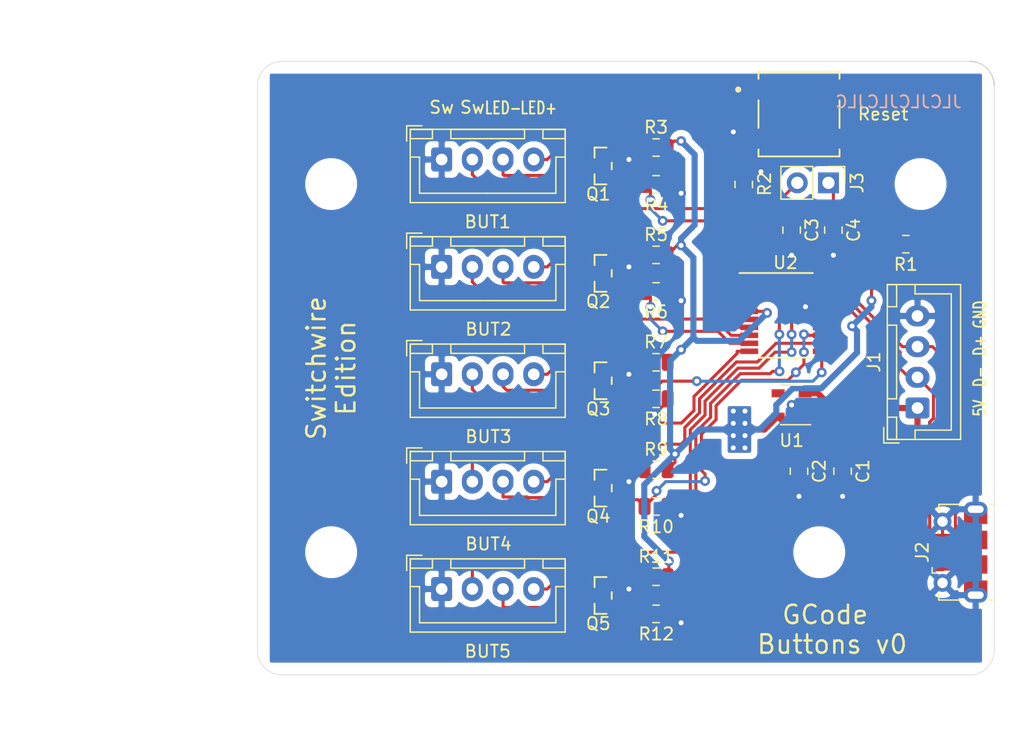
<source format=kicad_pcb>
(kicad_pcb (version 20171130) (host pcbnew "(5.1.5)-3")

  (general
    (thickness 1.6)
    (drawings 21)
    (tracks 375)
    (zones 0)
    (modules 36)
    (nets 33)
  )

  (page A4)
  (layers
    (0 F.Cu signal)
    (31 B.Cu signal)
    (32 B.Adhes user)
    (33 F.Adhes user)
    (34 B.Paste user)
    (35 F.Paste user)
    (36 B.SilkS user)
    (37 F.SilkS user)
    (38 B.Mask user)
    (39 F.Mask user)
    (40 Dwgs.User user)
    (41 Cmts.User user)
    (42 Eco1.User user)
    (43 Eco2.User user)
    (44 Edge.Cuts user)
    (45 Margin user)
    (46 B.CrtYd user)
    (47 F.CrtYd user)
    (48 B.Fab user)
    (49 F.Fab user)
  )

  (setup
    (last_trace_width 0.5)
    (user_trace_width 0.5)
    (user_trace_width 1)
    (trace_clearance 0.2)
    (zone_clearance 0.508)
    (zone_45_only no)
    (trace_min 0.2)
    (via_size 0.8)
    (via_drill 0.4)
    (via_min_size 0.4)
    (via_min_drill 0.3)
    (uvia_size 0.3)
    (uvia_drill 0.1)
    (uvias_allowed no)
    (uvia_min_size 0.2)
    (uvia_min_drill 0.1)
    (edge_width 0.05)
    (segment_width 0.2)
    (pcb_text_width 0.3)
    (pcb_text_size 1.5 1.5)
    (mod_edge_width 0.12)
    (mod_text_size 1 1)
    (mod_text_width 0.15)
    (pad_size 1.524 1.524)
    (pad_drill 0.762)
    (pad_to_mask_clearance 0.051)
    (solder_mask_min_width 0.25)
    (aux_axis_origin 0 0)
    (grid_origin 24.13 68.58)
    (visible_elements 7FFFFFFF)
    (pcbplotparams
      (layerselection 0x010fc_ffffffff)
      (usegerberextensions false)
      (usegerberattributes false)
      (usegerberadvancedattributes false)
      (creategerberjobfile false)
      (excludeedgelayer true)
      (linewidth 0.100000)
      (plotframeref false)
      (viasonmask false)
      (mode 1)
      (useauxorigin false)
      (hpglpennumber 1)
      (hpglpenspeed 20)
      (hpglpendiameter 15.000000)
      (psnegative false)
      (psa4output false)
      (plotreference true)
      (plotvalue true)
      (plotinvisibletext false)
      (padsonsilk false)
      (subtractmaskfromsilk false)
      (outputformat 1)
      (mirror false)
      (drillshape 0)
      (scaleselection 1)
      (outputdirectory "gerber/"))
  )

  (net 0 "")
  (net 1 VBUS)
  (net 2 GND)
  (net 3 +3V3)
  (net 4 D-)
  (net 5 D+)
  (net 6 BOOT0)
  (net 7 ~RESET)
  (net 8 "Net-(U1-Pad4)")
  (net 9 "Net-(U2-Pad2)")
  (net 10 "Net-(U2-Pad3)")
  (net 11 ~Reset)
  (net 12 "Net-(U2-Pad14)")
  (net 13 SW1)
  (net 14 LED1)
  (net 15 SW2)
  (net 16 SW3)
  (net 17 SW4)
  (net 18 SW5)
  (net 19 LED2)
  (net 20 LED3)
  (net 21 LED4)
  (net 22 LED5)
  (net 23 "Net-(BUT1-Pad3)")
  (net 24 "Net-(BUT1-Pad4)")
  (net 25 "Net-(BUT2-Pad4)")
  (net 26 "Net-(BUT2-Pad3)")
  (net 27 "Net-(BUT3-Pad3)")
  (net 28 "Net-(BUT3-Pad4)")
  (net 29 "Net-(BUT4-Pad3)")
  (net 30 "Net-(BUT4-Pad4)")
  (net 31 "Net-(BUT5-Pad4)")
  (net 32 "Net-(BUT5-Pad3)")

  (net_class Default "Dies ist die voreingestellte Netzklasse."
    (clearance 0.2)
    (trace_width 0.25)
    (via_dia 0.8)
    (via_drill 0.4)
    (uvia_dia 0.3)
    (uvia_drill 0.1)
    (add_net +3V3)
    (add_net BOOT0)
    (add_net D+)
    (add_net D-)
    (add_net GND)
    (add_net LED1)
    (add_net LED2)
    (add_net LED3)
    (add_net LED4)
    (add_net LED5)
    (add_net "Net-(BUT1-Pad3)")
    (add_net "Net-(BUT1-Pad4)")
    (add_net "Net-(BUT2-Pad3)")
    (add_net "Net-(BUT2-Pad4)")
    (add_net "Net-(BUT3-Pad3)")
    (add_net "Net-(BUT3-Pad4)")
    (add_net "Net-(BUT4-Pad3)")
    (add_net "Net-(BUT4-Pad4)")
    (add_net "Net-(BUT5-Pad3)")
    (add_net "Net-(BUT5-Pad4)")
    (add_net "Net-(U1-Pad4)")
    (add_net "Net-(U2-Pad14)")
    (add_net "Net-(U2-Pad2)")
    (add_net "Net-(U2-Pad3)")
    (add_net SW1)
    (add_net SW2)
    (add_net SW3)
    (add_net SW4)
    (add_net SW5)
    (add_net VBUS)
    (add_net ~RESET)
    (add_net ~Reset)
  )

  (module Button_Switch_SMD:Omron-B3SL-1005P-MFG (layer F.Cu) (tedit 5FC8C507) (tstamp 5FC8148E)
    (at 68.23 72.88)
    (path /5FC93049)
    (fp_text reference Reset (at 4.7 0) (layer F.SilkS)
      (effects (font (size 1 1) (thickness 0.15)) (justify left))
    )
    (fp_text value SW_SPST (at 0 0) (layer F.SilkS) hide
      (effects (font (size 1.27 1.27) (thickness 0.15)))
    )
    (fp_line (start 4.275 3.475) (end 4.275 -3.475) (layer F.CrtYd) (width 0.15))
    (fp_line (start -4.275 3.475) (end 4.275 3.475) (layer F.CrtYd) (width 0.15))
    (fp_line (start -4.275 -3.475) (end -4.275 3.475) (layer F.CrtYd) (width 0.15))
    (fp_line (start 4.275 -3.475) (end -4.275 -3.475) (layer F.CrtYd) (width 0.15))
    (fp_line (start 4.275 -3.475) (end 4.275 -3.475) (layer F.CrtYd) (width 0.15))
    (fp_circle (center -4.95 -2) (end -4.825 -2) (layer F.SilkS) (width 0.25))
    (fp_line (start -3.3 -2.875) (end -3.3 -3.45) (layer F.SilkS) (width 0.15))
    (fp_line (start -3.3 1.125) (end -3.3 -1.125) (layer F.SilkS) (width 0.15))
    (fp_line (start -3.3 3.45) (end -3.3 2.875) (layer F.SilkS) (width 0.15))
    (fp_line (start -3.3 3.45) (end 3.3 3.45) (layer F.SilkS) (width 0.15))
    (fp_line (start 3.3 -2.875) (end 3.3 -3.45) (layer F.SilkS) (width 0.15))
    (fp_line (start 3.3 1.125) (end 3.3 -1.125) (layer F.SilkS) (width 0.15))
    (fp_line (start 3.3 3.45) (end 3.3 2.875) (layer F.SilkS) (width 0.15))
    (fp_line (start -3.3 -3.45) (end 3.3 -3.45) (layer F.SilkS) (width 0.15))
    (fp_line (start 3.3 3.45) (end -3.3 3.45) (layer F.Fab) (width 0.15))
    (fp_line (start 3.3 -3.45) (end 3.3 3.45) (layer F.Fab) (width 0.15))
    (fp_line (start -3.3 -3.45) (end 3.3 -3.45) (layer F.Fab) (width 0.15))
    (fp_line (start -3.3 3.45) (end -3.3 -3.45) (layer F.Fab) (width 0.15))
    (pad 1 smd rect (at 2.875 2) (size 2.75 1) (layers F.Cu F.Paste F.Mask)
      (net 2 GND))
    (pad 1 smd rect (at -2.875 2) (size 2.75 1) (layers F.Cu F.Paste F.Mask)
      (net 2 GND))
    (pad 2 smd rect (at 2.875 -2) (size 2.75 1) (layers F.Cu F.Paste F.Mask)
      (net 7 ~RESET))
    (pad 2 smd rect (at -2.875 -2) (size 2.75 1) (layers F.Cu F.Paste F.Mask)
      (net 7 ~RESET))
    (model eec.models/Omron_-_B3SL-1005P.step
      (at (xyz 0 0 0))
      (scale (xyz 1 1 1))
      (rotate (xyz 0 0 0))
    )
    (model ${KISYS3DMOD}/Custom.3dshapes/Omron_-_B3SL-1005P.step
      (at (xyz 0 0 0))
      (scale (xyz 1 1 1))
      (rotate (xyz 0 0 0))
    )
  )

  (module Connector_JST:JST_XH_B4B-XH-A_1x04_P2.50mm_Vertical (layer F.Cu) (tedit 5FC7CEEB) (tstamp 5FC7EE6A)
    (at 77.88 96.83 90)
    (descr "JST XH series connector, B4B-XH-A (http://www.jst-mfg.com/product/pdf/eng/eXH.pdf), generated with kicad-footprint-generator")
    (tags "connector JST XH vertical")
    (path /5FC7E242)
    (fp_text reference J1 (at 3.75 -3.55 90) (layer F.SilkS)
      (effects (font (size 1 1) (thickness 0.15)))
    )
    (fp_text value USB_Header (at 3.75 4.6 90) (layer F.Fab)
      (effects (font (size 1 1) (thickness 0.15)))
    )
    (fp_line (start -2.45 -2.35) (end -2.45 3.4) (layer F.Fab) (width 0.1))
    (fp_line (start -2.45 3.4) (end 9.95 3.4) (layer F.Fab) (width 0.1))
    (fp_line (start 9.95 3.4) (end 9.95 -2.35) (layer F.Fab) (width 0.1))
    (fp_line (start 9.95 -2.35) (end -2.45 -2.35) (layer F.Fab) (width 0.1))
    (fp_line (start -2.56 -2.46) (end -2.56 3.51) (layer F.SilkS) (width 0.12))
    (fp_line (start -2.56 3.51) (end 10.06 3.51) (layer F.SilkS) (width 0.12))
    (fp_line (start 10.06 3.51) (end 10.06 -2.46) (layer F.SilkS) (width 0.12))
    (fp_line (start 10.06 -2.46) (end -2.56 -2.46) (layer F.SilkS) (width 0.12))
    (fp_line (start -2.95 -2.85) (end -2.95 3.9) (layer F.CrtYd) (width 0.05))
    (fp_line (start -2.95 3.9) (end 10.45 3.9) (layer F.CrtYd) (width 0.05))
    (fp_line (start 10.45 3.9) (end 10.45 -2.85) (layer F.CrtYd) (width 0.05))
    (fp_line (start 10.45 -2.85) (end -2.95 -2.85) (layer F.CrtYd) (width 0.05))
    (fp_line (start -0.625 -2.35) (end 0 -1.35) (layer F.Fab) (width 0.1))
    (fp_line (start 0 -1.35) (end 0.625 -2.35) (layer F.Fab) (width 0.1))
    (fp_line (start 0.75 -2.45) (end 0.75 -1.7) (layer F.SilkS) (width 0.12))
    (fp_line (start 0.75 -1.7) (end 6.75 -1.7) (layer F.SilkS) (width 0.12))
    (fp_line (start 6.75 -1.7) (end 6.75 -2.45) (layer F.SilkS) (width 0.12))
    (fp_line (start 6.75 -2.45) (end 0.75 -2.45) (layer F.SilkS) (width 0.12))
    (fp_line (start -2.55 -2.45) (end -2.55 -1.7) (layer F.SilkS) (width 0.12))
    (fp_line (start -2.55 -1.7) (end -0.75 -1.7) (layer F.SilkS) (width 0.12))
    (fp_line (start -0.75 -1.7) (end -0.75 -2.45) (layer F.SilkS) (width 0.12))
    (fp_line (start -0.75 -2.45) (end -2.55 -2.45) (layer F.SilkS) (width 0.12))
    (fp_line (start 8.25 -2.45) (end 8.25 -1.7) (layer F.SilkS) (width 0.12))
    (fp_line (start 8.25 -1.7) (end 10.05 -1.7) (layer F.SilkS) (width 0.12))
    (fp_line (start 10.05 -1.7) (end 10.05 -2.45) (layer F.SilkS) (width 0.12))
    (fp_line (start 10.05 -2.45) (end 8.25 -2.45) (layer F.SilkS) (width 0.12))
    (fp_line (start -2.55 -0.2) (end -1.8 -0.2) (layer F.SilkS) (width 0.12))
    (fp_line (start -1.8 -0.2) (end -1.8 2.75) (layer F.SilkS) (width 0.12))
    (fp_line (start -1.8 2.75) (end 3.75 2.75) (layer F.SilkS) (width 0.12))
    (fp_line (start 10.05 -0.2) (end 9.3 -0.2) (layer F.SilkS) (width 0.12))
    (fp_line (start 9.3 -0.2) (end 9.3 2.75) (layer F.SilkS) (width 0.12))
    (fp_line (start 9.3 2.75) (end 3.75 2.75) (layer F.SilkS) (width 0.12))
    (fp_line (start -1.6 -2.75) (end -2.85 -2.75) (layer F.SilkS) (width 0.12))
    (fp_line (start -2.85 -2.75) (end -2.85 -1.5) (layer F.SilkS) (width 0.12))
    (fp_text user %R (at 3.75 2.7 90) (layer F.Fab)
      (effects (font (size 1 1) (thickness 0.15)))
    )
    (fp_text user GND (at 7.62 5.08 90) (layer F.SilkS)
      (effects (font (size 1 0.75) (thickness 0.15)))
    )
    (fp_text user D+ (at 5.08 5.08 90) (layer F.SilkS)
      (effects (font (size 1 0.75) (thickness 0.15)))
    )
    (fp_text user D- (at 2.54 5.08 90) (layer F.SilkS)
      (effects (font (size 1 0.75) (thickness 0.15)))
    )
    (fp_text user 5V (at 0 5.08 90) (layer F.SilkS)
      (effects (font (size 1 0.75) (thickness 0.15)))
    )
    (pad 1 thru_hole roundrect (at 0 0 90) (size 1.7 1.95) (drill 0.95) (layers *.Cu *.Mask) (roundrect_rratio 0.147059)
      (net 1 VBUS))
    (pad 2 thru_hole oval (at 2.5 0 90) (size 1.7 1.95) (drill 0.95) (layers *.Cu *.Mask)
      (net 4 D-))
    (pad 3 thru_hole oval (at 5 0 90) (size 1.7 1.95) (drill 0.95) (layers *.Cu *.Mask)
      (net 5 D+))
    (pad 4 thru_hole oval (at 7.5 0 90) (size 1.7 1.95) (drill 0.95) (layers *.Cu *.Mask)
      (net 2 GND))
    (model ${KISYS3DMOD}/Connector_JST.3dshapes/JST_XH_B4B-XH-A_1x04_P2.50mm_Vertical.wrl
      (at (xyz 0 0 0))
      (scale (xyz 1 1 1))
      (rotate (xyz 0 0 0))
    )
  )

  (module Connector_JST:JST_XH_B4B-XH-A_1x04_P2.50mm_Vertical (layer F.Cu) (tedit 5FC7C8FA) (tstamp 5FC7E805)
    (at 39.13 111.58)
    (descr "JST XH series connector, B4B-XH-A (http://www.jst-mfg.com/product/pdf/eng/eXH.pdf), generated with kicad-footprint-generator")
    (tags "connector JST XH vertical")
    (path /5FCB4821)
    (fp_text reference BUT5 (at 3.75 5.08) (layer F.SilkS)
      (effects (font (size 1 1) (thickness 0.15)))
    )
    (fp_text value Conn_01x04 (at 3.75 4.6) (layer F.Fab)
      (effects (font (size 1 1) (thickness 0.15)))
    )
    (fp_text user %R (at 3.75 2.7) (layer F.Fab)
      (effects (font (size 1 1) (thickness 0.15)))
    )
    (fp_line (start -2.85 -2.75) (end -2.85 -1.5) (layer F.SilkS) (width 0.12))
    (fp_line (start -1.6 -2.75) (end -2.85 -2.75) (layer F.SilkS) (width 0.12))
    (fp_line (start 9.3 2.75) (end 3.75 2.75) (layer F.SilkS) (width 0.12))
    (fp_line (start 9.3 -0.2) (end 9.3 2.75) (layer F.SilkS) (width 0.12))
    (fp_line (start 10.05 -0.2) (end 9.3 -0.2) (layer F.SilkS) (width 0.12))
    (fp_line (start -1.8 2.75) (end 3.75 2.75) (layer F.SilkS) (width 0.12))
    (fp_line (start -1.8 -0.2) (end -1.8 2.75) (layer F.SilkS) (width 0.12))
    (fp_line (start -2.55 -0.2) (end -1.8 -0.2) (layer F.SilkS) (width 0.12))
    (fp_line (start 10.05 -2.45) (end 8.25 -2.45) (layer F.SilkS) (width 0.12))
    (fp_line (start 10.05 -1.7) (end 10.05 -2.45) (layer F.SilkS) (width 0.12))
    (fp_line (start 8.25 -1.7) (end 10.05 -1.7) (layer F.SilkS) (width 0.12))
    (fp_line (start 8.25 -2.45) (end 8.25 -1.7) (layer F.SilkS) (width 0.12))
    (fp_line (start -0.75 -2.45) (end -2.55 -2.45) (layer F.SilkS) (width 0.12))
    (fp_line (start -0.75 -1.7) (end -0.75 -2.45) (layer F.SilkS) (width 0.12))
    (fp_line (start -2.55 -1.7) (end -0.75 -1.7) (layer F.SilkS) (width 0.12))
    (fp_line (start -2.55 -2.45) (end -2.55 -1.7) (layer F.SilkS) (width 0.12))
    (fp_line (start 6.75 -2.45) (end 0.75 -2.45) (layer F.SilkS) (width 0.12))
    (fp_line (start 6.75 -1.7) (end 6.75 -2.45) (layer F.SilkS) (width 0.12))
    (fp_line (start 0.75 -1.7) (end 6.75 -1.7) (layer F.SilkS) (width 0.12))
    (fp_line (start 0.75 -2.45) (end 0.75 -1.7) (layer F.SilkS) (width 0.12))
    (fp_line (start 0 -1.35) (end 0.625 -2.35) (layer F.Fab) (width 0.1))
    (fp_line (start -0.625 -2.35) (end 0 -1.35) (layer F.Fab) (width 0.1))
    (fp_line (start 10.45 -2.85) (end -2.95 -2.85) (layer F.CrtYd) (width 0.05))
    (fp_line (start 10.45 3.9) (end 10.45 -2.85) (layer F.CrtYd) (width 0.05))
    (fp_line (start -2.95 3.9) (end 10.45 3.9) (layer F.CrtYd) (width 0.05))
    (fp_line (start -2.95 -2.85) (end -2.95 3.9) (layer F.CrtYd) (width 0.05))
    (fp_line (start 10.06 -2.46) (end -2.56 -2.46) (layer F.SilkS) (width 0.12))
    (fp_line (start 10.06 3.51) (end 10.06 -2.46) (layer F.SilkS) (width 0.12))
    (fp_line (start -2.56 3.51) (end 10.06 3.51) (layer F.SilkS) (width 0.12))
    (fp_line (start -2.56 -2.46) (end -2.56 3.51) (layer F.SilkS) (width 0.12))
    (fp_line (start 9.95 -2.35) (end -2.45 -2.35) (layer F.Fab) (width 0.1))
    (fp_line (start 9.95 3.4) (end 9.95 -2.35) (layer F.Fab) (width 0.1))
    (fp_line (start -2.45 3.4) (end 9.95 3.4) (layer F.Fab) (width 0.1))
    (fp_line (start -2.45 -2.35) (end -2.45 3.4) (layer F.Fab) (width 0.1))
    (pad 4 thru_hole oval (at 7.5 0) (size 1.7 1.95) (drill 0.95) (layers *.Cu *.Mask)
      (net 31 "Net-(BUT5-Pad4)"))
    (pad 3 thru_hole oval (at 5 0) (size 1.7 1.95) (drill 0.95) (layers *.Cu *.Mask)
      (net 32 "Net-(BUT5-Pad3)"))
    (pad 2 thru_hole oval (at 2.5 0) (size 1.7 1.95) (drill 0.95) (layers *.Cu *.Mask)
      (net 18 SW5))
    (pad 1 thru_hole roundrect (at 0 0) (size 1.7 1.95) (drill 0.95) (layers *.Cu *.Mask) (roundrect_rratio 0.147059)
      (net 2 GND))
    (model ${KISYS3DMOD}/Connector_JST.3dshapes/JST_XH_B4B-XH-A_1x04_P2.50mm_Vertical.wrl
      (at (xyz 0 0 0))
      (scale (xyz 1 1 1))
      (rotate (xyz 0 0 0))
    )
  )

  (module Connector_JST:JST_XH_B4B-XH-A_1x04_P2.50mm_Vertical (layer F.Cu) (tedit 5FC7C8ED) (tstamp 5FC7E883)
    (at 39.13 102.83)
    (descr "JST XH series connector, B4B-XH-A (http://www.jst-mfg.com/product/pdf/eng/eXH.pdf), generated with kicad-footprint-generator")
    (tags "connector JST XH vertical")
    (path /5FCAAA48)
    (fp_text reference BUT4 (at 3.81 5.08) (layer F.SilkS)
      (effects (font (size 1 1) (thickness 0.15)))
    )
    (fp_text value Conn_01x04 (at 3.75 4.6) (layer F.Fab)
      (effects (font (size 1 1) (thickness 0.15)))
    )
    (fp_line (start -2.45 -2.35) (end -2.45 3.4) (layer F.Fab) (width 0.1))
    (fp_line (start -2.45 3.4) (end 9.95 3.4) (layer F.Fab) (width 0.1))
    (fp_line (start 9.95 3.4) (end 9.95 -2.35) (layer F.Fab) (width 0.1))
    (fp_line (start 9.95 -2.35) (end -2.45 -2.35) (layer F.Fab) (width 0.1))
    (fp_line (start -2.56 -2.46) (end -2.56 3.51) (layer F.SilkS) (width 0.12))
    (fp_line (start -2.56 3.51) (end 10.06 3.51) (layer F.SilkS) (width 0.12))
    (fp_line (start 10.06 3.51) (end 10.06 -2.46) (layer F.SilkS) (width 0.12))
    (fp_line (start 10.06 -2.46) (end -2.56 -2.46) (layer F.SilkS) (width 0.12))
    (fp_line (start -2.95 -2.85) (end -2.95 3.9) (layer F.CrtYd) (width 0.05))
    (fp_line (start -2.95 3.9) (end 10.45 3.9) (layer F.CrtYd) (width 0.05))
    (fp_line (start 10.45 3.9) (end 10.45 -2.85) (layer F.CrtYd) (width 0.05))
    (fp_line (start 10.45 -2.85) (end -2.95 -2.85) (layer F.CrtYd) (width 0.05))
    (fp_line (start -0.625 -2.35) (end 0 -1.35) (layer F.Fab) (width 0.1))
    (fp_line (start 0 -1.35) (end 0.625 -2.35) (layer F.Fab) (width 0.1))
    (fp_line (start 0.75 -2.45) (end 0.75 -1.7) (layer F.SilkS) (width 0.12))
    (fp_line (start 0.75 -1.7) (end 6.75 -1.7) (layer F.SilkS) (width 0.12))
    (fp_line (start 6.75 -1.7) (end 6.75 -2.45) (layer F.SilkS) (width 0.12))
    (fp_line (start 6.75 -2.45) (end 0.75 -2.45) (layer F.SilkS) (width 0.12))
    (fp_line (start -2.55 -2.45) (end -2.55 -1.7) (layer F.SilkS) (width 0.12))
    (fp_line (start -2.55 -1.7) (end -0.75 -1.7) (layer F.SilkS) (width 0.12))
    (fp_line (start -0.75 -1.7) (end -0.75 -2.45) (layer F.SilkS) (width 0.12))
    (fp_line (start -0.75 -2.45) (end -2.55 -2.45) (layer F.SilkS) (width 0.12))
    (fp_line (start 8.25 -2.45) (end 8.25 -1.7) (layer F.SilkS) (width 0.12))
    (fp_line (start 8.25 -1.7) (end 10.05 -1.7) (layer F.SilkS) (width 0.12))
    (fp_line (start 10.05 -1.7) (end 10.05 -2.45) (layer F.SilkS) (width 0.12))
    (fp_line (start 10.05 -2.45) (end 8.25 -2.45) (layer F.SilkS) (width 0.12))
    (fp_line (start -2.55 -0.2) (end -1.8 -0.2) (layer F.SilkS) (width 0.12))
    (fp_line (start -1.8 -0.2) (end -1.8 2.75) (layer F.SilkS) (width 0.12))
    (fp_line (start -1.8 2.75) (end 3.75 2.75) (layer F.SilkS) (width 0.12))
    (fp_line (start 10.05 -0.2) (end 9.3 -0.2) (layer F.SilkS) (width 0.12))
    (fp_line (start 9.3 -0.2) (end 9.3 2.75) (layer F.SilkS) (width 0.12))
    (fp_line (start 9.3 2.75) (end 3.75 2.75) (layer F.SilkS) (width 0.12))
    (fp_line (start -1.6 -2.75) (end -2.85 -2.75) (layer F.SilkS) (width 0.12))
    (fp_line (start -2.85 -2.75) (end -2.85 -1.5) (layer F.SilkS) (width 0.12))
    (fp_text user %R (at 3.75 2.7) (layer F.Fab)
      (effects (font (size 1 1) (thickness 0.15)))
    )
    (pad 1 thru_hole roundrect (at 0 0) (size 1.7 1.95) (drill 0.95) (layers *.Cu *.Mask) (roundrect_rratio 0.147059)
      (net 2 GND))
    (pad 2 thru_hole oval (at 2.5 0) (size 1.7 1.95) (drill 0.95) (layers *.Cu *.Mask)
      (net 17 SW4))
    (pad 3 thru_hole oval (at 5 0) (size 1.7 1.95) (drill 0.95) (layers *.Cu *.Mask)
      (net 29 "Net-(BUT4-Pad3)"))
    (pad 4 thru_hole oval (at 7.5 0) (size 1.7 1.95) (drill 0.95) (layers *.Cu *.Mask)
      (net 30 "Net-(BUT4-Pad4)"))
    (model ${KISYS3DMOD}/Connector_JST.3dshapes/JST_XH_B4B-XH-A_1x04_P2.50mm_Vertical.wrl
      (at (xyz 0 0 0))
      (scale (xyz 1 1 1))
      (rotate (xyz 0 0 0))
    )
  )

  (module Connector_JST:JST_XH_B4B-XH-A_1x04_P2.50mm_Vertical (layer F.Cu) (tedit 5FC7C8DD) (tstamp 5FC7E787)
    (at 39.13 94.08)
    (descr "JST XH series connector, B4B-XH-A (http://www.jst-mfg.com/product/pdf/eng/eXH.pdf), generated with kicad-footprint-generator")
    (tags "connector JST XH vertical")
    (path /5FC8ACF9)
    (fp_text reference BUT3 (at 3.81 5.08) (layer F.SilkS)
      (effects (font (size 1 1) (thickness 0.15)))
    )
    (fp_text value Conn_01x04 (at 3.75 4.6) (layer F.Fab)
      (effects (font (size 1 1) (thickness 0.15)))
    )
    (fp_line (start -2.45 -2.35) (end -2.45 3.4) (layer F.Fab) (width 0.1))
    (fp_line (start -2.45 3.4) (end 9.95 3.4) (layer F.Fab) (width 0.1))
    (fp_line (start 9.95 3.4) (end 9.95 -2.35) (layer F.Fab) (width 0.1))
    (fp_line (start 9.95 -2.35) (end -2.45 -2.35) (layer F.Fab) (width 0.1))
    (fp_line (start -2.56 -2.46) (end -2.56 3.51) (layer F.SilkS) (width 0.12))
    (fp_line (start -2.56 3.51) (end 10.06 3.51) (layer F.SilkS) (width 0.12))
    (fp_line (start 10.06 3.51) (end 10.06 -2.46) (layer F.SilkS) (width 0.12))
    (fp_line (start 10.06 -2.46) (end -2.56 -2.46) (layer F.SilkS) (width 0.12))
    (fp_line (start -2.95 -2.85) (end -2.95 3.9) (layer F.CrtYd) (width 0.05))
    (fp_line (start -2.95 3.9) (end 10.45 3.9) (layer F.CrtYd) (width 0.05))
    (fp_line (start 10.45 3.9) (end 10.45 -2.85) (layer F.CrtYd) (width 0.05))
    (fp_line (start 10.45 -2.85) (end -2.95 -2.85) (layer F.CrtYd) (width 0.05))
    (fp_line (start -0.625 -2.35) (end 0 -1.35) (layer F.Fab) (width 0.1))
    (fp_line (start 0 -1.35) (end 0.625 -2.35) (layer F.Fab) (width 0.1))
    (fp_line (start 0.75 -2.45) (end 0.75 -1.7) (layer F.SilkS) (width 0.12))
    (fp_line (start 0.75 -1.7) (end 6.75 -1.7) (layer F.SilkS) (width 0.12))
    (fp_line (start 6.75 -1.7) (end 6.75 -2.45) (layer F.SilkS) (width 0.12))
    (fp_line (start 6.75 -2.45) (end 0.75 -2.45) (layer F.SilkS) (width 0.12))
    (fp_line (start -2.55 -2.45) (end -2.55 -1.7) (layer F.SilkS) (width 0.12))
    (fp_line (start -2.55 -1.7) (end -0.75 -1.7) (layer F.SilkS) (width 0.12))
    (fp_line (start -0.75 -1.7) (end -0.75 -2.45) (layer F.SilkS) (width 0.12))
    (fp_line (start -0.75 -2.45) (end -2.55 -2.45) (layer F.SilkS) (width 0.12))
    (fp_line (start 8.25 -2.45) (end 8.25 -1.7) (layer F.SilkS) (width 0.12))
    (fp_line (start 8.25 -1.7) (end 10.05 -1.7) (layer F.SilkS) (width 0.12))
    (fp_line (start 10.05 -1.7) (end 10.05 -2.45) (layer F.SilkS) (width 0.12))
    (fp_line (start 10.05 -2.45) (end 8.25 -2.45) (layer F.SilkS) (width 0.12))
    (fp_line (start -2.55 -0.2) (end -1.8 -0.2) (layer F.SilkS) (width 0.12))
    (fp_line (start -1.8 -0.2) (end -1.8 2.75) (layer F.SilkS) (width 0.12))
    (fp_line (start -1.8 2.75) (end 3.75 2.75) (layer F.SilkS) (width 0.12))
    (fp_line (start 10.05 -0.2) (end 9.3 -0.2) (layer F.SilkS) (width 0.12))
    (fp_line (start 9.3 -0.2) (end 9.3 2.75) (layer F.SilkS) (width 0.12))
    (fp_line (start 9.3 2.75) (end 3.75 2.75) (layer F.SilkS) (width 0.12))
    (fp_line (start -1.6 -2.75) (end -2.85 -2.75) (layer F.SilkS) (width 0.12))
    (fp_line (start -2.85 -2.75) (end -2.85 -1.5) (layer F.SilkS) (width 0.12))
    (fp_text user %R (at 3.75 2.7) (layer F.Fab)
      (effects (font (size 1 1) (thickness 0.15)))
    )
    (pad 1 thru_hole roundrect (at 0 0) (size 1.7 1.95) (drill 0.95) (layers *.Cu *.Mask) (roundrect_rratio 0.147059)
      (net 2 GND))
    (pad 2 thru_hole oval (at 2.5 0) (size 1.7 1.95) (drill 0.95) (layers *.Cu *.Mask)
      (net 16 SW3))
    (pad 3 thru_hole oval (at 5 0) (size 1.7 1.95) (drill 0.95) (layers *.Cu *.Mask)
      (net 27 "Net-(BUT3-Pad3)"))
    (pad 4 thru_hole oval (at 7.5 0) (size 1.7 1.95) (drill 0.95) (layers *.Cu *.Mask)
      (net 28 "Net-(BUT3-Pad4)"))
    (model ${KISYS3DMOD}/Connector_JST.3dshapes/JST_XH_B4B-XH-A_1x04_P2.50mm_Vertical.wrl
      (at (xyz 0 0 0))
      (scale (xyz 1 1 1))
      (rotate (xyz 0 0 0))
    )
  )

  (module Connector_JST:JST_XH_B4B-XH-A_1x04_P2.50mm_Vertical (layer F.Cu) (tedit 5FC7C8C3) (tstamp 5FC7E709)
    (at 39.13 85.33)
    (descr "JST XH series connector, B4B-XH-A (http://www.jst-mfg.com/product/pdf/eng/eXH.pdf), generated with kicad-footprint-generator")
    (tags "connector JST XH vertical")
    (path /5FC766BE)
    (fp_text reference BUT2 (at 3.81 5.08) (layer F.SilkS)
      (effects (font (size 1 1) (thickness 0.15)))
    )
    (fp_text value Conn_01x04 (at 3.75 4.6) (layer F.Fab)
      (effects (font (size 1 1) (thickness 0.15)))
    )
    (fp_text user %R (at 3.75 2.7) (layer F.Fab)
      (effects (font (size 1 1) (thickness 0.15)))
    )
    (fp_line (start -2.85 -2.75) (end -2.85 -1.5) (layer F.SilkS) (width 0.12))
    (fp_line (start -1.6 -2.75) (end -2.85 -2.75) (layer F.SilkS) (width 0.12))
    (fp_line (start 9.3 2.75) (end 3.75 2.75) (layer F.SilkS) (width 0.12))
    (fp_line (start 9.3 -0.2) (end 9.3 2.75) (layer F.SilkS) (width 0.12))
    (fp_line (start 10.05 -0.2) (end 9.3 -0.2) (layer F.SilkS) (width 0.12))
    (fp_line (start -1.8 2.75) (end 3.75 2.75) (layer F.SilkS) (width 0.12))
    (fp_line (start -1.8 -0.2) (end -1.8 2.75) (layer F.SilkS) (width 0.12))
    (fp_line (start -2.55 -0.2) (end -1.8 -0.2) (layer F.SilkS) (width 0.12))
    (fp_line (start 10.05 -2.45) (end 8.25 -2.45) (layer F.SilkS) (width 0.12))
    (fp_line (start 10.05 -1.7) (end 10.05 -2.45) (layer F.SilkS) (width 0.12))
    (fp_line (start 8.25 -1.7) (end 10.05 -1.7) (layer F.SilkS) (width 0.12))
    (fp_line (start 8.25 -2.45) (end 8.25 -1.7) (layer F.SilkS) (width 0.12))
    (fp_line (start -0.75 -2.45) (end -2.55 -2.45) (layer F.SilkS) (width 0.12))
    (fp_line (start -0.75 -1.7) (end -0.75 -2.45) (layer F.SilkS) (width 0.12))
    (fp_line (start -2.55 -1.7) (end -0.75 -1.7) (layer F.SilkS) (width 0.12))
    (fp_line (start -2.55 -2.45) (end -2.55 -1.7) (layer F.SilkS) (width 0.12))
    (fp_line (start 6.75 -2.45) (end 0.75 -2.45) (layer F.SilkS) (width 0.12))
    (fp_line (start 6.75 -1.7) (end 6.75 -2.45) (layer F.SilkS) (width 0.12))
    (fp_line (start 0.75 -1.7) (end 6.75 -1.7) (layer F.SilkS) (width 0.12))
    (fp_line (start 0.75 -2.45) (end 0.75 -1.7) (layer F.SilkS) (width 0.12))
    (fp_line (start 0 -1.35) (end 0.625 -2.35) (layer F.Fab) (width 0.1))
    (fp_line (start -0.625 -2.35) (end 0 -1.35) (layer F.Fab) (width 0.1))
    (fp_line (start 10.45 -2.85) (end -2.95 -2.85) (layer F.CrtYd) (width 0.05))
    (fp_line (start 10.45 3.9) (end 10.45 -2.85) (layer F.CrtYd) (width 0.05))
    (fp_line (start -2.95 3.9) (end 10.45 3.9) (layer F.CrtYd) (width 0.05))
    (fp_line (start -2.95 -2.85) (end -2.95 3.9) (layer F.CrtYd) (width 0.05))
    (fp_line (start 10.06 -2.46) (end -2.56 -2.46) (layer F.SilkS) (width 0.12))
    (fp_line (start 10.06 3.51) (end 10.06 -2.46) (layer F.SilkS) (width 0.12))
    (fp_line (start -2.56 3.51) (end 10.06 3.51) (layer F.SilkS) (width 0.12))
    (fp_line (start -2.56 -2.46) (end -2.56 3.51) (layer F.SilkS) (width 0.12))
    (fp_line (start 9.95 -2.35) (end -2.45 -2.35) (layer F.Fab) (width 0.1))
    (fp_line (start 9.95 3.4) (end 9.95 -2.35) (layer F.Fab) (width 0.1))
    (fp_line (start -2.45 3.4) (end 9.95 3.4) (layer F.Fab) (width 0.1))
    (fp_line (start -2.45 -2.35) (end -2.45 3.4) (layer F.Fab) (width 0.1))
    (pad 4 thru_hole oval (at 7.5 0) (size 1.7 1.95) (drill 0.95) (layers *.Cu *.Mask)
      (net 25 "Net-(BUT2-Pad4)"))
    (pad 3 thru_hole oval (at 5 0) (size 1.7 1.95) (drill 0.95) (layers *.Cu *.Mask)
      (net 26 "Net-(BUT2-Pad3)"))
    (pad 2 thru_hole oval (at 2.5 0) (size 1.7 1.95) (drill 0.95) (layers *.Cu *.Mask)
      (net 15 SW2))
    (pad 1 thru_hole roundrect (at 0 0) (size 1.7 1.95) (drill 0.95) (layers *.Cu *.Mask) (roundrect_rratio 0.147059)
      (net 2 GND))
    (model ${KISYS3DMOD}/Connector_JST.3dshapes/JST_XH_B4B-XH-A_1x04_P2.50mm_Vertical.wrl
      (at (xyz 0 0 0))
      (scale (xyz 1 1 1))
      (rotate (xyz 0 0 0))
    )
  )

  (module Connector_JST:JST_XH_B4B-XH-A_1x04_P2.50mm_Vertical (layer F.Cu) (tedit 5FC7C8AD) (tstamp 5FC7E68B)
    (at 39.13 76.58)
    (descr "JST XH series connector, B4B-XH-A (http://www.jst-mfg.com/product/pdf/eng/eXH.pdf), generated with kicad-footprint-generator")
    (tags "connector JST XH vertical")
    (path /5FCFEEF8)
    (fp_text reference BUT1 (at 3.75 5.08) (layer F.SilkS)
      (effects (font (size 1 1) (thickness 0.15)))
    )
    (fp_text value Conn_01x04 (at 3.75 4.6) (layer F.Fab) hide
      (effects (font (size 1 1) (thickness 0.15)))
    )
    (fp_line (start -2.45 -2.35) (end -2.45 3.4) (layer F.Fab) (width 0.1))
    (fp_line (start -2.45 3.4) (end 9.95 3.4) (layer F.Fab) (width 0.1))
    (fp_line (start 9.95 3.4) (end 9.95 -2.35) (layer F.Fab) (width 0.1))
    (fp_line (start 9.95 -2.35) (end -2.45 -2.35) (layer F.Fab) (width 0.1))
    (fp_line (start -2.56 -2.46) (end -2.56 3.51) (layer F.SilkS) (width 0.12))
    (fp_line (start -2.56 3.51) (end 10.06 3.51) (layer F.SilkS) (width 0.12))
    (fp_line (start 10.06 3.51) (end 10.06 -2.46) (layer F.SilkS) (width 0.12))
    (fp_line (start 10.06 -2.46) (end -2.56 -2.46) (layer F.SilkS) (width 0.12))
    (fp_line (start -2.95 -2.85) (end -2.95 3.9) (layer F.CrtYd) (width 0.05))
    (fp_line (start -2.95 3.9) (end 10.45 3.9) (layer F.CrtYd) (width 0.05))
    (fp_line (start 10.45 3.9) (end 10.45 -2.85) (layer F.CrtYd) (width 0.05))
    (fp_line (start 10.45 -2.85) (end -2.95 -2.85) (layer F.CrtYd) (width 0.05))
    (fp_line (start -0.625 -2.35) (end 0 -1.35) (layer F.Fab) (width 0.1))
    (fp_line (start 0 -1.35) (end 0.625 -2.35) (layer F.Fab) (width 0.1))
    (fp_line (start 0.75 -2.45) (end 0.75 -1.7) (layer F.SilkS) (width 0.12))
    (fp_line (start 0.75 -1.7) (end 6.75 -1.7) (layer F.SilkS) (width 0.12))
    (fp_line (start 6.75 -1.7) (end 6.75 -2.45) (layer F.SilkS) (width 0.12))
    (fp_line (start 6.75 -2.45) (end 0.75 -2.45) (layer F.SilkS) (width 0.12))
    (fp_line (start -2.55 -2.45) (end -2.55 -1.7) (layer F.SilkS) (width 0.12))
    (fp_line (start -2.55 -1.7) (end -0.75 -1.7) (layer F.SilkS) (width 0.12))
    (fp_line (start -0.75 -1.7) (end -0.75 -2.45) (layer F.SilkS) (width 0.12))
    (fp_line (start -0.75 -2.45) (end -2.55 -2.45) (layer F.SilkS) (width 0.12))
    (fp_line (start 8.25 -2.45) (end 8.25 -1.7) (layer F.SilkS) (width 0.12))
    (fp_line (start 8.25 -1.7) (end 10.05 -1.7) (layer F.SilkS) (width 0.12))
    (fp_line (start 10.05 -1.7) (end 10.05 -2.45) (layer F.SilkS) (width 0.12))
    (fp_line (start 10.05 -2.45) (end 8.25 -2.45) (layer F.SilkS) (width 0.12))
    (fp_line (start -2.55 -0.2) (end -1.8 -0.2) (layer F.SilkS) (width 0.12))
    (fp_line (start -1.8 -0.2) (end -1.8 2.75) (layer F.SilkS) (width 0.12))
    (fp_line (start -1.8 2.75) (end 3.75 2.75) (layer F.SilkS) (width 0.12))
    (fp_line (start 10.05 -0.2) (end 9.3 -0.2) (layer F.SilkS) (width 0.12))
    (fp_line (start 9.3 -0.2) (end 9.3 2.75) (layer F.SilkS) (width 0.12))
    (fp_line (start 9.3 2.75) (end 3.75 2.75) (layer F.SilkS) (width 0.12))
    (fp_line (start -1.6 -2.75) (end -2.85 -2.75) (layer F.SilkS) (width 0.12))
    (fp_line (start -2.85 -2.75) (end -2.85 -1.5) (layer F.SilkS) (width 0.12))
    (fp_text user %R (at 3.75 2.7) (layer F.Fab) hide
      (effects (font (size 1 1) (thickness 0.15)))
    )
    (pad 1 thru_hole roundrect (at 0 0) (size 1.7 1.95) (drill 0.95) (layers *.Cu *.Mask) (roundrect_rratio 0.147059)
      (net 2 GND))
    (pad 2 thru_hole oval (at 2.5 0) (size 1.7 1.95) (drill 0.95) (layers *.Cu *.Mask)
      (net 13 SW1))
    (pad 3 thru_hole oval (at 5 0) (size 1.7 1.95) (drill 0.95) (layers *.Cu *.Mask)
      (net 23 "Net-(BUT1-Pad3)"))
    (pad 4 thru_hole oval (at 7.5 0) (size 1.7 1.95) (drill 0.95) (layers *.Cu *.Mask)
      (net 24 "Net-(BUT1-Pad4)"))
    (model ${KISYS3DMOD}/Connector_JST.3dshapes/JST_XH_B4B-XH-A_1x04_P2.50mm_Vertical.wrl
      (at (xyz 0 0 0))
      (scale (xyz 1 1 1))
      (rotate (xyz 0 0 0))
    )
  )

  (module Capacitor_SMD:C_0805_2012Metric (layer F.Cu) (tedit 5B36C52B) (tstamp 5FC8DEA4)
    (at 71.78 101.98 270)
    (descr "Capacitor SMD 0805 (2012 Metric), square (rectangular) end terminal, IPC_7351 nominal, (Body size source: https://docs.google.com/spreadsheets/d/1BsfQQcO9C6DZCsRaXUlFlo91Tg2WpOkGARC1WS5S8t0/edit?usp=sharing), generated with kicad-footprint-generator")
    (tags capacitor)
    (path /5FC88E4E)
    (attr smd)
    (fp_text reference C1 (at 0 -1.65 90) (layer F.SilkS)
      (effects (font (size 1 1) (thickness 0.15)))
    )
    (fp_text value 4.7uF (at 0 1.65 90) (layer F.Fab)
      (effects (font (size 1 1) (thickness 0.15)))
    )
    (fp_line (start -1 0.6) (end -1 -0.6) (layer F.Fab) (width 0.1))
    (fp_line (start -1 -0.6) (end 1 -0.6) (layer F.Fab) (width 0.1))
    (fp_line (start 1 -0.6) (end 1 0.6) (layer F.Fab) (width 0.1))
    (fp_line (start 1 0.6) (end -1 0.6) (layer F.Fab) (width 0.1))
    (fp_line (start -0.258578 -0.71) (end 0.258578 -0.71) (layer F.SilkS) (width 0.12))
    (fp_line (start -0.258578 0.71) (end 0.258578 0.71) (layer F.SilkS) (width 0.12))
    (fp_line (start -1.68 0.95) (end -1.68 -0.95) (layer F.CrtYd) (width 0.05))
    (fp_line (start -1.68 -0.95) (end 1.68 -0.95) (layer F.CrtYd) (width 0.05))
    (fp_line (start 1.68 -0.95) (end 1.68 0.95) (layer F.CrtYd) (width 0.05))
    (fp_line (start 1.68 0.95) (end -1.68 0.95) (layer F.CrtYd) (width 0.05))
    (fp_text user %R (at 0 0 90) (layer F.Fab)
      (effects (font (size 0.5 0.5) (thickness 0.08)))
    )
    (pad 1 smd roundrect (at -0.9375 0 270) (size 0.975 1.4) (layers F.Cu F.Paste F.Mask) (roundrect_rratio 0.25)
      (net 1 VBUS))
    (pad 2 smd roundrect (at 0.9375 0 270) (size 0.975 1.4) (layers F.Cu F.Paste F.Mask) (roundrect_rratio 0.25)
      (net 2 GND))
    (model ${KISYS3DMOD}/Capacitor_SMD.3dshapes/C_0805_2012Metric.wrl
      (at (xyz 0 0 0))
      (scale (xyz 1 1 1))
      (rotate (xyz 0 0 0))
    )
  )

  (module Capacitor_SMD:C_0805_2012Metric (layer F.Cu) (tedit 5B36C52B) (tstamp 5FC84661)
    (at 68.23 101.98 270)
    (descr "Capacitor SMD 0805 (2012 Metric), square (rectangular) end terminal, IPC_7351 nominal, (Body size source: https://docs.google.com/spreadsheets/d/1BsfQQcO9C6DZCsRaXUlFlo91Tg2WpOkGARC1WS5S8t0/edit?usp=sharing), generated with kicad-footprint-generator")
    (tags capacitor)
    (path /5FC8A1AE)
    (attr smd)
    (fp_text reference C2 (at 0 -1.65 90) (layer F.SilkS)
      (effects (font (size 1 1) (thickness 0.15)))
    )
    (fp_text value 4.7uF (at 0 1.65 90) (layer F.Fab)
      (effects (font (size 1 1) (thickness 0.15)))
    )
    (fp_text user %R (at 0 0 90) (layer F.Fab)
      (effects (font (size 0.5 0.5) (thickness 0.08)))
    )
    (fp_line (start 1.68 0.95) (end -1.68 0.95) (layer F.CrtYd) (width 0.05))
    (fp_line (start 1.68 -0.95) (end 1.68 0.95) (layer F.CrtYd) (width 0.05))
    (fp_line (start -1.68 -0.95) (end 1.68 -0.95) (layer F.CrtYd) (width 0.05))
    (fp_line (start -1.68 0.95) (end -1.68 -0.95) (layer F.CrtYd) (width 0.05))
    (fp_line (start -0.258578 0.71) (end 0.258578 0.71) (layer F.SilkS) (width 0.12))
    (fp_line (start -0.258578 -0.71) (end 0.258578 -0.71) (layer F.SilkS) (width 0.12))
    (fp_line (start 1 0.6) (end -1 0.6) (layer F.Fab) (width 0.1))
    (fp_line (start 1 -0.6) (end 1 0.6) (layer F.Fab) (width 0.1))
    (fp_line (start -1 -0.6) (end 1 -0.6) (layer F.Fab) (width 0.1))
    (fp_line (start -1 0.6) (end -1 -0.6) (layer F.Fab) (width 0.1))
    (pad 2 smd roundrect (at 0.9375 0 270) (size 0.975 1.4) (layers F.Cu F.Paste F.Mask) (roundrect_rratio 0.25)
      (net 2 GND))
    (pad 1 smd roundrect (at -0.9375 0 270) (size 0.975 1.4) (layers F.Cu F.Paste F.Mask) (roundrect_rratio 0.25)
      (net 3 +3V3))
    (model ${KISYS3DMOD}/Capacitor_SMD.3dshapes/C_0805_2012Metric.wrl
      (at (xyz 0 0 0))
      (scale (xyz 1 1 1))
      (rotate (xyz 0 0 0))
    )
  )

  (module Capacitor_SMD:C_0805_2012Metric (layer F.Cu) (tedit 5B36C52B) (tstamp 5FC846FB)
    (at 67.63 82.33 270)
    (descr "Capacitor SMD 0805 (2012 Metric), square (rectangular) end terminal, IPC_7351 nominal, (Body size source: https://docs.google.com/spreadsheets/d/1BsfQQcO9C6DZCsRaXUlFlo91Tg2WpOkGARC1WS5S8t0/edit?usp=sharing), generated with kicad-footprint-generator")
    (tags capacitor)
    (path /5FC990C5)
    (attr smd)
    (fp_text reference C3 (at 0 -1.65 90) (layer F.SilkS)
      (effects (font (size 1 1) (thickness 0.15)))
    )
    (fp_text value 0.1uF (at 0 1.65 90) (layer F.Fab)
      (effects (font (size 1 1) (thickness 0.15)))
    )
    (fp_line (start -1 0.6) (end -1 -0.6) (layer F.Fab) (width 0.1))
    (fp_line (start -1 -0.6) (end 1 -0.6) (layer F.Fab) (width 0.1))
    (fp_line (start 1 -0.6) (end 1 0.6) (layer F.Fab) (width 0.1))
    (fp_line (start 1 0.6) (end -1 0.6) (layer F.Fab) (width 0.1))
    (fp_line (start -0.258578 -0.71) (end 0.258578 -0.71) (layer F.SilkS) (width 0.12))
    (fp_line (start -0.258578 0.71) (end 0.258578 0.71) (layer F.SilkS) (width 0.12))
    (fp_line (start -1.68 0.95) (end -1.68 -0.95) (layer F.CrtYd) (width 0.05))
    (fp_line (start -1.68 -0.95) (end 1.68 -0.95) (layer F.CrtYd) (width 0.05))
    (fp_line (start 1.68 -0.95) (end 1.68 0.95) (layer F.CrtYd) (width 0.05))
    (fp_line (start 1.68 0.95) (end -1.68 0.95) (layer F.CrtYd) (width 0.05))
    (fp_text user %R (at 0 0 90) (layer F.Fab)
      (effects (font (size 0.5 0.5) (thickness 0.08)))
    )
    (pad 1 smd roundrect (at -0.9375 0 270) (size 0.975 1.4) (layers F.Cu F.Paste F.Mask) (roundrect_rratio 0.25)
      (net 3 +3V3))
    (pad 2 smd roundrect (at 0.9375 0 270) (size 0.975 1.4) (layers F.Cu F.Paste F.Mask) (roundrect_rratio 0.25)
      (net 2 GND))
    (model ${KISYS3DMOD}/Capacitor_SMD.3dshapes/C_0805_2012Metric.wrl
      (at (xyz 0 0 0))
      (scale (xyz 1 1 1))
      (rotate (xyz 0 0 0))
    )
  )

  (module Capacitor_SMD:C_0805_2012Metric (layer F.Cu) (tedit 5B36C52B) (tstamp 5FC84691)
    (at 71.03 82.33 270)
    (descr "Capacitor SMD 0805 (2012 Metric), square (rectangular) end terminal, IPC_7351 nominal, (Body size source: https://docs.google.com/spreadsheets/d/1BsfQQcO9C6DZCsRaXUlFlo91Tg2WpOkGARC1WS5S8t0/edit?usp=sharing), generated with kicad-footprint-generator")
    (tags capacitor)
    (path /5FC9A73A)
    (attr smd)
    (fp_text reference C4 (at 0 -1.65 90) (layer F.SilkS)
      (effects (font (size 1 1) (thickness 0.15)))
    )
    (fp_text value 0.1uF (at 0 1.65 90) (layer F.Fab)
      (effects (font (size 1 1) (thickness 0.15)))
    )
    (fp_text user %R (at 0 0 90) (layer F.Fab)
      (effects (font (size 0.5 0.5) (thickness 0.08)))
    )
    (fp_line (start 1.68 0.95) (end -1.68 0.95) (layer F.CrtYd) (width 0.05))
    (fp_line (start 1.68 -0.95) (end 1.68 0.95) (layer F.CrtYd) (width 0.05))
    (fp_line (start -1.68 -0.95) (end 1.68 -0.95) (layer F.CrtYd) (width 0.05))
    (fp_line (start -1.68 0.95) (end -1.68 -0.95) (layer F.CrtYd) (width 0.05))
    (fp_line (start -0.258578 0.71) (end 0.258578 0.71) (layer F.SilkS) (width 0.12))
    (fp_line (start -0.258578 -0.71) (end 0.258578 -0.71) (layer F.SilkS) (width 0.12))
    (fp_line (start 1 0.6) (end -1 0.6) (layer F.Fab) (width 0.1))
    (fp_line (start 1 -0.6) (end 1 0.6) (layer F.Fab) (width 0.1))
    (fp_line (start -1 -0.6) (end 1 -0.6) (layer F.Fab) (width 0.1))
    (fp_line (start -1 0.6) (end -1 -0.6) (layer F.Fab) (width 0.1))
    (pad 2 smd roundrect (at 0.9375 0 270) (size 0.975 1.4) (layers F.Cu F.Paste F.Mask) (roundrect_rratio 0.25)
      (net 2 GND))
    (pad 1 smd roundrect (at -0.9375 0 270) (size 0.975 1.4) (layers F.Cu F.Paste F.Mask) (roundrect_rratio 0.25)
      (net 3 +3V3))
    (model ${KISYS3DMOD}/Capacitor_SMD.3dshapes/C_0805_2012Metric.wrl
      (at (xyz 0 0 0))
      (scale (xyz 1 1 1))
      (rotate (xyz 0 0 0))
    )
  )

  (module Connector_USB:USB_Micro-B_Molex-105017-0001 (layer F.Cu) (tedit 5A1DC0BE) (tstamp 5FC7D1BB)
    (at 81.38 108.58 90)
    (descr http://www.molex.com/pdm_docs/sd/1050170001_sd.pdf)
    (tags "Micro-USB SMD Typ-B")
    (path /5FC7F4A8)
    (attr smd)
    (fp_text reference J2 (at 0 -3.1125 90) (layer F.SilkS)
      (effects (font (size 1 1) (thickness 0.15)))
    )
    (fp_text value USB_B_Micro (at 0.3 4.3375 90) (layer F.Fab)
      (effects (font (size 1 1) (thickness 0.15)))
    )
    (fp_text user "PCB Edge" (at 0 2.6875 90) (layer Dwgs.User)
      (effects (font (size 0.5 0.5) (thickness 0.08)))
    )
    (fp_text user %R (at 0 0.8875 90) (layer F.Fab)
      (effects (font (size 1 1) (thickness 0.15)))
    )
    (fp_line (start -4.4 3.64) (end 4.4 3.64) (layer F.CrtYd) (width 0.05))
    (fp_line (start 4.4 -2.46) (end 4.4 3.64) (layer F.CrtYd) (width 0.05))
    (fp_line (start -4.4 -2.46) (end 4.4 -2.46) (layer F.CrtYd) (width 0.05))
    (fp_line (start -4.4 3.64) (end -4.4 -2.46) (layer F.CrtYd) (width 0.05))
    (fp_line (start -3.9 -1.7625) (end -3.45 -1.7625) (layer F.SilkS) (width 0.12))
    (fp_line (start -3.9 0.0875) (end -3.9 -1.7625) (layer F.SilkS) (width 0.12))
    (fp_line (start 3.9 2.6375) (end 3.9 2.3875) (layer F.SilkS) (width 0.12))
    (fp_line (start 3.75 3.3875) (end 3.75 -1.6125) (layer F.Fab) (width 0.1))
    (fp_line (start -3 2.689204) (end 3 2.689204) (layer F.Fab) (width 0.1))
    (fp_line (start -3.75 3.389204) (end 3.75 3.389204) (layer F.Fab) (width 0.1))
    (fp_line (start -3.75 -1.6125) (end 3.75 -1.6125) (layer F.Fab) (width 0.1))
    (fp_line (start -3.75 3.3875) (end -3.75 -1.6125) (layer F.Fab) (width 0.1))
    (fp_line (start -3.9 2.6375) (end -3.9 2.3875) (layer F.SilkS) (width 0.12))
    (fp_line (start 3.9 0.0875) (end 3.9 -1.7625) (layer F.SilkS) (width 0.12))
    (fp_line (start 3.9 -1.7625) (end 3.45 -1.7625) (layer F.SilkS) (width 0.12))
    (fp_line (start -1.7 -2.3125) (end -1.25 -2.3125) (layer F.SilkS) (width 0.12))
    (fp_line (start -1.7 -2.3125) (end -1.7 -1.8625) (layer F.SilkS) (width 0.12))
    (fp_line (start -1.3 -1.7125) (end -1.5 -1.9125) (layer F.Fab) (width 0.1))
    (fp_line (start -1.1 -1.9125) (end -1.3 -1.7125) (layer F.Fab) (width 0.1))
    (fp_line (start -1.5 -2.1225) (end -1.1 -2.1225) (layer F.Fab) (width 0.1))
    (fp_line (start -1.5 -2.1225) (end -1.5 -1.9125) (layer F.Fab) (width 0.1))
    (fp_line (start -1.1 -2.1225) (end -1.1 -1.9125) (layer F.Fab) (width 0.1))
    (pad 6 smd rect (at 1 1.2375 90) (size 1.5 1.9) (layers F.Cu F.Paste F.Mask)
      (net 2 GND))
    (pad 6 thru_hole circle (at -2.5 -1.4625 90) (size 1.45 1.45) (drill 0.85) (layers *.Cu *.Mask)
      (net 2 GND))
    (pad 2 smd rect (at -0.65 -1.4625 90) (size 0.4 1.35) (layers F.Cu F.Paste F.Mask)
      (net 4 D-))
    (pad 1 smd rect (at -1.3 -1.4625 90) (size 0.4 1.35) (layers F.Cu F.Paste F.Mask)
      (net 1 VBUS))
    (pad 5 smd rect (at 1.3 -1.4625 90) (size 0.4 1.35) (layers F.Cu F.Paste F.Mask)
      (net 2 GND))
    (pad 4 smd rect (at 0.65 -1.4625 90) (size 0.4 1.35) (layers F.Cu F.Paste F.Mask)
      (net 2 GND))
    (pad 3 smd rect (at 0 -1.4625 90) (size 0.4 1.35) (layers F.Cu F.Paste F.Mask)
      (net 5 D+))
    (pad 6 thru_hole circle (at 2.5 -1.4625 90) (size 1.45 1.45) (drill 0.85) (layers *.Cu *.Mask)
      (net 2 GND))
    (pad 6 smd rect (at -1 1.2375 90) (size 1.5 1.9) (layers F.Cu F.Paste F.Mask)
      (net 2 GND))
    (pad 6 thru_hole oval (at -3.5 1.2375 270) (size 1.2 1.9) (drill oval 0.6 1.3) (layers *.Cu *.Mask)
      (net 2 GND))
    (pad 6 thru_hole oval (at 3.5 1.2375 90) (size 1.2 1.9) (drill oval 0.6 1.3) (layers *.Cu *.Mask)
      (net 2 GND))
    (pad 6 smd rect (at 2.9 1.2375 90) (size 1.2 1.9) (layers F.Cu F.Mask)
      (net 2 GND))
    (pad 6 smd rect (at -2.9 1.2375 90) (size 1.2 1.9) (layers F.Cu F.Mask)
      (net 2 GND))
    (model ${KISYS3DMOD}/Connector_USB.3dshapes/USB_Micro-B_Molex-105017-0001.wrl
      (at (xyz 0 0 0))
      (scale (xyz 1 1 1))
      (rotate (xyz 0 90 0))
    )
    (model ${KISYS3DMOD}/Custom.3dshapes/1050171001.stp
      (offset (xyz 0 -1 1.3))
      (scale (xyz 1 1 1))
      (rotate (xyz -90 0 0))
    )
  )

  (module Connector_PinHeader_2.54mm:PinHeader_1x02_P2.54mm_Vertical (layer F.Cu) (tedit 59FED5CC) (tstamp 5FC81D27)
    (at 70.63 78.48 270)
    (descr "Through hole straight pin header, 1x02, 2.54mm pitch, single row")
    (tags "Through hole pin header THT 1x02 2.54mm single row")
    (path /5FCABFC3)
    (fp_text reference J3 (at 0 -2.33 90) (layer F.SilkS)
      (effects (font (size 1 1) (thickness 0.15)))
    )
    (fp_text value BOOT_JUMPER (at 0 4.87 90) (layer F.Fab)
      (effects (font (size 1 1) (thickness 0.15)))
    )
    (fp_line (start -0.635 -1.27) (end 1.27 -1.27) (layer F.Fab) (width 0.1))
    (fp_line (start 1.27 -1.27) (end 1.27 3.81) (layer F.Fab) (width 0.1))
    (fp_line (start 1.27 3.81) (end -1.27 3.81) (layer F.Fab) (width 0.1))
    (fp_line (start -1.27 3.81) (end -1.27 -0.635) (layer F.Fab) (width 0.1))
    (fp_line (start -1.27 -0.635) (end -0.635 -1.27) (layer F.Fab) (width 0.1))
    (fp_line (start -1.33 3.87) (end 1.33 3.87) (layer F.SilkS) (width 0.12))
    (fp_line (start -1.33 1.27) (end -1.33 3.87) (layer F.SilkS) (width 0.12))
    (fp_line (start 1.33 1.27) (end 1.33 3.87) (layer F.SilkS) (width 0.12))
    (fp_line (start -1.33 1.27) (end 1.33 1.27) (layer F.SilkS) (width 0.12))
    (fp_line (start -1.33 0) (end -1.33 -1.33) (layer F.SilkS) (width 0.12))
    (fp_line (start -1.33 -1.33) (end 0 -1.33) (layer F.SilkS) (width 0.12))
    (fp_line (start -1.8 -1.8) (end -1.8 4.35) (layer F.CrtYd) (width 0.05))
    (fp_line (start -1.8 4.35) (end 1.8 4.35) (layer F.CrtYd) (width 0.05))
    (fp_line (start 1.8 4.35) (end 1.8 -1.8) (layer F.CrtYd) (width 0.05))
    (fp_line (start 1.8 -1.8) (end -1.8 -1.8) (layer F.CrtYd) (width 0.05))
    (fp_text user %R (at 0 1.27) (layer F.Fab)
      (effects (font (size 1 1) (thickness 0.15)))
    )
    (pad 1 thru_hole rect (at 0 0 270) (size 1.7 1.7) (drill 1) (layers *.Cu *.Mask)
      (net 3 +3V3))
    (pad 2 thru_hole oval (at 0 2.54 270) (size 1.7 1.7) (drill 1) (layers *.Cu *.Mask)
      (net 6 BOOT0))
    (model ${KISYS3DMOD}/Connector_PinHeader_2.54mm.3dshapes/PinHeader_1x02_P2.54mm_Vertical.wrl
      (at (xyz 0 0 0))
      (scale (xyz 1 1 1))
      (rotate (xyz 0 0 0))
    )
  )

  (module Resistor_SMD:R_0805_2012Metric (layer F.Cu) (tedit 5B36C52B) (tstamp 5FC82C9B)
    (at 76.93 83.48 180)
    (descr "Resistor SMD 0805 (2012 Metric), square (rectangular) end terminal, IPC_7351 nominal, (Body size source: https://docs.google.com/spreadsheets/d/1BsfQQcO9C6DZCsRaXUlFlo91Tg2WpOkGARC1WS5S8t0/edit?usp=sharing), generated with kicad-footprint-generator")
    (tags resistor)
    (path /5FC9150C)
    (attr smd)
    (fp_text reference R1 (at 0 -1.65) (layer F.SilkS)
      (effects (font (size 1 1) (thickness 0.15)))
    )
    (fp_text value 10k (at 0 1.65) (layer F.Fab)
      (effects (font (size 1 1) (thickness 0.15)))
    )
    (fp_line (start -1 0.6) (end -1 -0.6) (layer F.Fab) (width 0.1))
    (fp_line (start -1 -0.6) (end 1 -0.6) (layer F.Fab) (width 0.1))
    (fp_line (start 1 -0.6) (end 1 0.6) (layer F.Fab) (width 0.1))
    (fp_line (start 1 0.6) (end -1 0.6) (layer F.Fab) (width 0.1))
    (fp_line (start -0.258578 -0.71) (end 0.258578 -0.71) (layer F.SilkS) (width 0.12))
    (fp_line (start -0.258578 0.71) (end 0.258578 0.71) (layer F.SilkS) (width 0.12))
    (fp_line (start -1.68 0.95) (end -1.68 -0.95) (layer F.CrtYd) (width 0.05))
    (fp_line (start -1.68 -0.95) (end 1.68 -0.95) (layer F.CrtYd) (width 0.05))
    (fp_line (start 1.68 -0.95) (end 1.68 0.95) (layer F.CrtYd) (width 0.05))
    (fp_line (start 1.68 0.95) (end -1.68 0.95) (layer F.CrtYd) (width 0.05))
    (fp_text user %R (at 0 0) (layer F.Fab)
      (effects (font (size 0.5 0.5) (thickness 0.08)))
    )
    (pad 1 smd roundrect (at -0.9375 0 180) (size 0.975 1.4) (layers F.Cu F.Paste F.Mask) (roundrect_rratio 0.25)
      (net 3 +3V3))
    (pad 2 smd roundrect (at 0.9375 0 180) (size 0.975 1.4) (layers F.Cu F.Paste F.Mask) (roundrect_rratio 0.25)
      (net 7 ~RESET))
    (model ${KISYS3DMOD}/Resistor_SMD.3dshapes/R_0805_2012Metric.wrl
      (at (xyz 0 0 0))
      (scale (xyz 1 1 1))
      (rotate (xyz 0 0 0))
    )
  )

  (module Resistor_SMD:R_0805_2012Metric (layer F.Cu) (tedit 5B36C52B) (tstamp 5FC81CF2)
    (at 63.73 78.6175 90)
    (descr "Resistor SMD 0805 (2012 Metric), square (rectangular) end terminal, IPC_7351 nominal, (Body size source: https://docs.google.com/spreadsheets/d/1BsfQQcO9C6DZCsRaXUlFlo91Tg2WpOkGARC1WS5S8t0/edit?usp=sharing), generated with kicad-footprint-generator")
    (tags resistor)
    (path /5FCAE8FA)
    (attr smd)
    (fp_text reference R2 (at 0.0375 1.7 90) (layer F.SilkS)
      (effects (font (size 1 1) (thickness 0.15)))
    )
    (fp_text value 10k (at 0 1.65 90) (layer F.Fab)
      (effects (font (size 1 1) (thickness 0.15)))
    )
    (fp_text user %R (at 0 0 90) (layer F.Fab)
      (effects (font (size 0.5 0.5) (thickness 0.08)))
    )
    (fp_line (start 1.68 0.95) (end -1.68 0.95) (layer F.CrtYd) (width 0.05))
    (fp_line (start 1.68 -0.95) (end 1.68 0.95) (layer F.CrtYd) (width 0.05))
    (fp_line (start -1.68 -0.95) (end 1.68 -0.95) (layer F.CrtYd) (width 0.05))
    (fp_line (start -1.68 0.95) (end -1.68 -0.95) (layer F.CrtYd) (width 0.05))
    (fp_line (start -0.258578 0.71) (end 0.258578 0.71) (layer F.SilkS) (width 0.12))
    (fp_line (start -0.258578 -0.71) (end 0.258578 -0.71) (layer F.SilkS) (width 0.12))
    (fp_line (start 1 0.6) (end -1 0.6) (layer F.Fab) (width 0.1))
    (fp_line (start 1 -0.6) (end 1 0.6) (layer F.Fab) (width 0.1))
    (fp_line (start -1 -0.6) (end 1 -0.6) (layer F.Fab) (width 0.1))
    (fp_line (start -1 0.6) (end -1 -0.6) (layer F.Fab) (width 0.1))
    (pad 2 smd roundrect (at 0.9375 0 90) (size 0.975 1.4) (layers F.Cu F.Paste F.Mask) (roundrect_rratio 0.25)
      (net 2 GND))
    (pad 1 smd roundrect (at -0.9375 0 90) (size 0.975 1.4) (layers F.Cu F.Paste F.Mask) (roundrect_rratio 0.25)
      (net 6 BOOT0))
    (model ${KISYS3DMOD}/Resistor_SMD.3dshapes/R_0805_2012Metric.wrl
      (at (xyz 0 0 0))
      (scale (xyz 1 1 1))
      (rotate (xyz 0 0 0))
    )
  )

  (module Package_TO_SOT_SMD:SOT-23-5 (layer F.Cu) (tedit 5A02FF57) (tstamp 5FC8361E)
    (at 67.63 96.58 180)
    (descr "5-pin SOT23 package")
    (tags SOT-23-5)
    (path /5FC7A6C7)
    (attr smd)
    (fp_text reference U1 (at 0 -2.9) (layer F.SilkS)
      (effects (font (size 1 1) (thickness 0.15)))
    )
    (fp_text value AP2127K-3.3 (at 0 2.9) (layer F.Fab)
      (effects (font (size 1 1) (thickness 0.15)))
    )
    (fp_text user %R (at 0 0 90) (layer F.Fab)
      (effects (font (size 0.5 0.5) (thickness 0.075)))
    )
    (fp_line (start -0.9 1.61) (end 0.9 1.61) (layer F.SilkS) (width 0.12))
    (fp_line (start 0.9 -1.61) (end -1.55 -1.61) (layer F.SilkS) (width 0.12))
    (fp_line (start -1.9 -1.8) (end 1.9 -1.8) (layer F.CrtYd) (width 0.05))
    (fp_line (start 1.9 -1.8) (end 1.9 1.8) (layer F.CrtYd) (width 0.05))
    (fp_line (start 1.9 1.8) (end -1.9 1.8) (layer F.CrtYd) (width 0.05))
    (fp_line (start -1.9 1.8) (end -1.9 -1.8) (layer F.CrtYd) (width 0.05))
    (fp_line (start -0.9 -0.9) (end -0.25 -1.55) (layer F.Fab) (width 0.1))
    (fp_line (start 0.9 -1.55) (end -0.25 -1.55) (layer F.Fab) (width 0.1))
    (fp_line (start -0.9 -0.9) (end -0.9 1.55) (layer F.Fab) (width 0.1))
    (fp_line (start 0.9 1.55) (end -0.9 1.55) (layer F.Fab) (width 0.1))
    (fp_line (start 0.9 -1.55) (end 0.9 1.55) (layer F.Fab) (width 0.1))
    (pad 1 smd rect (at -1.1 -0.95 180) (size 1.06 0.65) (layers F.Cu F.Paste F.Mask)
      (net 1 VBUS))
    (pad 2 smd rect (at -1.1 0 180) (size 1.06 0.65) (layers F.Cu F.Paste F.Mask)
      (net 2 GND))
    (pad 3 smd rect (at -1.1 0.95 180) (size 1.06 0.65) (layers F.Cu F.Paste F.Mask)
      (net 1 VBUS))
    (pad 4 smd rect (at 1.1 0.95 180) (size 1.06 0.65) (layers F.Cu F.Paste F.Mask)
      (net 8 "Net-(U1-Pad4)"))
    (pad 5 smd rect (at 1.1 -0.95 180) (size 1.06 0.65) (layers F.Cu F.Paste F.Mask)
      (net 3 +3V3))
    (model ${KISYS3DMOD}/Package_TO_SOT_SMD.3dshapes/SOT-23-5.wrl
      (at (xyz 0 0 0))
      (scale (xyz 1 1 1))
      (rotate (xyz 0 0 0))
    )
  )

  (module Package_SO:TSSOP-20_4.4x6.5mm_P0.65mm (layer F.Cu) (tedit 5A02F25C) (tstamp 5FC6D455)
    (at 67.13 89.28)
    (descr "20-Lead Plastic Thin Shrink Small Outline (ST)-4.4 mm Body [TSSOP] (see Microchip Packaging Specification 00000049BS.pdf)")
    (tags "SSOP 0.65")
    (path /5FC94BDE)
    (attr smd)
    (fp_text reference U2 (at 0 -4.3) (layer F.SilkS)
      (effects (font (size 1 1) (thickness 0.15)))
    )
    (fp_text value STM32F042F6Px (at 0 4.3) (layer F.Fab)
      (effects (font (size 1 1) (thickness 0.15)))
    )
    (fp_line (start -1.2 -3.25) (end 2.2 -3.25) (layer F.Fab) (width 0.15))
    (fp_line (start 2.2 -3.25) (end 2.2 3.25) (layer F.Fab) (width 0.15))
    (fp_line (start 2.2 3.25) (end -2.2 3.25) (layer F.Fab) (width 0.15))
    (fp_line (start -2.2 3.25) (end -2.2 -2.25) (layer F.Fab) (width 0.15))
    (fp_line (start -2.2 -2.25) (end -1.2 -3.25) (layer F.Fab) (width 0.15))
    (fp_line (start -3.95 -3.55) (end -3.95 3.55) (layer F.CrtYd) (width 0.05))
    (fp_line (start 3.95 -3.55) (end 3.95 3.55) (layer F.CrtYd) (width 0.05))
    (fp_line (start -3.95 -3.55) (end 3.95 -3.55) (layer F.CrtYd) (width 0.05))
    (fp_line (start -3.95 3.55) (end 3.95 3.55) (layer F.CrtYd) (width 0.05))
    (fp_line (start -2.225 3.45) (end 2.225 3.45) (layer F.SilkS) (width 0.15))
    (fp_line (start -3.75 -3.45) (end 2.225 -3.45) (layer F.SilkS) (width 0.15))
    (fp_text user %R (at 0 0) (layer F.Fab)
      (effects (font (size 0.8 0.8) (thickness 0.15)))
    )
    (pad 1 smd rect (at -2.95 -2.925) (size 1.45 0.45) (layers F.Cu F.Paste F.Mask)
      (net 6 BOOT0))
    (pad 2 smd rect (at -2.95 -2.275) (size 1.45 0.45) (layers F.Cu F.Paste F.Mask)
      (net 9 "Net-(U2-Pad2)"))
    (pad 3 smd rect (at -2.95 -1.625) (size 1.45 0.45) (layers F.Cu F.Paste F.Mask)
      (net 10 "Net-(U2-Pad3)"))
    (pad 4 smd rect (at -2.95 -0.975) (size 1.45 0.45) (layers F.Cu F.Paste F.Mask)
      (net 11 ~Reset))
    (pad 5 smd rect (at -2.95 -0.325) (size 1.45 0.45) (layers F.Cu F.Paste F.Mask)
      (net 3 +3V3))
    (pad 6 smd rect (at -2.95 0.325) (size 1.45 0.45) (layers F.Cu F.Paste F.Mask)
      (net 13 SW1))
    (pad 7 smd rect (at -2.95 0.975) (size 1.45 0.45) (layers F.Cu F.Paste F.Mask)
      (net 14 LED1))
    (pad 8 smd rect (at -2.95 1.625) (size 1.45 0.45) (layers F.Cu F.Paste F.Mask)
      (net 15 SW2))
    (pad 9 smd rect (at -2.95 2.275) (size 1.45 0.45) (layers F.Cu F.Paste F.Mask)
      (net 19 LED2))
    (pad 10 smd rect (at -2.95 2.925) (size 1.45 0.45) (layers F.Cu F.Paste F.Mask)
      (net 16 SW3))
    (pad 11 smd rect (at 2.95 2.925) (size 1.45 0.45) (layers F.Cu F.Paste F.Mask)
      (net 20 LED3))
    (pad 12 smd rect (at 2.95 2.275) (size 1.45 0.45) (layers F.Cu F.Paste F.Mask)
      (net 17 SW4))
    (pad 13 smd rect (at 2.95 1.625) (size 1.45 0.45) (layers F.Cu F.Paste F.Mask)
      (net 21 LED4))
    (pad 14 smd rect (at 2.95 0.975) (size 1.45 0.45) (layers F.Cu F.Paste F.Mask)
      (net 12 "Net-(U2-Pad14)"))
    (pad 15 smd rect (at 2.95 0.325) (size 1.45 0.45) (layers F.Cu F.Paste F.Mask)
      (net 2 GND))
    (pad 16 smd rect (at 2.95 -0.325) (size 1.45 0.45) (layers F.Cu F.Paste F.Mask)
      (net 3 +3V3))
    (pad 17 smd rect (at 2.95 -0.975) (size 1.45 0.45) (layers F.Cu F.Paste F.Mask)
      (net 4 D-))
    (pad 18 smd rect (at 2.95 -1.625) (size 1.45 0.45) (layers F.Cu F.Paste F.Mask)
      (net 5 D+))
    (pad 19 smd rect (at 2.95 -2.275) (size 1.45 0.45) (layers F.Cu F.Paste F.Mask)
      (net 18 SW5))
    (pad 20 smd rect (at 2.95 -2.925) (size 1.45 0.45) (layers F.Cu F.Paste F.Mask)
      (net 22 LED5))
    (model ${KISYS3DMOD}/Package_SO.3dshapes/TSSOP-20_4.4x6.5mm_P0.65mm.wrl
      (at (xyz 0 0 0))
      (scale (xyz 1 1 1))
      (rotate (xyz 0 0 0))
    )
  )

  (module Trans_Nexperia_PMV20ENR:Nexperia-SOT23-05_2020-0-MFG (layer F.Cu) (tedit 5FC6ADEA) (tstamp 5FC8B1C3)
    (at 52.28 77.105 180)
    (path /5FD05935)
    (fp_text reference Q1 (at -0.7 -2.3) (layer F.SilkS)
      (effects (font (size 1 1) (thickness 0.15)) (justify right))
    )
    (fp_text value PMV20ENR (at 0 0) (layer F.SilkS) hide
      (effects (font (size 1.27 1.27) (thickness 0.15)))
    )
    (fp_line (start -0.7 0.275) (end -0.7 -0.275) (layer F.SilkS) (width 0.15))
    (fp_line (start -0.275 1.5) (end 0.7 1.5) (layer F.SilkS) (width 0.15))
    (fp_line (start 0.7 -0.675) (end 0.7 -1.5) (layer F.SilkS) (width 0.15))
    (fp_line (start 0.7 1.5) (end 0.7 0.675) (layer F.SilkS) (width 0.15))
    (fp_line (start -0.275 -1.5) (end 0.7 -1.5) (layer F.SilkS) (width 0.15))
    (fp_line (start 1.425 1.575) (end 1.425 -1.575) (layer F.CrtYd) (width 0.15))
    (fp_line (start -1.425 1.575) (end 1.425 1.575) (layer F.CrtYd) (width 0.15))
    (fp_line (start -1.425 -1.575) (end -1.425 1.575) (layer F.CrtYd) (width 0.15))
    (fp_line (start 1.425 -1.575) (end -1.425 -1.575) (layer F.CrtYd) (width 0.15))
    (fp_line (start 1.425 -1.575) (end 1.425 -1.575) (layer F.CrtYd) (width 0.15))
    (fp_line (start 0.7 1.5) (end -0.7 1.5) (layer F.Fab) (width 0.15))
    (fp_line (start 0.7 -1.5) (end 0.7 1.5) (layer F.Fab) (width 0.15))
    (fp_line (start -0.7 -1.5) (end 0.7 -1.5) (layer F.Fab) (width 0.15))
    (fp_line (start -0.7 1.5) (end -0.7 -1.5) (layer F.Fab) (width 0.15))
    (pad ~ smd rect (at -1 0.95 180) (size 0.6 0.5) (layers F.Paste))
    (pad ~ smd rect (at -1 -0.95 180) (size 0.6 0.5) (layers F.Paste))
    (pad ~ smd rect (at 1 0 180) (size 0.6 0.5) (layers F.Paste))
    (pad 3 smd rect (at 1 0 180) (size 0.7 0.6) (layers F.Cu F.Mask)
      (net 23 "Net-(BUT1-Pad3)"))
    (pad 2 smd rect (at -1 0.95 180) (size 0.7 0.6) (layers F.Cu F.Mask)
      (net 2 GND))
    (pad 1 smd rect (at -1 -0.95 180) (size 0.7 0.6) (layers F.Cu F.Mask)
      (net 14 LED1))
    (model eec.models/Nexperia_-_PMV20ENR.step
      (at (xyz 0 0 0))
      (scale (xyz 1 1 1))
      (rotate (xyz 0 0 0))
    )
    (model C:/Users/hackb/Downloads/sot-23-component-1.snapshot.1/SOT23SMD.stp
      (offset (xyz -1.1 0.95 0))
      (scale (xyz 1 1 1))
      (rotate (xyz 90 0 90))
    )
  )

  (module Resistor_SMD:R_0805_2012Metric (layer F.Cu) (tedit 5B36C52B) (tstamp 5FC82749)
    (at 56.5925 78.605)
    (descr "Resistor SMD 0805 (2012 Metric), square (rectangular) end terminal, IPC_7351 nominal, (Body size source: https://docs.google.com/spreadsheets/d/1BsfQQcO9C6DZCsRaXUlFlo91Tg2WpOkGARC1WS5S8t0/edit?usp=sharing), generated with kicad-footprint-generator")
    (tags resistor)
    (path /5FD12E6B)
    (attr smd)
    (fp_text reference R4 (at 0.0375 1.7) (layer F.SilkS)
      (effects (font (size 1 1) (thickness 0.15)))
    )
    (fp_text value 10k (at 3.1875 -0.25) (layer F.Fab)
      (effects (font (size 1 1) (thickness 0.15)))
    )
    (fp_text user %R (at 0 0) (layer F.Fab)
      (effects (font (size 0.5 0.5) (thickness 0.08)))
    )
    (fp_line (start 1.68 0.95) (end -1.68 0.95) (layer F.CrtYd) (width 0.05))
    (fp_line (start 1.68 -0.95) (end 1.68 0.95) (layer F.CrtYd) (width 0.05))
    (fp_line (start -1.68 -0.95) (end 1.68 -0.95) (layer F.CrtYd) (width 0.05))
    (fp_line (start -1.68 0.95) (end -1.68 -0.95) (layer F.CrtYd) (width 0.05))
    (fp_line (start -0.258578 0.71) (end 0.258578 0.71) (layer F.SilkS) (width 0.12))
    (fp_line (start -0.258578 -0.71) (end 0.258578 -0.71) (layer F.SilkS) (width 0.12))
    (fp_line (start 1 0.6) (end -1 0.6) (layer F.Fab) (width 0.1))
    (fp_line (start 1 -0.6) (end 1 0.6) (layer F.Fab) (width 0.1))
    (fp_line (start -1 -0.6) (end 1 -0.6) (layer F.Fab) (width 0.1))
    (fp_line (start -1 0.6) (end -1 -0.6) (layer F.Fab) (width 0.1))
    (pad 2 smd roundrect (at 0.9375 0) (size 0.975 1.4) (layers F.Cu F.Paste F.Mask) (roundrect_rratio 0.25)
      (net 2 GND))
    (pad 1 smd roundrect (at -0.9375 0) (size 0.975 1.4) (layers F.Cu F.Paste F.Mask) (roundrect_rratio 0.25)
      (net 14 LED1))
    (model ${KISYS3DMOD}/Resistor_SMD.3dshapes/R_0805_2012Metric.wrl
      (at (xyz 0 0 0))
      (scale (xyz 1 1 1))
      (rotate (xyz 0 0 0))
    )
  )

  (module Resistor_SMD:R_0805_2012Metric (layer F.Cu) (tedit 5B36C52B) (tstamp 5FC82779)
    (at 56.5925 75.605)
    (descr "Resistor SMD 0805 (2012 Metric), square (rectangular) end terminal, IPC_7351 nominal, (Body size source: https://docs.google.com/spreadsheets/d/1BsfQQcO9C6DZCsRaXUlFlo91Tg2WpOkGARC1WS5S8t0/edit?usp=sharing), generated with kicad-footprint-generator")
    (tags resistor)
    (path /5FD0216F)
    (attr smd)
    (fp_text reference R3 (at 0 -1.65) (layer F.SilkS)
      (effects (font (size 1 1) (thickness 0.15)))
    )
    (fp_text value 120 (at 3.1875 0) (layer F.Fab)
      (effects (font (size 1 1) (thickness 0.15)))
    )
    (fp_line (start -1 0.6) (end -1 -0.6) (layer F.Fab) (width 0.1))
    (fp_line (start -1 -0.6) (end 1 -0.6) (layer F.Fab) (width 0.1))
    (fp_line (start 1 -0.6) (end 1 0.6) (layer F.Fab) (width 0.1))
    (fp_line (start 1 0.6) (end -1 0.6) (layer F.Fab) (width 0.1))
    (fp_line (start -0.258578 -0.71) (end 0.258578 -0.71) (layer F.SilkS) (width 0.12))
    (fp_line (start -0.258578 0.71) (end 0.258578 0.71) (layer F.SilkS) (width 0.12))
    (fp_line (start -1.68 0.95) (end -1.68 -0.95) (layer F.CrtYd) (width 0.05))
    (fp_line (start -1.68 -0.95) (end 1.68 -0.95) (layer F.CrtYd) (width 0.05))
    (fp_line (start 1.68 -0.95) (end 1.68 0.95) (layer F.CrtYd) (width 0.05))
    (fp_line (start 1.68 0.95) (end -1.68 0.95) (layer F.CrtYd) (width 0.05))
    (fp_text user %R (at 0 0) (layer F.Fab)
      (effects (font (size 0.5 0.5) (thickness 0.08)))
    )
    (pad 1 smd roundrect (at -0.9375 0) (size 0.975 1.4) (layers F.Cu F.Paste F.Mask) (roundrect_rratio 0.25)
      (net 24 "Net-(BUT1-Pad4)"))
    (pad 2 smd roundrect (at 0.9375 0) (size 0.975 1.4) (layers F.Cu F.Paste F.Mask) (roundrect_rratio 0.25)
      (net 3 +3V3))
    (model ${KISYS3DMOD}/Resistor_SMD.3dshapes/R_0805_2012Metric.wrl
      (at (xyz 0 0 0))
      (scale (xyz 1 1 1))
      (rotate (xyz 0 0 0))
    )
  )

  (module MountingHole:MountingHole_3.2mm_M3_DIN965 (layer F.Cu) (tedit 56D1B4CB) (tstamp 5FC814DC)
    (at 30.13 78.58)
    (descr "Mounting Hole 3.2mm, no annular, M3, DIN965")
    (tags "mounting hole 3.2mm no annular m3 din965")
    (path /5FCC7FC0)
    (attr virtual)
    (fp_text reference H1 (at 0 -3.8) (layer F.SilkS) hide
      (effects (font (size 1 1) (thickness 0.15)))
    )
    (fp_text value MountingHole (at 0 3.8) (layer F.Fab)
      (effects (font (size 1 1) (thickness 0.15)))
    )
    (fp_circle (center 0 0) (end 3.05 0) (layer F.CrtYd) (width 0.05))
    (fp_circle (center 0 0) (end 2.8 0) (layer Cmts.User) (width 0.15))
    (fp_text user %R (at 0.3 0) (layer F.Fab)
      (effects (font (size 1 1) (thickness 0.15)))
    )
    (pad 1 np_thru_hole circle (at 0 0) (size 3.2 3.2) (drill 3.2) (layers *.Cu *.Mask))
  )

  (module MountingHole:MountingHole_3.2mm_M3_DIN965 (layer F.Cu) (tedit 56D1B4CB) (tstamp 5FC814C7)
    (at 30.13 108.58)
    (descr "Mounting Hole 3.2mm, no annular, M3, DIN965")
    (tags "mounting hole 3.2mm no annular m3 din965")
    (path /5FCC8D9D)
    (attr virtual)
    (fp_text reference H2 (at 0 -3.8) (layer F.SilkS) hide
      (effects (font (size 1 1) (thickness 0.15)))
    )
    (fp_text value MountingHole (at 0 3.8) (layer F.Fab)
      (effects (font (size 1 1) (thickness 0.15)))
    )
    (fp_text user %R (at 0.3 0) (layer F.Fab)
      (effects (font (size 1 1) (thickness 0.15)))
    )
    (fp_circle (center 0 0) (end 2.8 0) (layer Cmts.User) (width 0.15))
    (fp_circle (center 0 0) (end 3.05 0) (layer F.CrtYd) (width 0.05))
    (pad 1 np_thru_hole circle (at 0 0) (size 3.2 3.2) (drill 3.2) (layers *.Cu *.Mask))
  )

  (module MountingHole:MountingHole_3.2mm_M3_DIN965 (layer F.Cu) (tedit 56D1B4CB) (tstamp 5FC7C73D)
    (at 78.13 78.58)
    (descr "Mounting Hole 3.2mm, no annular, M3, DIN965")
    (tags "mounting hole 3.2mm no annular m3 din965")
    (path /5FCC9441)
    (attr virtual)
    (fp_text reference H3 (at 0 -3.8) (layer F.SilkS) hide
      (effects (font (size 1 1) (thickness 0.15)))
    )
    (fp_text value MountingHole (at 0 3.8) (layer F.Fab)
      (effects (font (size 1 1) (thickness 0.15)))
    )
    (fp_circle (center 0 0) (end 3.05 0) (layer F.CrtYd) (width 0.05))
    (fp_circle (center 0 0) (end 2.8 0) (layer Cmts.User) (width 0.15))
    (fp_text user %R (at 0.3 0) (layer F.Fab)
      (effects (font (size 1 1) (thickness 0.15)))
    )
    (pad 1 np_thru_hole circle (at 0 0) (size 3.2 3.2) (drill 3.2) (layers *.Cu *.Mask))
  )

  (module MountingHole:MountingHole_3.2mm_M3_DIN965 (layer F.Cu) (tedit 56D1B4CB) (tstamp 5FC7EDCE)
    (at 69.88 108.58)
    (descr "Mounting Hole 3.2mm, no annular, M3, DIN965")
    (tags "mounting hole 3.2mm no annular m3 din965")
    (path /5FCC9714)
    (attr virtual)
    (fp_text reference H4 (at 0 -3.8) (layer F.SilkS) hide
      (effects (font (size 1 1) (thickness 0.15)))
    )
    (fp_text value MountingHole (at 0 3.8) (layer F.Fab)
      (effects (font (size 1 1) (thickness 0.15)))
    )
    (fp_text user %R (at 0.3 0) (layer F.Fab)
      (effects (font (size 1 1) (thickness 0.15)))
    )
    (fp_circle (center 0 0) (end 2.8 0) (layer Cmts.User) (width 0.15))
    (fp_circle (center 0 0) (end 3.05 0) (layer F.CrtYd) (width 0.05))
    (pad 1 np_thru_hole circle (at 0 0) (size 3.2 3.2) (drill 3.2) (layers *.Cu *.Mask))
  )

  (module Trans_Nexperia_PMV20ENR:Nexperia-SOT23-05_2020-0-MFG (layer F.Cu) (tedit 5FC6ADEA) (tstamp 5FC8B139)
    (at 52.28 85.855 180)
    (path /5FC7CD7C)
    (fp_text reference Q2 (at -0.7 -2.3) (layer F.SilkS)
      (effects (font (size 1 1) (thickness 0.15)) (justify right))
    )
    (fp_text value PMV20ENR (at 0 0) (layer F.SilkS) hide
      (effects (font (size 1.27 1.27) (thickness 0.15)))
    )
    (fp_line (start -0.7 1.5) (end -0.7 -1.5) (layer F.Fab) (width 0.15))
    (fp_line (start -0.7 -1.5) (end 0.7 -1.5) (layer F.Fab) (width 0.15))
    (fp_line (start 0.7 -1.5) (end 0.7 1.5) (layer F.Fab) (width 0.15))
    (fp_line (start 0.7 1.5) (end -0.7 1.5) (layer F.Fab) (width 0.15))
    (fp_line (start 1.425 -1.575) (end 1.425 -1.575) (layer F.CrtYd) (width 0.15))
    (fp_line (start 1.425 -1.575) (end -1.425 -1.575) (layer F.CrtYd) (width 0.15))
    (fp_line (start -1.425 -1.575) (end -1.425 1.575) (layer F.CrtYd) (width 0.15))
    (fp_line (start -1.425 1.575) (end 1.425 1.575) (layer F.CrtYd) (width 0.15))
    (fp_line (start 1.425 1.575) (end 1.425 -1.575) (layer F.CrtYd) (width 0.15))
    (fp_line (start -0.275 -1.5) (end 0.7 -1.5) (layer F.SilkS) (width 0.15))
    (fp_line (start 0.7 1.5) (end 0.7 0.675) (layer F.SilkS) (width 0.15))
    (fp_line (start 0.7 -0.675) (end 0.7 -1.5) (layer F.SilkS) (width 0.15))
    (fp_line (start -0.275 1.5) (end 0.7 1.5) (layer F.SilkS) (width 0.15))
    (fp_line (start -0.7 0.275) (end -0.7 -0.275) (layer F.SilkS) (width 0.15))
    (pad 1 smd rect (at -1 -0.95 180) (size 0.7 0.6) (layers F.Cu F.Mask)
      (net 19 LED2))
    (pad 2 smd rect (at -1 0.95 180) (size 0.7 0.6) (layers F.Cu F.Mask)
      (net 2 GND))
    (pad 3 smd rect (at 1 0 180) (size 0.7 0.6) (layers F.Cu F.Mask)
      (net 26 "Net-(BUT2-Pad3)"))
    (pad ~ smd rect (at 1 0 180) (size 0.6 0.5) (layers F.Paste))
    (pad ~ smd rect (at -1 -0.95 180) (size 0.6 0.5) (layers F.Paste))
    (pad ~ smd rect (at -1 0.95 180) (size 0.6 0.5) (layers F.Paste))
    (model eec.models/Nexperia_-_PMV20ENR.step
      (at (xyz 0 0 0))
      (scale (xyz 1 1 1))
      (rotate (xyz 0 0 0))
    )
    (model C:/Users/hackb/Downloads/sot-23-component-1.snapshot.1/SOT23SMD.stp
      (offset (xyz -1.1 0.95 0))
      (scale (xyz 1 1 1))
      (rotate (xyz 90 0 90))
    )
  )

  (module Trans_Nexperia_PMV20ENR:Nexperia-SOT23-05_2020-0-MFG (layer F.Cu) (tedit 5FC6ADEA) (tstamp 5FC8B208)
    (at 52.28 94.605 180)
    (path /5FC8EDD1)
    (fp_text reference Q3 (at -0.7 -2.3) (layer F.SilkS)
      (effects (font (size 1 1) (thickness 0.15)) (justify right))
    )
    (fp_text value PMV20ENR (at 0 0) (layer F.SilkS) hide
      (effects (font (size 1.27 1.27) (thickness 0.15)))
    )
    (fp_line (start -0.7 0.275) (end -0.7 -0.275) (layer F.SilkS) (width 0.15))
    (fp_line (start -0.275 1.5) (end 0.7 1.5) (layer F.SilkS) (width 0.15))
    (fp_line (start 0.7 -0.675) (end 0.7 -1.5) (layer F.SilkS) (width 0.15))
    (fp_line (start 0.7 1.5) (end 0.7 0.675) (layer F.SilkS) (width 0.15))
    (fp_line (start -0.275 -1.5) (end 0.7 -1.5) (layer F.SilkS) (width 0.15))
    (fp_line (start 1.425 1.575) (end 1.425 -1.575) (layer F.CrtYd) (width 0.15))
    (fp_line (start -1.425 1.575) (end 1.425 1.575) (layer F.CrtYd) (width 0.15))
    (fp_line (start -1.425 -1.575) (end -1.425 1.575) (layer F.CrtYd) (width 0.15))
    (fp_line (start 1.425 -1.575) (end -1.425 -1.575) (layer F.CrtYd) (width 0.15))
    (fp_line (start 1.425 -1.575) (end 1.425 -1.575) (layer F.CrtYd) (width 0.15))
    (fp_line (start 0.7 1.5) (end -0.7 1.5) (layer F.Fab) (width 0.15))
    (fp_line (start 0.7 -1.5) (end 0.7 1.5) (layer F.Fab) (width 0.15))
    (fp_line (start -0.7 -1.5) (end 0.7 -1.5) (layer F.Fab) (width 0.15))
    (fp_line (start -0.7 1.5) (end -0.7 -1.5) (layer F.Fab) (width 0.15))
    (pad ~ smd rect (at -1 0.95 180) (size 0.6 0.5) (layers F.Paste))
    (pad ~ smd rect (at -1 -0.95 180) (size 0.6 0.5) (layers F.Paste))
    (pad ~ smd rect (at 1 0 180) (size 0.6 0.5) (layers F.Paste))
    (pad 3 smd rect (at 1 0 180) (size 0.7 0.6) (layers F.Cu F.Mask)
      (net 27 "Net-(BUT3-Pad3)"))
    (pad 2 smd rect (at -1 0.95 180) (size 0.7 0.6) (layers F.Cu F.Mask)
      (net 2 GND))
    (pad 1 smd rect (at -1 -0.95 180) (size 0.7 0.6) (layers F.Cu F.Mask)
      (net 20 LED3))
    (model eec.models/Nexperia_-_PMV20ENR.step
      (at (xyz 0 0 0))
      (scale (xyz 1 1 1))
      (rotate (xyz 0 0 0))
    )
    (model C:/Users/hackb/Downloads/sot-23-component-1.snapshot.1/SOT23SMD.stp
      (offset (xyz -1.1 0.95 0))
      (scale (xyz 1 1 1))
      (rotate (xyz 90 0 90))
    )
  )

  (module Trans_Nexperia_PMV20ENR:Nexperia-SOT23-05_2020-0-MFG (layer F.Cu) (tedit 5FC6ADEA) (tstamp 5FC8B17E)
    (at 52.28 103.355 180)
    (path /5FC9AE36)
    (fp_text reference Q4 (at -0.7 -2.3) (layer F.SilkS)
      (effects (font (size 1 1) (thickness 0.15)) (justify right))
    )
    (fp_text value PMV20ENR (at 0 0) (layer F.SilkS) hide
      (effects (font (size 1.27 1.27) (thickness 0.15)))
    )
    (fp_line (start -0.7 0.275) (end -0.7 -0.275) (layer F.SilkS) (width 0.15))
    (fp_line (start -0.275 1.5) (end 0.7 1.5) (layer F.SilkS) (width 0.15))
    (fp_line (start 0.7 -0.675) (end 0.7 -1.5) (layer F.SilkS) (width 0.15))
    (fp_line (start 0.7 1.5) (end 0.7 0.675) (layer F.SilkS) (width 0.15))
    (fp_line (start -0.275 -1.5) (end 0.7 -1.5) (layer F.SilkS) (width 0.15))
    (fp_line (start 1.425 1.575) (end 1.425 -1.575) (layer F.CrtYd) (width 0.15))
    (fp_line (start -1.425 1.575) (end 1.425 1.575) (layer F.CrtYd) (width 0.15))
    (fp_line (start -1.425 -1.575) (end -1.425 1.575) (layer F.CrtYd) (width 0.15))
    (fp_line (start 1.425 -1.575) (end -1.425 -1.575) (layer F.CrtYd) (width 0.15))
    (fp_line (start 1.425 -1.575) (end 1.425 -1.575) (layer F.CrtYd) (width 0.15))
    (fp_line (start 0.7 1.5) (end -0.7 1.5) (layer F.Fab) (width 0.15))
    (fp_line (start 0.7 -1.5) (end 0.7 1.5) (layer F.Fab) (width 0.15))
    (fp_line (start -0.7 -1.5) (end 0.7 -1.5) (layer F.Fab) (width 0.15))
    (fp_line (start -0.7 1.5) (end -0.7 -1.5) (layer F.Fab) (width 0.15))
    (pad ~ smd rect (at -1 0.95 180) (size 0.6 0.5) (layers F.Paste))
    (pad ~ smd rect (at -1 -0.95 180) (size 0.6 0.5) (layers F.Paste))
    (pad ~ smd rect (at 1 0 180) (size 0.6 0.5) (layers F.Paste))
    (pad 3 smd rect (at 1 0 180) (size 0.7 0.6) (layers F.Cu F.Mask)
      (net 29 "Net-(BUT4-Pad3)"))
    (pad 2 smd rect (at -1 0.95 180) (size 0.7 0.6) (layers F.Cu F.Mask)
      (net 2 GND))
    (pad 1 smd rect (at -1 -0.95 180) (size 0.7 0.6) (layers F.Cu F.Mask)
      (net 21 LED4))
    (model eec.models/Nexperia_-_PMV20ENR.step
      (at (xyz 0 0 0))
      (scale (xyz 1 1 1))
      (rotate (xyz 0 0 0))
    )
    (model C:/Users/hackb/Downloads/sot-23-component-1.snapshot.1/SOT23SMD.stp
      (offset (xyz -1.1 0.95 0))
      (scale (xyz 1 1 1))
      (rotate (xyz 90 0 90))
    )
  )

  (module Trans_Nexperia_PMV20ENR:Nexperia-SOT23-05_2020-0-MFG (layer F.Cu) (tedit 5FC6ADEA) (tstamp 5FC8B0F4)
    (at 52.28 112.105 180)
    (path /5FCB6957)
    (fp_text reference Q5 (at -0.7 -2.3) (layer F.SilkS)
      (effects (font (size 1 1) (thickness 0.15)) (justify right))
    )
    (fp_text value PMV20ENR (at 0 0) (layer F.SilkS) hide
      (effects (font (size 1.27 1.27) (thickness 0.15)))
    )
    (fp_line (start -0.7 1.5) (end -0.7 -1.5) (layer F.Fab) (width 0.15))
    (fp_line (start -0.7 -1.5) (end 0.7 -1.5) (layer F.Fab) (width 0.15))
    (fp_line (start 0.7 -1.5) (end 0.7 1.5) (layer F.Fab) (width 0.15))
    (fp_line (start 0.7 1.5) (end -0.7 1.5) (layer F.Fab) (width 0.15))
    (fp_line (start 1.425 -1.575) (end 1.425 -1.575) (layer F.CrtYd) (width 0.15))
    (fp_line (start 1.425 -1.575) (end -1.425 -1.575) (layer F.CrtYd) (width 0.15))
    (fp_line (start -1.425 -1.575) (end -1.425 1.575) (layer F.CrtYd) (width 0.15))
    (fp_line (start -1.425 1.575) (end 1.425 1.575) (layer F.CrtYd) (width 0.15))
    (fp_line (start 1.425 1.575) (end 1.425 -1.575) (layer F.CrtYd) (width 0.15))
    (fp_line (start -0.275 -1.5) (end 0.7 -1.5) (layer F.SilkS) (width 0.15))
    (fp_line (start 0.7 1.5) (end 0.7 0.675) (layer F.SilkS) (width 0.15))
    (fp_line (start 0.7 -0.675) (end 0.7 -1.5) (layer F.SilkS) (width 0.15))
    (fp_line (start -0.275 1.5) (end 0.7 1.5) (layer F.SilkS) (width 0.15))
    (fp_line (start -0.7 0.275) (end -0.7 -0.275) (layer F.SilkS) (width 0.15))
    (pad 1 smd rect (at -1 -0.95 180) (size 0.7 0.6) (layers F.Cu F.Mask)
      (net 22 LED5))
    (pad 2 smd rect (at -1 0.95 180) (size 0.7 0.6) (layers F.Cu F.Mask)
      (net 2 GND))
    (pad 3 smd rect (at 1 0 180) (size 0.7 0.6) (layers F.Cu F.Mask)
      (net 32 "Net-(BUT5-Pad3)"))
    (pad ~ smd rect (at 1 0 180) (size 0.6 0.5) (layers F.Paste))
    (pad ~ smd rect (at -1 -0.95 180) (size 0.6 0.5) (layers F.Paste))
    (pad ~ smd rect (at -1 0.95 180) (size 0.6 0.5) (layers F.Paste))
    (model eec.models/Nexperia_-_PMV20ENR.step
      (at (xyz 0 0 0))
      (scale (xyz 1 1 1))
      (rotate (xyz 0 0 0))
    )
    (model C:/Users/hackb/Downloads/sot-23-component-1.snapshot.1/SOT23SMD.stp
      (offset (xyz -1.1 0.95 0))
      (scale (xyz 1 1 1))
      (rotate (xyz 90 0 90))
    )
  )

  (module Resistor_SMD:R_0805_2012Metric (layer F.Cu) (tedit 5B36C52B) (tstamp 5FC82719)
    (at 56.5925 87.33)
    (descr "Resistor SMD 0805 (2012 Metric), square (rectangular) end terminal, IPC_7351 nominal, (Body size source: https://docs.google.com/spreadsheets/d/1BsfQQcO9C6DZCsRaXUlFlo91Tg2WpOkGARC1WS5S8t0/edit?usp=sharing), generated with kicad-footprint-generator")
    (tags resistor)
    (path /5FC851AE)
    (attr smd)
    (fp_text reference R6 (at 0 1.675) (layer F.SilkS)
      (effects (font (size 1 1) (thickness 0.15)))
    )
    (fp_text value 10k (at 3.2375 0) (layer F.Fab)
      (effects (font (size 1 1) (thickness 0.15)))
    )
    (fp_line (start -1 0.6) (end -1 -0.6) (layer F.Fab) (width 0.1))
    (fp_line (start -1 -0.6) (end 1 -0.6) (layer F.Fab) (width 0.1))
    (fp_line (start 1 -0.6) (end 1 0.6) (layer F.Fab) (width 0.1))
    (fp_line (start 1 0.6) (end -1 0.6) (layer F.Fab) (width 0.1))
    (fp_line (start -0.258578 -0.71) (end 0.258578 -0.71) (layer F.SilkS) (width 0.12))
    (fp_line (start -0.258578 0.71) (end 0.258578 0.71) (layer F.SilkS) (width 0.12))
    (fp_line (start -1.68 0.95) (end -1.68 -0.95) (layer F.CrtYd) (width 0.05))
    (fp_line (start -1.68 -0.95) (end 1.68 -0.95) (layer F.CrtYd) (width 0.05))
    (fp_line (start 1.68 -0.95) (end 1.68 0.95) (layer F.CrtYd) (width 0.05))
    (fp_line (start 1.68 0.95) (end -1.68 0.95) (layer F.CrtYd) (width 0.05))
    (fp_text user %R (at 0 0) (layer F.Fab)
      (effects (font (size 0.5 0.5) (thickness 0.08)))
    )
    (pad 1 smd roundrect (at -0.9375 0) (size 0.975 1.4) (layers F.Cu F.Paste F.Mask) (roundrect_rratio 0.25)
      (net 19 LED2))
    (pad 2 smd roundrect (at 0.9375 0) (size 0.975 1.4) (layers F.Cu F.Paste F.Mask) (roundrect_rratio 0.25)
      (net 2 GND))
    (model ${KISYS3DMOD}/Resistor_SMD.3dshapes/R_0805_2012Metric.wrl
      (at (xyz 0 0 0))
      (scale (xyz 1 1 1))
      (rotate (xyz 0 0 0))
    )
  )

  (module Resistor_SMD:R_0805_2012Metric (layer F.Cu) (tedit 5B36C52B) (tstamp 5FC827A9)
    (at 56.5925 84.355)
    (descr "Resistor SMD 0805 (2012 Metric), square (rectangular) end terminal, IPC_7351 nominal, (Body size source: https://docs.google.com/spreadsheets/d/1BsfQQcO9C6DZCsRaXUlFlo91Tg2WpOkGARC1WS5S8t0/edit?usp=sharing), generated with kicad-footprint-generator")
    (tags resistor)
    (path /5FC7AB40)
    (attr smd)
    (fp_text reference R5 (at 0 -1.65) (layer F.SilkS)
      (effects (font (size 1 1) (thickness 0.15)))
    )
    (fp_text value 120 (at 3.3125 0) (layer F.Fab)
      (effects (font (size 1 1) (thickness 0.15)))
    )
    (fp_text user %R (at 0 0) (layer F.Fab)
      (effects (font (size 0.5 0.5) (thickness 0.08)))
    )
    (fp_line (start 1.68 0.95) (end -1.68 0.95) (layer F.CrtYd) (width 0.05))
    (fp_line (start 1.68 -0.95) (end 1.68 0.95) (layer F.CrtYd) (width 0.05))
    (fp_line (start -1.68 -0.95) (end 1.68 -0.95) (layer F.CrtYd) (width 0.05))
    (fp_line (start -1.68 0.95) (end -1.68 -0.95) (layer F.CrtYd) (width 0.05))
    (fp_line (start -0.258578 0.71) (end 0.258578 0.71) (layer F.SilkS) (width 0.12))
    (fp_line (start -0.258578 -0.71) (end 0.258578 -0.71) (layer F.SilkS) (width 0.12))
    (fp_line (start 1 0.6) (end -1 0.6) (layer F.Fab) (width 0.1))
    (fp_line (start 1 -0.6) (end 1 0.6) (layer F.Fab) (width 0.1))
    (fp_line (start -1 -0.6) (end 1 -0.6) (layer F.Fab) (width 0.1))
    (fp_line (start -1 0.6) (end -1 -0.6) (layer F.Fab) (width 0.1))
    (pad 2 smd roundrect (at 0.9375 0) (size 0.975 1.4) (layers F.Cu F.Paste F.Mask) (roundrect_rratio 0.25)
      (net 3 +3V3))
    (pad 1 smd roundrect (at -0.9375 0) (size 0.975 1.4) (layers F.Cu F.Paste F.Mask) (roundrect_rratio 0.25)
      (net 25 "Net-(BUT2-Pad4)"))
    (model ${KISYS3DMOD}/Resistor_SMD.3dshapes/R_0805_2012Metric.wrl
      (at (xyz 0 0 0))
      (scale (xyz 1 1 1))
      (rotate (xyz 0 0 0))
    )
  )

  (module Resistor_SMD:R_0805_2012Metric (layer F.Cu) (tedit 5B36C52B) (tstamp 5FC826E9)
    (at 56.5925 96.08)
    (descr "Resistor SMD 0805 (2012 Metric), square (rectangular) end terminal, IPC_7351 nominal, (Body size source: https://docs.google.com/spreadsheets/d/1BsfQQcO9C6DZCsRaXUlFlo91Tg2WpOkGARC1WS5S8t0/edit?usp=sharing), generated with kicad-footprint-generator")
    (tags resistor)
    (path /5FC96194)
    (attr smd)
    (fp_text reference R8 (at 0 1.65) (layer F.SilkS)
      (effects (font (size 1 1) (thickness 0.15)))
    )
    (fp_text value 10k (at 3.1875 0) (layer F.Fab)
      (effects (font (size 1 1) (thickness 0.15)))
    )
    (fp_text user %R (at 0 0) (layer F.Fab)
      (effects (font (size 0.5 0.5) (thickness 0.08)))
    )
    (fp_line (start 1.68 0.95) (end -1.68 0.95) (layer F.CrtYd) (width 0.05))
    (fp_line (start 1.68 -0.95) (end 1.68 0.95) (layer F.CrtYd) (width 0.05))
    (fp_line (start -1.68 -0.95) (end 1.68 -0.95) (layer F.CrtYd) (width 0.05))
    (fp_line (start -1.68 0.95) (end -1.68 -0.95) (layer F.CrtYd) (width 0.05))
    (fp_line (start -0.258578 0.71) (end 0.258578 0.71) (layer F.SilkS) (width 0.12))
    (fp_line (start -0.258578 -0.71) (end 0.258578 -0.71) (layer F.SilkS) (width 0.12))
    (fp_line (start 1 0.6) (end -1 0.6) (layer F.Fab) (width 0.1))
    (fp_line (start 1 -0.6) (end 1 0.6) (layer F.Fab) (width 0.1))
    (fp_line (start -1 -0.6) (end 1 -0.6) (layer F.Fab) (width 0.1))
    (fp_line (start -1 0.6) (end -1 -0.6) (layer F.Fab) (width 0.1))
    (pad 2 smd roundrect (at 0.9375 0) (size 0.975 1.4) (layers F.Cu F.Paste F.Mask) (roundrect_rratio 0.25)
      (net 2 GND))
    (pad 1 smd roundrect (at -0.9375 0) (size 0.975 1.4) (layers F.Cu F.Paste F.Mask) (roundrect_rratio 0.25)
      (net 20 LED3))
    (model ${KISYS3DMOD}/Resistor_SMD.3dshapes/R_0805_2012Metric.wrl
      (at (xyz 0 0 0))
      (scale (xyz 1 1 1))
      (rotate (xyz 0 0 0))
    )
  )

  (module Resistor_SMD:R_0805_2012Metric (layer F.Cu) (tedit 5B36C52B) (tstamp 5FC826B9)
    (at 56.5925 93.105)
    (descr "Resistor SMD 0805 (2012 Metric), square (rectangular) end terminal, IPC_7351 nominal, (Body size source: https://docs.google.com/spreadsheets/d/1BsfQQcO9C6DZCsRaXUlFlo91Tg2WpOkGARC1WS5S8t0/edit?usp=sharing), generated with kicad-footprint-generator")
    (tags resistor)
    (path /5FC8C138)
    (attr smd)
    (fp_text reference R7 (at 0 -1.65) (layer F.SilkS)
      (effects (font (size 1 1) (thickness 0.15)))
    )
    (fp_text value 120 (at 3.1875 0.05) (layer F.Fab)
      (effects (font (size 1 1) (thickness 0.15)))
    )
    (fp_line (start -1 0.6) (end -1 -0.6) (layer F.Fab) (width 0.1))
    (fp_line (start -1 -0.6) (end 1 -0.6) (layer F.Fab) (width 0.1))
    (fp_line (start 1 -0.6) (end 1 0.6) (layer F.Fab) (width 0.1))
    (fp_line (start 1 0.6) (end -1 0.6) (layer F.Fab) (width 0.1))
    (fp_line (start -0.258578 -0.71) (end 0.258578 -0.71) (layer F.SilkS) (width 0.12))
    (fp_line (start -0.258578 0.71) (end 0.258578 0.71) (layer F.SilkS) (width 0.12))
    (fp_line (start -1.68 0.95) (end -1.68 -0.95) (layer F.CrtYd) (width 0.05))
    (fp_line (start -1.68 -0.95) (end 1.68 -0.95) (layer F.CrtYd) (width 0.05))
    (fp_line (start 1.68 -0.95) (end 1.68 0.95) (layer F.CrtYd) (width 0.05))
    (fp_line (start 1.68 0.95) (end -1.68 0.95) (layer F.CrtYd) (width 0.05))
    (fp_text user %R (at 0 0) (layer F.Fab)
      (effects (font (size 0.5 0.5) (thickness 0.08)))
    )
    (pad 1 smd roundrect (at -0.9375 0) (size 0.975 1.4) (layers F.Cu F.Paste F.Mask) (roundrect_rratio 0.25)
      (net 28 "Net-(BUT3-Pad4)"))
    (pad 2 smd roundrect (at 0.9375 0) (size 0.975 1.4) (layers F.Cu F.Paste F.Mask) (roundrect_rratio 0.25)
      (net 3 +3V3))
    (model ${KISYS3DMOD}/Resistor_SMD.3dshapes/R_0805_2012Metric.wrl
      (at (xyz 0 0 0))
      (scale (xyz 1 1 1))
      (rotate (xyz 0 0 0))
    )
  )

  (module Resistor_SMD:R_0805_2012Metric (layer F.Cu) (tedit 5B36C52B) (tstamp 5FC82689)
    (at 56.5925 104.855)
    (descr "Resistor SMD 0805 (2012 Metric), square (rectangular) end terminal, IPC_7351 nominal, (Body size source: https://docs.google.com/spreadsheets/d/1BsfQQcO9C6DZCsRaXUlFlo91Tg2WpOkGARC1WS5S8t0/edit?usp=sharing), generated with kicad-footprint-generator")
    (tags resistor)
    (path /5FCA5FB2)
    (attr smd)
    (fp_text reference R10 (at 0 1.65) (layer F.SilkS)
      (effects (font (size 1 1) (thickness 0.15)))
    )
    (fp_text value 10k (at 3.2375 0.2) (layer F.Fab)
      (effects (font (size 1 1) (thickness 0.15)))
    )
    (fp_line (start -1 0.6) (end -1 -0.6) (layer F.Fab) (width 0.1))
    (fp_line (start -1 -0.6) (end 1 -0.6) (layer F.Fab) (width 0.1))
    (fp_line (start 1 -0.6) (end 1 0.6) (layer F.Fab) (width 0.1))
    (fp_line (start 1 0.6) (end -1 0.6) (layer F.Fab) (width 0.1))
    (fp_line (start -0.258578 -0.71) (end 0.258578 -0.71) (layer F.SilkS) (width 0.12))
    (fp_line (start -0.258578 0.71) (end 0.258578 0.71) (layer F.SilkS) (width 0.12))
    (fp_line (start -1.68 0.95) (end -1.68 -0.95) (layer F.CrtYd) (width 0.05))
    (fp_line (start -1.68 -0.95) (end 1.68 -0.95) (layer F.CrtYd) (width 0.05))
    (fp_line (start 1.68 -0.95) (end 1.68 0.95) (layer F.CrtYd) (width 0.05))
    (fp_line (start 1.68 0.95) (end -1.68 0.95) (layer F.CrtYd) (width 0.05))
    (fp_text user %R (at 0 0) (layer F.Fab)
      (effects (font (size 0.5 0.5) (thickness 0.08)))
    )
    (pad 1 smd roundrect (at -0.9375 0) (size 0.975 1.4) (layers F.Cu F.Paste F.Mask) (roundrect_rratio 0.25)
      (net 21 LED4))
    (pad 2 smd roundrect (at 0.9375 0) (size 0.975 1.4) (layers F.Cu F.Paste F.Mask) (roundrect_rratio 0.25)
      (net 2 GND))
    (model ${KISYS3DMOD}/Resistor_SMD.3dshapes/R_0805_2012Metric.wrl
      (at (xyz 0 0 0))
      (scale (xyz 1 1 1))
      (rotate (xyz 0 0 0))
    )
  )

  (module Resistor_SMD:R_0805_2012Metric (layer F.Cu) (tedit 5B36C52B) (tstamp 5FC8B2B9)
    (at 56.5925 113.605)
    (descr "Resistor SMD 0805 (2012 Metric), square (rectangular) end terminal, IPC_7351 nominal, (Body size source: https://docs.google.com/spreadsheets/d/1BsfQQcO9C6DZCsRaXUlFlo91Tg2WpOkGARC1WS5S8t0/edit?usp=sharing), generated with kicad-footprint-generator")
    (tags resistor)
    (path /5FCC0ACF)
    (attr smd)
    (fp_text reference R12 (at 0.0175 1.64) (layer F.SilkS)
      (effects (font (size 1 1) (thickness 0.15)))
    )
    (fp_text value 10k (at 3.2375 0) (layer F.Fab)
      (effects (font (size 1 1) (thickness 0.15)))
    )
    (fp_text user %R (at 0 0) (layer F.Fab)
      (effects (font (size 0.5 0.5) (thickness 0.08)))
    )
    (fp_line (start 1.68 0.95) (end -1.68 0.95) (layer F.CrtYd) (width 0.05))
    (fp_line (start 1.68 -0.95) (end 1.68 0.95) (layer F.CrtYd) (width 0.05))
    (fp_line (start -1.68 -0.95) (end 1.68 -0.95) (layer F.CrtYd) (width 0.05))
    (fp_line (start -1.68 0.95) (end -1.68 -0.95) (layer F.CrtYd) (width 0.05))
    (fp_line (start -0.258578 0.71) (end 0.258578 0.71) (layer F.SilkS) (width 0.12))
    (fp_line (start -0.258578 -0.71) (end 0.258578 -0.71) (layer F.SilkS) (width 0.12))
    (fp_line (start 1 0.6) (end -1 0.6) (layer F.Fab) (width 0.1))
    (fp_line (start 1 -0.6) (end 1 0.6) (layer F.Fab) (width 0.1))
    (fp_line (start -1 -0.6) (end 1 -0.6) (layer F.Fab) (width 0.1))
    (fp_line (start -1 0.6) (end -1 -0.6) (layer F.Fab) (width 0.1))
    (pad 2 smd roundrect (at 0.9375 0) (size 0.975 1.4) (layers F.Cu F.Paste F.Mask) (roundrect_rratio 0.25)
      (net 2 GND))
    (pad 1 smd roundrect (at -0.9375 0) (size 0.975 1.4) (layers F.Cu F.Paste F.Mask) (roundrect_rratio 0.25)
      (net 22 LED5))
    (model ${KISYS3DMOD}/Resistor_SMD.3dshapes/R_0805_2012Metric.wrl
      (at (xyz 0 0 0))
      (scale (xyz 1 1 1))
      (rotate (xyz 0 0 0))
    )
  )

  (module Resistor_SMD:R_0805_2012Metric (layer F.Cu) (tedit 5B36C52B) (tstamp 5FC82659)
    (at 56.5925 101.855)
    (descr "Resistor SMD 0805 (2012 Metric), square (rectangular) end terminal, IPC_7351 nominal, (Body size source: https://docs.google.com/spreadsheets/d/1BsfQQcO9C6DZCsRaXUlFlo91Tg2WpOkGARC1WS5S8t0/edit?usp=sharing), generated with kicad-footprint-generator")
    (tags resistor)
    (path /5FCB11E3)
    (attr smd)
    (fp_text reference R9 (at 0 -1.65) (layer F.SilkS)
      (effects (font (size 1 1) (thickness 0.15)))
    )
    (fp_text value 120 (at 3.2375 0.2) (layer F.Fab)
      (effects (font (size 1 1) (thickness 0.15)))
    )
    (fp_text user %R (at 0 0) (layer F.Fab)
      (effects (font (size 0.5 0.5) (thickness 0.08)))
    )
    (fp_line (start 1.68 0.95) (end -1.68 0.95) (layer F.CrtYd) (width 0.05))
    (fp_line (start 1.68 -0.95) (end 1.68 0.95) (layer F.CrtYd) (width 0.05))
    (fp_line (start -1.68 -0.95) (end 1.68 -0.95) (layer F.CrtYd) (width 0.05))
    (fp_line (start -1.68 0.95) (end -1.68 -0.95) (layer F.CrtYd) (width 0.05))
    (fp_line (start -0.258578 0.71) (end 0.258578 0.71) (layer F.SilkS) (width 0.12))
    (fp_line (start -0.258578 -0.71) (end 0.258578 -0.71) (layer F.SilkS) (width 0.12))
    (fp_line (start 1 0.6) (end -1 0.6) (layer F.Fab) (width 0.1))
    (fp_line (start 1 -0.6) (end 1 0.6) (layer F.Fab) (width 0.1))
    (fp_line (start -1 -0.6) (end 1 -0.6) (layer F.Fab) (width 0.1))
    (fp_line (start -1 0.6) (end -1 -0.6) (layer F.Fab) (width 0.1))
    (pad 2 smd roundrect (at 0.9375 0) (size 0.975 1.4) (layers F.Cu F.Paste F.Mask) (roundrect_rratio 0.25)
      (net 3 +3V3))
    (pad 1 smd roundrect (at -0.9375 0) (size 0.975 1.4) (layers F.Cu F.Paste F.Mask) (roundrect_rratio 0.25)
      (net 30 "Net-(BUT4-Pad4)"))
    (model ${KISYS3DMOD}/Resistor_SMD.3dshapes/R_0805_2012Metric.wrl
      (at (xyz 0 0 0))
      (scale (xyz 1 1 1))
      (rotate (xyz 0 0 0))
    )
  )

  (module Resistor_SMD:R_0805_2012Metric (layer F.Cu) (tedit 5B36C52B) (tstamp 5FC8B31A)
    (at 56.5925 110.58)
    (descr "Resistor SMD 0805 (2012 Metric), square (rectangular) end terminal, IPC_7351 nominal, (Body size source: https://docs.google.com/spreadsheets/d/1BsfQQcO9C6DZCsRaXUlFlo91Tg2WpOkGARC1WS5S8t0/edit?usp=sharing), generated with kicad-footprint-generator")
    (tags resistor)
    (path /5FCB5A6E)
    (attr smd)
    (fp_text reference R11 (at 0 -1.65) (layer F.SilkS)
      (effects (font (size 1 1) (thickness 0.15)))
    )
    (fp_text value 120 (at 3.2375 0) (layer F.Fab)
      (effects (font (size 1 1) (thickness 0.15)))
    )
    (fp_line (start -1 0.6) (end -1 -0.6) (layer F.Fab) (width 0.1))
    (fp_line (start -1 -0.6) (end 1 -0.6) (layer F.Fab) (width 0.1))
    (fp_line (start 1 -0.6) (end 1 0.6) (layer F.Fab) (width 0.1))
    (fp_line (start 1 0.6) (end -1 0.6) (layer F.Fab) (width 0.1))
    (fp_line (start -0.258578 -0.71) (end 0.258578 -0.71) (layer F.SilkS) (width 0.12))
    (fp_line (start -0.258578 0.71) (end 0.258578 0.71) (layer F.SilkS) (width 0.12))
    (fp_line (start -1.68 0.95) (end -1.68 -0.95) (layer F.CrtYd) (width 0.05))
    (fp_line (start -1.68 -0.95) (end 1.68 -0.95) (layer F.CrtYd) (width 0.05))
    (fp_line (start 1.68 -0.95) (end 1.68 0.95) (layer F.CrtYd) (width 0.05))
    (fp_line (start 1.68 0.95) (end -1.68 0.95) (layer F.CrtYd) (width 0.05))
    (fp_text user %R (at 0 0) (layer F.Fab)
      (effects (font (size 0.5 0.5) (thickness 0.08)))
    )
    (pad 1 smd roundrect (at -0.9375 0) (size 0.975 1.4) (layers F.Cu F.Paste F.Mask) (roundrect_rratio 0.25)
      (net 31 "Net-(BUT5-Pad4)"))
    (pad 2 smd roundrect (at 0.9375 0) (size 0.975 1.4) (layers F.Cu F.Paste F.Mask) (roundrect_rratio 0.25)
      (net 3 +3V3))
    (model ${KISYS3DMOD}/Resistor_SMD.3dshapes/R_0805_2012Metric.wrl
      (at (xyz 0 0 0))
      (scale (xyz 1 1 1))
      (rotate (xyz 0 0 0))
    )
  )

  (gr_text "Switchwire\nEdition" (at 30.13 93.58 90) (layer F.SilkS)
    (effects (font (size 1.5 1.5) (thickness 0.2)))
  )
  (gr_text JLCJLCJLCJLC (at 76.33 71.88) (layer B.SilkS)
    (effects (font (size 1 1) (thickness 0.15)) (justify mirror))
  )
  (gr_text "GCode \nButtons v0" (at 70.93 114.88) (layer F.SilkS)
    (effects (font (size 1.5 1.5) (thickness 0.2)))
  )
  (gr_line (start 82.13 68.58) (end 26.13 68.58) (layer Edge.Cuts) (width 0.05) (tstamp 5FC8D564))
  (gr_line (start 84.13 116.58) (end 84.13 70.58) (layer Edge.Cuts) (width 0.05) (tstamp 5FC8D563))
  (gr_line (start 26.13 118.58) (end 82.13 118.58) (layer Edge.Cuts) (width 0.05) (tstamp 5FC8D562))
  (gr_line (start 24.13 70.58) (end 24.13 116.58) (layer Edge.Cuts) (width 0.05) (tstamp 5FC8D561))
  (gr_arc (start 82.13 116.58) (end 82.13 118.58) (angle -90) (layer Edge.Cuts) (width 0.05))
  (gr_arc (start 26.13 116.58) (end 24.13 116.58) (angle -90) (layer Edge.Cuts) (width 0.05))
  (gr_arc (start 26.13 70.58) (end 26.13 68.58) (angle -90) (layer Edge.Cuts) (width 0.05))
  (gr_arc (start 82.13 70.58) (end 84.13 70.58) (angle -90) (layer Edge.Cuts) (width 0.12))
  (gr_text LED- (at 44.13 72.38) (layer F.SilkS) (tstamp 5FC8F136)
    (effects (font (size 1 0.75) (thickness 0.15)))
  )
  (gr_text LED+ (at 47.03 72.38) (layer F.SilkS) (tstamp 5FC8F139)
    (effects (font (size 1 0.75) (thickness 0.15)))
  )
  (gr_text Sw (at 41.63 72.33) (layer F.SilkS) (tstamp 5FC8F13C)
    (effects (font (size 1 1) (thickness 0.15)))
  )
  (gr_text Sw (at 39.13 72.33) (layer F.SilkS) (tstamp 5FC8F13F)
    (effects (font (size 1 1) (thickness 0.15)))
  )
  (dimension 6 (width 0.15) (layer Dwgs.User)
    (gr_text "6.000 mm" (at 81.13 64.280001) (layer Dwgs.User)
      (effects (font (size 1 1) (thickness 0.15)))
    )
    (feature1 (pts (xy 78.13 68.58) (xy 78.13 64.99358)))
    (feature2 (pts (xy 84.13 68.58) (xy 84.13 64.99358)))
    (crossbar (pts (xy 84.13 65.580001) (xy 78.13 65.580001)))
    (arrow1a (pts (xy 78.13 65.580001) (xy 79.256504 64.99358)))
    (arrow1b (pts (xy 78.13 65.580001) (xy 79.256504 66.166422)))
    (arrow2a (pts (xy 84.13 65.580001) (xy 83.003496 64.99358)))
    (arrow2b (pts (xy 84.13 65.580001) (xy 83.003496 66.166422)))
  )
  (dimension 60 (width 0.12) (layer Dwgs.User)
    (gr_text "60.000 mm" (at 54.13 124.849999) (layer Dwgs.User)
      (effects (font (size 1 1) (thickness 0.15)))
    )
    (feature1 (pts (xy 84.13 118.58) (xy 84.13 124.16642)))
    (feature2 (pts (xy 24.13 118.58) (xy 24.13 124.16642)))
    (crossbar (pts (xy 24.13 123.579999) (xy 84.13 123.579999)))
    (arrow1a (pts (xy 84.13 123.579999) (xy 83.003496 124.16642)))
    (arrow1b (pts (xy 84.13 123.579999) (xy 83.003496 122.993578)))
    (arrow2a (pts (xy 24.13 123.579999) (xy 25.256504 124.16642)))
    (arrow2b (pts (xy 24.13 123.579999) (xy 25.256504 122.993578)))
  )
  (dimension 10 (width 0.15) (layer Dwgs.User)
    (gr_text "10,000 mm" (at 12.83 113.58 90) (layer Dwgs.User)
      (effects (font (size 1 1) (thickness 0.15)))
    )
    (feature1 (pts (xy 24.13 108.58) (xy 13.543579 108.58)))
    (feature2 (pts (xy 24.13 118.58) (xy 13.543579 118.58)))
    (crossbar (pts (xy 14.13 118.58) (xy 14.13 108.58)))
    (arrow1a (pts (xy 14.13 108.58) (xy 14.716421 109.706504)))
    (arrow1b (pts (xy 14.13 108.58) (xy 13.543579 109.706504)))
    (arrow2a (pts (xy 14.13 118.58) (xy 14.716421 117.453496)))
    (arrow2b (pts (xy 14.13 118.58) (xy 13.543579 117.453496)))
  )
  (dimension 10 (width 0.15) (layer Dwgs.User)
    (gr_text "10,000 mm" (at 12.83 73.58 270) (layer Dwgs.User)
      (effects (font (size 1 1) (thickness 0.15)))
    )
    (feature1 (pts (xy 24.13 78.58) (xy 13.543579 78.58)))
    (feature2 (pts (xy 24.13 68.58) (xy 13.543579 68.58)))
    (crossbar (pts (xy 14.13 68.58) (xy 14.13 78.58)))
    (arrow1a (pts (xy 14.13 78.58) (xy 13.543579 77.453496)))
    (arrow1b (pts (xy 14.13 78.58) (xy 14.716421 77.453496)))
    (arrow2a (pts (xy 14.13 68.58) (xy 13.543579 69.706504)))
    (arrow2b (pts (xy 14.13 68.58) (xy 14.716421 69.706504)))
  )
  (dimension 6 (width 0.15) (layer Dwgs.User)
    (gr_text "6,000 mm" (at 27.13 64.28) (layer Dwgs.User)
      (effects (font (size 1 1) (thickness 0.15)))
    )
    (feature1 (pts (xy 30.13 68.58) (xy 30.13 64.993579)))
    (feature2 (pts (xy 24.13 68.58) (xy 24.13 64.993579)))
    (crossbar (pts (xy 24.13 65.58) (xy 30.13 65.58)))
    (arrow1a (pts (xy 30.13 65.58) (xy 29.003496 66.166421)))
    (arrow1b (pts (xy 30.13 65.58) (xy 29.003496 64.993579)))
    (arrow2a (pts (xy 24.13 65.58) (xy 25.256504 66.166421)))
    (arrow2b (pts (xy 24.13 65.58) (xy 25.256504 64.993579)))
  )
  (dimension 50 (width 0.15) (layer Dwgs.User)
    (gr_text "50,000 mm" (at 6.83 93.58 270) (layer Dwgs.User)
      (effects (font (size 1 1) (thickness 0.15)))
    )
    (feature1 (pts (xy 12.129999 118.58) (xy 7.543579 118.58)))
    (feature2 (pts (xy 12.129999 68.58) (xy 7.543579 68.58)))
    (crossbar (pts (xy 8.13 68.58) (xy 8.13 118.58)))
    (arrow1a (pts (xy 8.13 118.58) (xy 7.543579 117.453496)))
    (arrow1b (pts (xy 8.13 118.58) (xy 8.716421 117.453496)))
    (arrow2a (pts (xy 8.13 68.58) (xy 7.543579 69.706504)))
    (arrow2b (pts (xy 8.13 68.58) (xy 8.716421 69.706504)))
  )

  (via (at 63.83 97.08) (size 0.8) (drill 0.4) (layers F.Cu B.Cu) (net 3))
  (via (at 63.83 98.08) (size 0.8) (drill 0.4) (layers F.Cu B.Cu) (net 3))
  (via (at 63.83 99.08) (size 0.8) (drill 0.4) (layers F.Cu B.Cu) (net 3))
  (via (at 63.83 100.08) (size 0.8) (drill 0.4) (layers F.Cu B.Cu) (net 3))
  (segment (start 78.7425 109.88) (end 77.88 109.0175) (width 0.5) (layer F.Cu) (net 1))
  (segment (start 77.88 97.68) (end 77.88 96.83) (width 0.5) (layer F.Cu) (net 1))
  (segment (start 79.9175 109.88) (end 78.7425 109.88) (width 0.5) (layer F.Cu) (net 1))
  (segment (start 77.88 96.83) (end 70.38 96.83) (width 0.5) (layer F.Cu) (net 1))
  (segment (start 69.76 97.53) (end 68.73 97.53) (width 0.5) (layer F.Cu) (net 1))
  (segment (start 70.38 96.91) (end 69.76 97.53) (width 0.5) (layer F.Cu) (net 1))
  (segment (start 70.38 96.83) (end 70.38 96.91) (width 0.5) (layer F.Cu) (net 1))
  (segment (start 69.76 95.63) (end 68.73 95.63) (width 0.5) (layer F.Cu) (net 1))
  (segment (start 70.38 96.25) (end 69.76 95.63) (width 0.5) (layer F.Cu) (net 1))
  (segment (start 70.38 96.83) (end 70.38 96.25) (width 0.5) (layer F.Cu) (net 1))
  (segment (start 77.88 101.83) (end 77.88 97.68) (width 0.5) (layer F.Cu) (net 1))
  (segment (start 77.88 109.0175) (end 77.88 101.83) (width 0.5) (layer F.Cu) (net 1))
  (segment (start 73.83 101.0425) (end 71.78 101.0425) (width 0.5) (layer F.Cu) (net 1))
  (segment (start 77.88 101.83) (end 77.0925 101.0425) (width 0.5) (layer F.Cu) (net 1))
  (segment (start 77.0925 101.0425) (end 73.83 101.0425) (width 0.5) (layer F.Cu) (net 1))
  (segment (start 79.9175 107.93) (end 79.9175 107.28) (width 0.25) (layer F.Cu) (net 2))
  (segment (start 79.9175 107.28) (end 79.9175 106.08) (width 0.25) (layer F.Cu) (net 2))
  (segment (start 82.6175 111.48) (end 82.6175 109.58) (width 1) (layer F.Cu) (net 2))
  (segment (start 82.6175 109.58) (end 82.6175 107.58) (width 1) (layer F.Cu) (net 2))
  (segment (start 82.6175 107.58) (end 82.6175 105.68) (width 1) (layer F.Cu) (net 2))
  (via (at 58.63 114.33) (size 0.8) (drill 0.4) (layers F.Cu B.Cu) (net 2))
  (segment (start 57.53 113.605) (end 57.905 113.605) (width 0.25) (layer F.Cu) (net 2))
  (segment (start 57.905 113.605) (end 58.38 114.08) (width 0.25) (layer F.Cu) (net 2))
  (via (at 58.63 105.58) (size 0.8) (drill 0.4) (layers F.Cu B.Cu) (net 2))
  (segment (start 57.53 104.855) (end 57.905 104.855) (width 0.25) (layer F.Cu) (net 2))
  (segment (start 57.905 104.855) (end 58.63 105.58) (width 0.25) (layer F.Cu) (net 2))
  (segment (start 57.53 96.08) (end 57.88 96.08) (width 0.25) (layer F.Cu) (net 2))
  (via (at 58.63 88.08) (size 0.8) (drill 0.4) (layers F.Cu B.Cu) (net 2))
  (segment (start 57.53 87.33) (end 57.88 87.33) (width 0.25) (layer F.Cu) (net 2))
  (segment (start 57.88 87.33) (end 58.63 88.08) (width 0.25) (layer F.Cu) (net 2))
  (via (at 58.63 79.33) (size 0.8) (drill 0.4) (layers F.Cu B.Cu) (net 2))
  (segment (start 57.53 78.605) (end 57.905 78.605) (width 0.25) (layer F.Cu) (net 2))
  (segment (start 57.905 78.605) (end 58.63 79.33) (width 0.25) (layer F.Cu) (net 2))
  (via (at 65.13 77.58) (size 0.8) (drill 0.4) (layers F.Cu B.Cu) (net 2))
  (segment (start 63.73 77.68) (end 65.03 77.68) (width 0.25) (layer F.Cu) (net 2))
  (segment (start 65.03 77.68) (end 65.13 77.58) (width 0.25) (layer F.Cu) (net 2))
  (via (at 54.38 102.83) (size 0.8) (drill 0.4) (layers F.Cu B.Cu) (net 2))
  (segment (start 53.28 102.405) (end 53.955 102.405) (width 0.25) (layer F.Cu) (net 2))
  (segment (start 53.955 102.405) (end 54.38 102.83) (width 0.25) (layer F.Cu) (net 2))
  (via (at 54.38 111.58) (size 0.8) (drill 0.4) (layers F.Cu B.Cu) (net 2))
  (segment (start 53.28 111.155) (end 53.955 111.155) (width 0.25) (layer F.Cu) (net 2))
  (segment (start 53.955 111.155) (end 54.38 111.58) (width 0.25) (layer F.Cu) (net 2))
  (segment (start 53.28 93.655) (end 53.955 93.655) (width 0.25) (layer F.Cu) (net 2))
  (via (at 54.38 94.08) (size 0.8) (drill 0.4) (layers F.Cu B.Cu) (net 2))
  (segment (start 53.955 93.655) (end 54.38 94.08) (width 0.25) (layer F.Cu) (net 2))
  (via (at 54.38 85.33) (size 0.8) (drill 0.4) (layers F.Cu B.Cu) (net 2))
  (segment (start 53.28 84.905) (end 53.955 84.905) (width 0.25) (layer F.Cu) (net 2))
  (segment (start 53.955 84.905) (end 54.38 85.33) (width 0.25) (layer F.Cu) (net 2))
  (via (at 54.38 76.58) (size 0.8) (drill 0.4) (layers F.Cu B.Cu) (net 2))
  (segment (start 53.28 76.155) (end 53.955 76.155) (width 0.25) (layer F.Cu) (net 2))
  (segment (start 53.955 76.155) (end 54.38 76.58) (width 0.25) (layer F.Cu) (net 2))
  (segment (start 68.23 102.9175) (end 68.23 104.03) (width 0.25) (layer F.Cu) (net 2))
  (via (at 68.23 104.03) (size 0.8) (drill 0.4) (layers F.Cu B.Cu) (net 2))
  (via (at 67.63 84.38) (size 0.8) (drill 0.4) (layers F.Cu B.Cu) (net 2))
  (segment (start 67.63 83.2675) (end 67.63 84.38) (width 0.25) (layer F.Cu) (net 2))
  (via (at 71.03 84.38) (size 0.8) (drill 0.4) (layers F.Cu B.Cu) (net 2))
  (segment (start 71.03 83.2675) (end 71.03 84.38) (width 0.25) (layer F.Cu) (net 2))
  (via (at 71.78 104.03) (size 0.8) (drill 0.4) (layers F.Cu B.Cu) (net 2))
  (segment (start 71.78 102.9175) (end 71.78 104.03) (width 0.5) (layer F.Cu) (net 2))
  (via (at 62.88 74.33) (size 0.8) (drill 0.4) (layers F.Cu B.Cu) (net 2))
  (segment (start 65.355 74.88) (end 63.43 74.88) (width 0.5) (layer F.Cu) (net 2))
  (segment (start 63.43 74.88) (end 62.88 74.33) (width 0.5) (layer F.Cu) (net 2))
  (segment (start 71.105 74.88) (end 65.355 74.88) (width 0.25) (layer F.Cu) (net 2))
  (via (at 68.754999 88.58) (size 0.8) (drill 0.4) (layers F.Cu B.Cu) (net 2))
  (segment (start 68.754999 89.254999) (end 68.754999 88.58) (width 0.25) (layer F.Cu) (net 2))
  (segment (start 70.08 89.605) (end 69.105 89.605) (width 0.25) (layer F.Cu) (net 2))
  (segment (start 69.105 89.605) (end 68.754999 89.254999) (width 0.25) (layer F.Cu) (net 2))
  (segment (start 57.53 96.08) (end 57.53 96.180002) (width 0.5) (layer F.Cu) (net 2))
  (via (at 67.63 96.58) (size 0.8) (drill 0.4) (layers F.Cu B.Cu) (net 2))
  (segment (start 68.73 96.58) (end 67.63 96.58) (width 0.5) (layer F.Cu) (net 2))
  (via (at 56.48 97.33) (size 0.8) (drill 0.4) (layers F.Cu B.Cu) (net 2))
  (segment (start 57.53 96.08) (end 57.53 96.28) (width 0.25) (layer F.Cu) (net 2))
  (segment (start 57.53 96.28) (end 56.48 97.33) (width 0.25) (layer F.Cu) (net 2))
  (segment (start 77.381973 83.965527) (end 77.8675 83.48) (width 0.25) (layer F.Cu) (net 3))
  (via (at 72.554847 90.155153) (size 0.8) (drill 0.4) (layers F.Cu B.Cu) (net 3))
  (segment (start 72.554847 90.155153) (end 74.13 88.58) (width 0.5) (layer B.Cu) (net 3))
  (via (at 74.13 88.08) (size 0.8) (drill 0.4) (layers F.Cu B.Cu) (net 3))
  (segment (start 74.13 88.58) (end 74.13 88.08) (width 0.5) (layer B.Cu) (net 3))
  (segment (start 74.13 87.2175) (end 77.8675 83.48) (width 0.25) (layer F.Cu) (net 3))
  (segment (start 74.13 88.08) (end 74.13 87.2175) (width 0.25) (layer F.Cu) (net 3))
  (via (at 62.88 100.08) (size 0.8) (drill 0.4) (layers F.Cu B.Cu) (net 3))
  (via (at 58.13 100.58) (size 0.8) (drill 0.4) (layers F.Cu B.Cu) (net 3))
  (segment (start 58.13 101.255) (end 57.53 101.855) (width 0.25) (layer F.Cu) (net 3))
  (segment (start 58.13 100.58) (end 58.13 101.255) (width 0.25) (layer F.Cu) (net 3))
  (segment (start 58.13 100.58) (end 55.63 103.08) (width 0.5) (layer B.Cu) (net 3))
  (via (at 57.63 109.305) (size 0.8) (drill 0.4) (layers F.Cu B.Cu) (net 3))
  (segment (start 55.63 103.08) (end 55.63 107.305) (width 0.5) (layer B.Cu) (net 3))
  (segment (start 55.63 107.305) (end 57.63 109.305) (width 0.5) (layer B.Cu) (net 3))
  (segment (start 57.63 110.48) (end 57.53 110.58) (width 0.25) (layer F.Cu) (net 3))
  (segment (start 57.63 109.305) (end 57.63 110.48) (width 0.25) (layer F.Cu) (net 3))
  (via (at 58.63 92.08) (size 0.8) (drill 0.4) (layers F.Cu B.Cu) (net 3))
  (segment (start 57.730001 92.979999) (end 58.63 92.08) (width 0.5) (layer B.Cu) (net 3))
  (segment (start 58.13 100.58) (end 57.730001 100.180001) (width 0.5) (layer B.Cu) (net 3))
  (segment (start 57.730001 100.180001) (end 57.730001 92.979999) (width 0.5) (layer B.Cu) (net 3))
  (segment (start 58.555 92.08) (end 57.53 93.105) (width 0.25) (layer F.Cu) (net 3))
  (segment (start 58.63 92.08) (end 58.555 92.08) (width 0.25) (layer F.Cu) (net 3))
  (via (at 58.63 83.58) (size 0.8) (drill 0.4) (layers F.Cu B.Cu) (net 3))
  (segment (start 58.305 83.58) (end 57.53 84.355) (width 0.25) (layer F.Cu) (net 3))
  (segment (start 58.63 83.58) (end 58.305 83.58) (width 0.25) (layer F.Cu) (net 3))
  (via (at 58.63 75.08) (size 0.8) (drill 0.4) (layers F.Cu B.Cu) (net 3))
  (segment (start 58.055 75.08) (end 57.53 75.605) (width 0.25) (layer F.Cu) (net 3))
  (segment (start 58.63 75.08) (end 58.055 75.08) (width 0.25) (layer F.Cu) (net 3))
  (via (at 65.63 89.08) (size 0.8) (drill 0.4) (layers F.Cu B.Cu) (net 3))
  (segment (start 64.18 88.955) (end 65.505 88.955) (width 0.25) (layer F.Cu) (net 3))
  (segment (start 65.505 88.955) (end 65.63 89.08) (width 0.25) (layer F.Cu) (net 3))
  (segment (start 65.63 89.08) (end 63.355001 91.354999) (width 0.5) (layer B.Cu) (net 3))
  (via (at 62.88 98.08) (size 0.8) (drill 0.4) (layers F.Cu B.Cu) (net 3))
  (via (at 62.88 99.08) (size 0.8) (drill 0.4) (layers F.Cu B.Cu) (net 3))
  (via (at 62.88 97.08) (size 0.8) (drill 0.4) (layers F.Cu B.Cu) (net 3))
  (segment (start 68.23 99.23) (end 66.53 97.53) (width 0.5) (layer F.Cu) (net 3))
  (segment (start 68.23 101.0425) (end 68.23 99.23) (width 0.5) (layer F.Cu) (net 3))
  (segment (start 74.13 84.4925) (end 71.03 81.3925) (width 0.25) (layer F.Cu) (net 3))
  (segment (start 74.13 87.2175) (end 74.13 84.4925) (width 0.25) (layer F.Cu) (net 3))
  (segment (start 71.03 81.3925) (end 67.63 81.3925) (width 0.25) (layer F.Cu) (net 3))
  (segment (start 71.03 78.88) (end 70.63 78.48) (width 0.25) (layer F.Cu) (net 3))
  (segment (start 71.03 81.3925) (end 71.03 78.88) (width 0.25) (layer F.Cu) (net 3))
  (segment (start 58.63 83.014315) (end 59.73 81.914315) (width 0.5) (layer B.Cu) (net 3))
  (segment (start 58.63 83.58) (end 58.63 83.014315) (width 0.5) (layer B.Cu) (net 3))
  (segment (start 59.73 76.18) (end 58.63 75.08) (width 0.5) (layer B.Cu) (net 3))
  (segment (start 59.73 81.914315) (end 59.73 76.18) (width 0.5) (layer B.Cu) (net 3))
  (segment (start 58.63 83.58) (end 59.63 84.58) (width 0.5) (layer B.Cu) (net 3))
  (segment (start 59.63 84.58) (end 59.63 91.08) (width 0.5) (layer B.Cu) (net 3))
  (segment (start 59.63 91.08) (end 58.63 92.08) (width 0.5) (layer B.Cu) (net 3))
  (segment (start 59.904999 91.354999) (end 59.63 91.08) (width 0.5) (layer B.Cu) (net 3))
  (segment (start 63.355001 91.354999) (end 59.904999 91.354999) (width 0.5) (layer B.Cu) (net 3))
  (segment (start 70.08 88.955) (end 72.50718 88.955) (width 0.25) (layer F.Cu) (net 3))
  (segment (start 72.50718 88.955) (end 72.554847 89.002667) (width 0.25) (layer F.Cu) (net 3))
  (segment (start 72.50718 88.955) (end 73.03109 89.47891) (width 0.25) (layer F.Cu) (net 3))
  (segment (start 73.03109 89.47891) (end 73.03 89.48) (width 0.25) (layer F.Cu) (net 3))
  (segment (start 73.03 89.68) (end 72.554847 90.155153) (width 0.25) (layer F.Cu) (net 3))
  (segment (start 73.03 89.48) (end 73.03 89.68) (width 0.25) (layer F.Cu) (net 3))
  (segment (start 72.954846 92.313156) (end 70.045645 95.222357) (width 0.5) (layer B.Cu) (net 3))
  (segment (start 72.554847 90.155153) (end 72.954846 90.555152) (width 0.5) (layer B.Cu) (net 3))
  (segment (start 72.954846 90.555152) (end 72.954846 92.313156) (width 0.5) (layer B.Cu) (net 3))
  (segment (start 58.13 100.58) (end 60.13 98.58) (width 0.5) (layer B.Cu) (net 3))
  (segment (start 63.33 98.58) (end 63.83 98.08) (width 0.5) (layer B.Cu) (net 3))
  (segment (start 60.13 98.58) (end 63.33 98.58) (width 0.5) (layer B.Cu) (net 3))
  (segment (start 67.729641 95.222357) (end 66.38 96.571998) (width 0.5) (layer B.Cu) (net 3))
  (segment (start 70.045645 95.222357) (end 67.729641 95.222357) (width 0.5) (layer B.Cu) (net 3))
  (segment (start 66.38 96.571998) (end 66.38 97.23) (width 0.5) (layer B.Cu) (net 3))
  (segment (start 66.38 97.23) (end 65.03 98.58) (width 0.5) (layer B.Cu) (net 3))
  (segment (start 63.38 98.58) (end 62.88 99.08) (width 0.5) (layer B.Cu) (net 3))
  (segment (start 65.03 98.58) (end 63.38 98.58) (width 0.5) (layer B.Cu) (net 3))
  (segment (start 66.53 97.53) (end 66.48 97.53) (width 0.5) (layer F.Cu) (net 3))
  (segment (start 66.48 97.53) (end 65.43 98.58) (width 0.5) (layer F.Cu) (net 3))
  (segment (start 63.38 98.58) (end 62.88 98.08) (width 0.5) (layer F.Cu) (net 3))
  (segment (start 65.43 98.58) (end 63.38 98.58) (width 0.5) (layer F.Cu) (net 3))
  (segment (start 78.867499 108.990001) (end 78.867499 97.980691) (width 0.25) (layer F.Cu) (net 4))
  (segment (start 79.9175 109.23) (end 79.107498 109.23) (width 0.25) (layer F.Cu) (net 4))
  (segment (start 79.18001 97.66818) (end 79.18001 95.63001) (width 0.25) (layer F.Cu) (net 4))
  (segment (start 78.867499 97.980691) (end 79.18001 97.66818) (width 0.25) (layer F.Cu) (net 4))
  (segment (start 79.107498 109.23) (end 78.867499 108.990001) (width 0.25) (layer F.Cu) (net 4))
  (segment (start 79.18001 95.63001) (end 77.88 94.33) (width 0.25) (layer F.Cu) (net 4))
  (segment (start 77.88 94.33) (end 77.755 94.33) (width 0.25) (layer F.Cu) (net 4))
  (segment (start 77.18 94.33) (end 77.88 94.33) (width 0.25) (layer F.Cu) (net 4))
  (segment (start 76.46859 93.61859) (end 77.18 94.33) (width 0.25) (layer F.Cu) (net 4))
  (segment (start 70.08 88.305) (end 72.49359 88.305) (width 0.25) (layer F.Cu) (net 4))
  (segment (start 76.46859 92.28) (end 76.46859 93.61859) (width 0.25) (layer F.Cu) (net 4))
  (segment (start 72.49359 88.305) (end 76.46859 92.28) (width 0.25) (layer F.Cu) (net 4))
  (segment (start 79.9175 108.58) (end 80.63 108.58) (width 0.25) (layer F.Cu) (net 5))
  (segment (start 79.105 91.83) (end 77.88 91.83) (width 0.25) (layer F.Cu) (net 5))
  (segment (start 80.967501 93.692501) (end 79.105 91.83) (width 0.25) (layer F.Cu) (net 5))
  (segment (start 80.967501 108.242499) (end 80.967501 93.692501) (width 0.25) (layer F.Cu) (net 5))
  (segment (start 80.63 108.58) (end 80.967501 108.242499) (width 0.25) (layer F.Cu) (net 5))
  (segment (start 71.055 87.655) (end 70.08 87.655) (width 0.25) (layer F.Cu) (net 5))
  (segment (start 72.48 87.655) (end 71.055 87.655) (width 0.25) (layer F.Cu) (net 5))
  (segment (start 76.655 91.83) (end 72.48 87.655) (width 0.25) (layer F.Cu) (net 5))
  (segment (start 77.88 91.83) (end 76.655 91.83) (width 0.25) (layer F.Cu) (net 5))
  (segment (start 64.18 80.005) (end 63.73 79.555) (width 0.25) (layer F.Cu) (net 6))
  (segment (start 67.015 79.555) (end 68.09 78.48) (width 0.25) (layer F.Cu) (net 6))
  (segment (start 63.73 79.555) (end 67.015 79.555) (width 0.25) (layer F.Cu) (net 6))
  (segment (start 63.73 85.905) (end 64.18 86.355) (width 0.25) (layer F.Cu) (net 6))
  (segment (start 63.73 79.555) (end 63.73 85.905) (width 0.25) (layer F.Cu) (net 6))
  (segment (start 71.98 70.88) (end 71.105 70.88) (width 0.25) (layer F.Cu) (net 7))
  (segment (start 72.73 70.88) (end 71.105 70.88) (width 0.25) (layer F.Cu) (net 7))
  (segment (start 73.63 71.78) (end 72.73 70.88) (width 0.25) (layer F.Cu) (net 7))
  (segment (start 73.63 81.1175) (end 73.63 71.78) (width 0.25) (layer F.Cu) (net 7))
  (segment (start 75.9925 83.48) (end 73.63 81.1175) (width 0.25) (layer F.Cu) (net 7))
  (segment (start 71.105 70.88) (end 65.355 70.88) (width 0.25) (layer F.Cu) (net 7))
  (segment (start 63.205 89.605) (end 62.13 88.53) (width 0.25) (layer F.Cu) (net 13))
  (segment (start 64.18 89.605) (end 63.205 89.605) (width 0.25) (layer F.Cu) (net 13))
  (segment (start 62.13 88.53) (end 62.13 81.08) (width 0.25) (layer F.Cu) (net 13))
  (segment (start 62.13 81.08) (end 61.63 80.58) (width 0.25) (layer F.Cu) (net 13))
  (segment (start 61.63 80.58) (end 51.63 80.58) (width 0.25) (layer F.Cu) (net 13))
  (segment (start 51.63 80.58) (end 49.63 78.58) (width 0.25) (layer F.Cu) (net 13))
  (segment (start 41.63 77.805) (end 41.63 76.58) (width 0.25) (layer F.Cu) (net 13))
  (segment (start 42.405 78.58) (end 41.63 77.805) (width 0.25) (layer F.Cu) (net 13))
  (segment (start 49.63 78.58) (end 42.405 78.58) (width 0.25) (layer F.Cu) (net 13))
  (segment (start 55.105 78.055) (end 55.655 78.605) (width 0.25) (layer F.Cu) (net 14))
  (segment (start 53.28 78.055) (end 55.105 78.055) (width 0.25) (layer F.Cu) (net 14))
  (segment (start 63.205 90.255) (end 61.63 88.68) (width 0.25) (layer F.Cu) (net 14))
  (segment (start 64.18 90.255) (end 63.205 90.255) (width 0.25) (layer F.Cu) (net 14))
  (segment (start 61.63 88.68) (end 61.63 85.58) (width 0.25) (layer F.Cu) (net 14))
  (segment (start 61.63 85.58) (end 61.63 82.08) (width 0.25) (layer F.Cu) (net 14))
  (via (at 57.13 81.58) (size 0.8) (drill 0.4) (layers F.Cu B.Cu) (net 14))
  (segment (start 61.63 82.08) (end 61.13 81.58) (width 0.25) (layer F.Cu) (net 14))
  (segment (start 61.13 81.58) (end 57.13 81.58) (width 0.25) (layer F.Cu) (net 14))
  (segment (start 57.13 81.58) (end 56.13 80.58) (width 0.25) (layer B.Cu) (net 14))
  (via (at 56.13 79.855) (size 0.8) (drill 0.4) (layers F.Cu B.Cu) (net 14))
  (segment (start 56.13 80.58) (end 56.13 79.855) (width 0.25) (layer B.Cu) (net 14))
  (segment (start 56.13 79.08) (end 55.655 78.605) (width 0.25) (layer F.Cu) (net 14))
  (segment (start 56.13 79.855) (end 56.13 79.08) (width 0.25) (layer F.Cu) (net 14))
  (segment (start 41.63 86.555) (end 41.63 85.33) (width 0.25) (layer F.Cu) (net 15))
  (segment (start 42.655 87.58) (end 41.63 86.555) (width 0.25) (layer F.Cu) (net 15))
  (segment (start 64.18 90.905) (end 62.705 90.905) (width 0.25) (layer F.Cu) (net 15))
  (segment (start 49.63 87.58) (end 42.655 87.58) (width 0.25) (layer F.Cu) (net 15))
  (segment (start 62.705 90.905) (end 61.38 89.58) (width 0.25) (layer F.Cu) (net 15))
  (segment (start 61.38 89.58) (end 51.63 89.58) (width 0.25) (layer F.Cu) (net 15))
  (segment (start 51.63 89.58) (end 49.63 87.58) (width 0.25) (layer F.Cu) (net 15))
  (segment (start 41.63 95.305) (end 41.63 94.08) (width 0.25) (layer F.Cu) (net 16))
  (segment (start 53.13 96.58) (end 42.905 96.58) (width 0.25) (layer F.Cu) (net 16))
  (segment (start 54.605001 98.055001) (end 53.13 96.58) (width 0.25) (layer F.Cu) (net 16))
  (segment (start 58.654999 98.055001) (end 54.605001 98.055001) (width 0.25) (layer F.Cu) (net 16))
  (segment (start 63.205 92.205) (end 63.19359 92.21641) (width 0.25) (layer F.Cu) (net 16))
  (segment (start 42.905 96.58) (end 41.63 95.305) (width 0.25) (layer F.Cu) (net 16))
  (segment (start 64.18 92.205) (end 63.205 92.205) (width 0.25) (layer F.Cu) (net 16))
  (segment (start 59.67999 97.03001) (end 58.654999 98.055001) (width 0.25) (layer F.Cu) (net 16))
  (segment (start 63.19359 92.38) (end 59.679991 95.893599) (width 0.25) (layer F.Cu) (net 16))
  (segment (start 63.19359 92.21641) (end 63.19359 92.38) (width 0.25) (layer F.Cu) (net 16))
  (segment (start 59.679991 95.893599) (end 59.67999 97.03001) (width 0.25) (layer F.Cu) (net 16))
  (segment (start 59.26641 98.08) (end 60.13 97.21641) (width 0.25) (layer F.Cu) (net 17))
  (segment (start 60.13 97.21641) (end 60.13 96.08) (width 0.25) (layer F.Cu) (net 17))
  (segment (start 60.13 96.08) (end 63.13 93.08) (width 0.25) (layer F.Cu) (net 17))
  (segment (start 69.105 91.555) (end 70.08 91.555) (width 0.25) (layer F.Cu) (net 17))
  (segment (start 66.365002 91.555) (end 69.105 91.555) (width 0.25) (layer F.Cu) (net 17))
  (segment (start 64.840002 93.08) (end 66.365002 91.555) (width 0.25) (layer F.Cu) (net 17))
  (segment (start 63.13 93.08) (end 64.840002 93.08) (width 0.25) (layer F.Cu) (net 17))
  (segment (start 58.929993 98.416417) (end 58.929993 98.979993) (width 0.25) (layer F.Cu) (net 17))
  (segment (start 59.26641 98.08) (end 58.929993 98.416417) (width 0.25) (layer F.Cu) (net 17))
  (segment (start 58.929993 98.979993) (end 58.93 98.98) (width 0.25) (layer F.Cu) (net 17))
  (segment (start 58.929993 98.979993) (end 58.929993 99.479993) (width 0.25) (layer F.Cu) (net 17))
  (segment (start 58.929993 99.479993) (end 58.63 99.779986) (width 0.25) (layer F.Cu) (net 17))
  (segment (start 58.63 99.779986) (end 42.830014 99.779986) (width 0.25) (layer F.Cu) (net 17))
  (segment (start 41.63 100.98) (end 41.63 102.83) (width 0.25) (layer F.Cu) (net 17))
  (segment (start 42.830014 99.779986) (end 41.63 100.98) (width 0.25) (layer F.Cu) (net 17))
  (via (at 67.63 90.83) (size 0.8) (drill 0.4) (layers F.Cu B.Cu) (net 18))
  (segment (start 69.105 87.005) (end 70.08 87.005) (width 0.25) (layer F.Cu) (net 18))
  (via (at 67.63 92.28) (size 0.8) (drill 0.4) (layers F.Cu B.Cu) (net 18))
  (segment (start 67.63 90.83) (end 67.63 92.28) (width 0.25) (layer B.Cu) (net 18))
  (segment (start 41.63 111.58) (end 42.343285 111.58) (width 0.25) (layer F.Cu) (net 18))
  (segment (start 41.63 109.98) (end 41.63 111.58) (width 0.25) (layer F.Cu) (net 18))
  (segment (start 43.03 108.58) (end 41.63 109.98) (width 0.25) (layer F.Cu) (net 18))
  (segment (start 58.88 108.58) (end 43.03 108.58) (width 0.25) (layer F.Cu) (net 18))
  (segment (start 59.38 108.08) (end 58.88 108.58) (width 0.25) (layer F.Cu) (net 18))
  (segment (start 59.380002 98.602818) (end 59.38 108.08) (width 0.25) (layer F.Cu) (net 18))
  (segment (start 66.276412 92.28) (end 64.976412 93.58) (width 0.25) (layer F.Cu) (net 18))
  (segment (start 60.580009 96.266401) (end 60.580009 97.402811) (width 0.25) (layer F.Cu) (net 18))
  (segment (start 60.580009 97.402811) (end 59.380002 98.602818) (width 0.25) (layer F.Cu) (net 18))
  (segment (start 67.63 92.28) (end 66.276412 92.28) (width 0.25) (layer F.Cu) (net 18))
  (segment (start 64.976412 93.58) (end 63.26641 93.58) (width 0.25) (layer F.Cu) (net 18))
  (segment (start 63.26641 93.58) (end 60.580009 96.266401) (width 0.25) (layer F.Cu) (net 18))
  (segment (start 69.105 87.005) (end 67.63 88.48) (width 0.25) (layer F.Cu) (net 18))
  (segment (start 67.63 88.48) (end 67.63 90.83) (width 0.25) (layer F.Cu) (net 18))
  (segment (start 55.13 86.805) (end 55.655 87.33) (width 0.25) (layer F.Cu) (net 19))
  (segment (start 53.28 86.805) (end 55.13 86.805) (width 0.25) (layer F.Cu) (net 19))
  (segment (start 64.18 91.555) (end 62.605 91.555) (width 0.25) (layer F.Cu) (net 19))
  (segment (start 62.605 91.555) (end 61.63 90.58) (width 0.25) (layer F.Cu) (net 19))
  (via (at 57.13 90.58) (size 0.8) (drill 0.4) (layers F.Cu B.Cu) (net 19))
  (segment (start 61.63 90.58) (end 57.13 90.58) (width 0.25) (layer F.Cu) (net 19))
  (segment (start 57.13 90.58) (end 56.13 89.58) (width 0.25) (layer B.Cu) (net 19))
  (via (at 56.13 88.58) (size 0.8) (drill 0.4) (layers F.Cu B.Cu) (net 19))
  (segment (start 56.13 89.58) (end 56.13 88.855) (width 0.25) (layer B.Cu) (net 19))
  (segment (start 56.13 87.805) (end 55.655 87.33) (width 0.25) (layer F.Cu) (net 19))
  (segment (start 56.13 88.855) (end 56.13 87.805) (width 0.25) (layer F.Cu) (net 19))
  (segment (start 55.13 95.555) (end 55.655 96.08) (width 0.25) (layer F.Cu) (net 20))
  (segment (start 53.28 95.555) (end 55.13 95.555) (width 0.25) (layer F.Cu) (net 20))
  (segment (start 70.155 92.28) (end 70.08 92.205) (width 0.25) (layer F.Cu) (net 20))
  (via (at 70.08 93.93) (size 0.8) (drill 0.4) (layers F.Cu B.Cu) (net 20))
  (segment (start 70.08 92.205) (end 70.08 93.93) (width 0.25) (layer F.Cu) (net 20))
  (segment (start 69.362653 94.647347) (end 59.913032 94.647347) (width 0.25) (layer B.Cu) (net 20))
  (segment (start 70.08 93.93) (end 69.362653 94.647347) (width 0.25) (layer B.Cu) (net 20))
  (via (at 59.906985 94.6413) (size 0.8) (drill 0.4) (layers F.Cu B.Cu) (net 20))
  (segment (start 55.655 96.08) (end 57.0937 94.6413) (width 0.25) (layer F.Cu) (net 20))
  (segment (start 57.0937 94.6413) (end 59.906985 94.6413) (width 0.25) (layer F.Cu) (net 20))
  (segment (start 55.105 104.305) (end 55.655 104.855) (width 0.25) (layer F.Cu) (net 21))
  (segment (start 53.28 104.305) (end 55.105 104.305) (width 0.25) (layer F.Cu) (net 21))
  (via (at 67.972346 93.922346) (size 0.8) (drill 0.4) (layers F.Cu B.Cu) (net 21))
  (via (at 56.63 103.58) (size 0.8) (drill 0.4) (layers F.Cu B.Cu) (net 21))
  (segment (start 60.55501 102.83) (end 57.38 102.83) (width 0.25) (layer B.Cu) (net 21))
  (segment (start 57.38 102.83) (end 56.63 103.58) (width 0.25) (layer B.Cu) (net 21))
  (segment (start 56.63 103.88) (end 55.655 104.855) (width 0.25) (layer F.Cu) (net 21))
  (segment (start 56.63 103.58) (end 56.63 103.88) (width 0.25) (layer F.Cu) (net 21))
  (via (at 60.58 102.78) (size 0.8) (drill 0.4) (layers F.Cu B.Cu) (net 21))
  (segment (start 60.55501 102.83) (end 60.55501 102.80499) (width 0.25) (layer B.Cu) (net 21))
  (segment (start 60.55501 102.80499) (end 60.58 102.78) (width 0.25) (layer B.Cu) (net 21))
  (segment (start 60.58 102.214315) (end 60.58 102.78) (width 0.25) (layer F.Cu) (net 21))
  (segment (start 60.280019 101.914334) (end 60.58 102.214315) (width 0.25) (layer F.Cu) (net 21))
  (segment (start 60.280019 98.975621) (end 60.280019 101.914334) (width 0.25) (layer F.Cu) (net 21))
  (segment (start 67.327038 94.567654) (end 63.551576 94.567654) (width 0.25) (layer F.Cu) (net 21))
  (segment (start 63.551576 94.567654) (end 61.480029 96.639201) (width 0.25) (layer F.Cu) (net 21))
  (segment (start 61.480029 96.639201) (end 61.480029 97.775611) (width 0.25) (layer F.Cu) (net 21))
  (segment (start 67.972346 93.922346) (end 67.327038 94.567654) (width 0.25) (layer F.Cu) (net 21))
  (segment (start 61.480029 97.775611) (end 60.280019 98.975621) (width 0.25) (layer F.Cu) (net 21))
  (via (at 68.630003 90.83) (size 0.8) (drill 0.4) (layers F.Cu B.Cu) (net 21))
  (segment (start 70.08 90.905) (end 68.705003 90.905) (width 0.25) (layer F.Cu) (net 21))
  (segment (start 68.705003 90.905) (end 68.630003 90.83) (width 0.25) (layer F.Cu) (net 21))
  (via (at 68.63 92.28) (size 0.8) (drill 0.4) (layers F.Cu B.Cu) (net 21))
  (segment (start 68.630003 90.83) (end 68.630003 92.279997) (width 0.25) (layer B.Cu) (net 21))
  (segment (start 68.630003 92.279997) (end 68.63 92.28) (width 0.25) (layer B.Cu) (net 21))
  (segment (start 68.63 93.264692) (end 67.972346 93.922346) (width 0.25) (layer F.Cu) (net 21))
  (segment (start 68.63 92.28) (end 68.63 93.264692) (width 0.25) (layer F.Cu) (net 21))
  (segment (start 55.105 113.055) (end 55.655 113.605) (width 0.25) (layer F.Cu) (net 22))
  (segment (start 53.28 113.055) (end 55.105 113.055) (width 0.25) (layer F.Cu) (net 22))
  (via (at 66.63 90.83) (size 0.8) (drill 0.4) (layers F.Cu B.Cu) (net 22))
  (segment (start 66.63 88.83) (end 66.63 90.83) (width 0.25) (layer F.Cu) (net 22))
  (segment (start 70.08 86.355) (end 69.105 86.355) (width 0.25) (layer F.Cu) (net 22))
  (segment (start 69.105 86.355) (end 66.63 88.83) (width 0.25) (layer F.Cu) (net 22))
  (via (at 66.642653 93.842653) (size 0.8) (drill 0.4) (layers F.Cu B.Cu) (net 22))
  (segment (start 66.63 90.83) (end 66.63 93.83) (width 0.25) (layer B.Cu) (net 22))
  (segment (start 66.63 93.83) (end 66.642653 93.842653) (width 0.25) (layer B.Cu) (net 22))
  (segment (start 66.642653 93.842653) (end 66.63 93.83) (width 0.25) (layer F.Cu) (net 22))
  (segment (start 63.45281 94.03001) (end 65.889611 94.03001) (width 0.25) (layer F.Cu) (net 22))
  (segment (start 58.13 112.08) (end 58.63 111.58) (width 0.25) (layer F.Cu) (net 22))
  (segment (start 61.030019 96.452801) (end 63.45281 94.03001) (width 0.25) (layer F.Cu) (net 22))
  (segment (start 55.655 113.605) (end 56.140527 113.119473) (width 0.25) (layer F.Cu) (net 22))
  (segment (start 56.511177 113.119473) (end 57.55065 112.08) (width 0.25) (layer F.Cu) (net 22))
  (segment (start 58.63 111.58) (end 58.63 109.46641) (width 0.25) (layer F.Cu) (net 22))
  (segment (start 56.140527 113.119473) (end 56.511177 113.119473) (width 0.25) (layer F.Cu) (net 22))
  (segment (start 58.63 109.46641) (end 59.830009 108.266399) (width 0.25) (layer F.Cu) (net 22))
  (segment (start 59.830009 108.266399) (end 59.830009 98.789221) (width 0.25) (layer F.Cu) (net 22))
  (segment (start 59.830009 98.789221) (end 61.030019 97.589211) (width 0.25) (layer F.Cu) (net 22))
  (segment (start 57.55065 112.08) (end 58.13 112.08) (width 0.25) (layer F.Cu) (net 22))
  (segment (start 61.030019 97.589211) (end 61.030019 96.452801) (width 0.25) (layer F.Cu) (net 22))
  (segment (start 65.889611 94.03001) (end 66.076968 93.842653) (width 0.25) (layer F.Cu) (net 22))
  (segment (start 66.076968 93.842653) (end 66.642653 93.842653) (width 0.25) (layer F.Cu) (net 22))
  (segment (start 51.28 77.655) (end 51.28 77.105) (width 0.25) (layer F.Cu) (net 23))
  (segment (start 44.20501 77.88001) (end 51.05499 77.88001) (width 0.25) (layer F.Cu) (net 23))
  (segment (start 44.13 77.805) (end 44.20501 77.88001) (width 0.25) (layer F.Cu) (net 23))
  (segment (start 51.05499 77.88001) (end 51.28 77.655) (width 0.25) (layer F.Cu) (net 23))
  (segment (start 44.13 76.58) (end 44.13 77.805) (width 0.25) (layer F.Cu) (net 23))
  (segment (start 55.169473 75.119473) (end 55.655 75.605) (width 0.25) (layer F.Cu) (net 24))
  (segment (start 49.190527 75.119473) (end 55.169473 75.119473) (width 0.25) (layer F.Cu) (net 24))
  (segment (start 46.63 76.58) (end 47.73 76.58) (width 0.25) (layer F.Cu) (net 24))
  (segment (start 47.73 76.58) (end 49.190527 75.119473) (width 0.25) (layer F.Cu) (net 24))
  (segment (start 55.169473 83.869473) (end 55.655 84.355) (width 0.25) (layer F.Cu) (net 25))
  (segment (start 49.190527 83.869473) (end 55.169473 83.869473) (width 0.25) (layer F.Cu) (net 25))
  (segment (start 47.73 85.33) (end 49.190527 83.869473) (width 0.25) (layer F.Cu) (net 25))
  (segment (start 46.63 85.33) (end 47.73 85.33) (width 0.25) (layer F.Cu) (net 25))
  (segment (start 51.28 86.405) (end 51.28 85.855) (width 0.25) (layer F.Cu) (net 26))
  (segment (start 44.20501 86.63001) (end 51.05499 86.63001) (width 0.25) (layer F.Cu) (net 26))
  (segment (start 44.13 86.555) (end 44.20501 86.63001) (width 0.25) (layer F.Cu) (net 26))
  (segment (start 51.05499 86.63001) (end 51.28 86.405) (width 0.25) (layer F.Cu) (net 26))
  (segment (start 44.13 85.33) (end 44.13 86.555) (width 0.25) (layer F.Cu) (net 26))
  (segment (start 44.13 94.08) (end 44.13 94.205) (width 0.25) (layer F.Cu) (net 27))
  (segment (start 44.13 94.08) (end 44.13 95.08) (width 0.25) (layer F.Cu) (net 27))
  (segment (start 51.28 95.155) (end 51.28 94.605) (width 0.25) (layer F.Cu) (net 27))
  (segment (start 51.05499 95.38001) (end 51.28 95.155) (width 0.25) (layer F.Cu) (net 27))
  (segment (start 44.43001 95.38001) (end 51.05499 95.38001) (width 0.25) (layer F.Cu) (net 27))
  (segment (start 44.13 95.08) (end 44.43001 95.38001) (width 0.25) (layer F.Cu) (net 27))
  (segment (start 49.190527 92.619473) (end 55.169473 92.619473) (width 0.25) (layer F.Cu) (net 28))
  (segment (start 46.63 94.08) (end 47.73 94.08) (width 0.25) (layer F.Cu) (net 28))
  (segment (start 55.169473 92.619473) (end 55.655 93.105) (width 0.25) (layer F.Cu) (net 28))
  (segment (start 47.73 94.08) (end 49.190527 92.619473) (width 0.25) (layer F.Cu) (net 28))
  (segment (start 44.13 102.83) (end 44.13 104.08) (width 0.25) (layer F.Cu) (net 29))
  (segment (start 51.28 103.905) (end 51.28 103.355) (width 0.25) (layer F.Cu) (net 29))
  (segment (start 46.143295 104.13001) (end 51.05499 104.13001) (width 0.25) (layer F.Cu) (net 29))
  (segment (start 51.05499 104.13001) (end 51.28 103.905) (width 0.25) (layer F.Cu) (net 29))
  (segment (start 46.093285 104.08) (end 46.143295 104.13001) (width 0.25) (layer F.Cu) (net 29))
  (segment (start 44.13 104.08) (end 46.093285 104.08) (width 0.25) (layer F.Cu) (net 29))
  (segment (start 55.169473 101.369473) (end 55.655 101.855) (width 0.25) (layer F.Cu) (net 30))
  (segment (start 49.190527 101.369473) (end 55.169473 101.369473) (width 0.25) (layer F.Cu) (net 30))
  (segment (start 47.73 102.83) (end 49.190527 101.369473) (width 0.25) (layer F.Cu) (net 30))
  (segment (start 46.63 102.83) (end 47.73 102.83) (width 0.25) (layer F.Cu) (net 30))
  (segment (start 55.169473 110.094473) (end 55.655 110.58) (width 0.25) (layer F.Cu) (net 31))
  (segment (start 46.63 111.58) (end 47.73 111.58) (width 0.25) (layer F.Cu) (net 31))
  (segment (start 49.215527 110.094473) (end 55.169473 110.094473) (width 0.25) (layer F.Cu) (net 31))
  (segment (start 47.73 111.58) (end 49.215527 110.094473) (width 0.25) (layer F.Cu) (net 31))
  (segment (start 51.28 112.655) (end 51.28 112.105) (width 0.25) (layer F.Cu) (net 32))
  (segment (start 50.855 113.08) (end 51.28 112.655) (width 0.25) (layer F.Cu) (net 32))
  (segment (start 44.13 113.08) (end 50.855 113.08) (width 0.25) (layer F.Cu) (net 32))
  (segment (start 44.13 111.58) (end 44.13 113.08) (width 0.25) (layer F.Cu) (net 32))

  (zone (net 2) (net_name GND) (layer B.Cu) (tstamp 5FC93E46) (hatch edge 0.508)
    (priority 1)
    (connect_pads (clearance 0.508))
    (min_thickness 0.254)
    (fill yes (arc_segments 32) (thermal_gap 0.508) (thermal_bridge_width 0.508))
    (polygon
      (pts
        (xy 83.13 117.58) (xy 25.13 117.58) (xy 25.13 69.58) (xy 83.13 69.58)
      )
    )
    (filled_polygon
      (pts
        (xy 83.003 103.845) (xy 82.7445 103.845) (xy 82.7445 104.953) (xy 82.7645 104.953) (xy 82.7645 105.207)
        (xy 82.7445 105.207) (xy 82.7445 106.315) (xy 83.003 106.315) (xy 83.003 110.845) (xy 82.7445 110.845)
        (xy 82.7445 111.953) (xy 82.7645 111.953) (xy 82.7645 112.207) (xy 82.7445 112.207) (xy 82.7445 113.315)
        (xy 83.003 113.315) (xy 83.003 117.453) (xy 25.257 117.453) (xy 25.257 112.555) (xy 37.641928 112.555)
        (xy 37.654188 112.679482) (xy 37.690498 112.79918) (xy 37.749463 112.909494) (xy 37.828815 113.006185) (xy 37.925506 113.085537)
        (xy 38.03582 113.144502) (xy 38.155518 113.180812) (xy 38.28 113.193072) (xy 38.84425 113.19) (xy 39.003 113.03125)
        (xy 39.003 111.707) (xy 37.80375 111.707) (xy 37.645 111.86575) (xy 37.641928 112.555) (xy 25.257 112.555)
        (xy 25.257 108.359872) (xy 27.895 108.359872) (xy 27.895 108.800128) (xy 27.98089 109.231925) (xy 28.149369 109.638669)
        (xy 28.393962 110.004729) (xy 28.705271 110.316038) (xy 29.071331 110.560631) (xy 29.478075 110.72911) (xy 29.909872 110.815)
        (xy 30.350128 110.815) (xy 30.781925 110.72911) (xy 31.081552 110.605) (xy 37.641928 110.605) (xy 37.645 111.29425)
        (xy 37.80375 111.453) (xy 39.003 111.453) (xy 39.003 110.12875) (xy 39.257 110.12875) (xy 39.257 111.453)
        (xy 39.277 111.453) (xy 39.277 111.707) (xy 39.257 111.707) (xy 39.257 113.03125) (xy 39.41575 113.19)
        (xy 39.98 113.193072) (xy 40.104482 113.180812) (xy 40.22418 113.144502) (xy 40.334494 113.085537) (xy 40.431185 113.006185)
        (xy 40.510537 112.909494) (xy 40.569502 112.79918) (xy 40.580055 112.764392) (xy 40.800987 112.945706) (xy 41.058967 113.083599)
        (xy 41.33889 113.168513) (xy 41.63 113.197185) (xy 41.921111 113.168513) (xy 42.201034 113.083599) (xy 42.459014 112.945706)
        (xy 42.685134 112.760134) (xy 42.870706 112.534014) (xy 42.88 112.516626) (xy 42.889294 112.534014) (xy 43.074866 112.760134)
        (xy 43.300987 112.945706) (xy 43.558967 113.083599) (xy 43.83889 113.168513) (xy 44.13 113.197185) (xy 44.421111 113.168513)
        (xy 44.701034 113.083599) (xy 44.959014 112.945706) (xy 45.185134 112.760134) (xy 45.370706 112.534014) (xy 45.38 112.516626)
        (xy 45.389294 112.534014) (xy 45.574866 112.760134) (xy 45.800987 112.945706) (xy 46.058967 113.083599) (xy 46.33889 113.168513)
        (xy 46.63 113.197185) (xy 46.921111 113.168513) (xy 47.201034 113.083599) (xy 47.459014 112.945706) (xy 47.685134 112.760134)
        (xy 47.870706 112.534014) (xy 48.008599 112.276033) (xy 48.086529 112.019133) (xy 79.157972 112.019133) (xy 79.220465 112.25545)
        (xy 79.463178 112.36885) (xy 79.723349 112.432719) (xy 79.990982 112.444604) (xy 80.255791 112.404048) (xy 80.273523 112.397609)
        (xy 81.074038 112.397609) (xy 81.077909 112.435282) (xy 81.170079 112.660533) (xy 81.304422 112.863474) (xy 81.475775 113.036307)
        (xy 81.677554 113.17239) (xy 81.902004 113.266493) (xy 82.1405 113.315) (xy 82.4905 113.315) (xy 82.4905 112.207)
        (xy 81.198769 112.207) (xy 81.074038 112.397609) (xy 80.273523 112.397609) (xy 80.5076 112.312609) (xy 80.614535 112.25545)
        (xy 80.677028 112.019133) (xy 79.9175 111.259605) (xy 79.157972 112.019133) (xy 48.086529 112.019133) (xy 48.093513 111.99611)
        (xy 48.115 111.777949) (xy 48.115 111.38205) (xy 48.093513 111.163889) (xy 48.090357 111.153482) (xy 78.552896 111.153482)
        (xy 78.593452 111.418291) (xy 78.684891 111.6701) (xy 78.74205 111.777035) (xy 78.978367 111.839528) (xy 79.737895 111.08)
        (xy 80.097105 111.08) (xy 80.856633 111.839528) (xy 81.084997 111.779138) (xy 81.198769 111.953) (xy 82.4905 111.953)
        (xy 82.4905 110.845) (xy 82.1405 110.845) (xy 81.902004 110.893507) (xy 81.677554 110.98761) (xy 81.475775 111.123693)
        (xy 81.304422 111.296526) (xy 81.241329 111.391836) (xy 81.270219 111.274151) (xy 81.282104 111.006518) (xy 81.241548 110.741709)
        (xy 81.150109 110.4899) (xy 81.09295 110.382965) (xy 80.856633 110.320472) (xy 80.097105 111.08) (xy 79.737895 111.08)
        (xy 78.978367 110.320472) (xy 78.74205 110.382965) (xy 78.62865 110.625678) (xy 78.564781 110.885849) (xy 78.552896 111.153482)
        (xy 48.090357 111.153482) (xy 48.008599 110.883966) (xy 47.870706 110.625986) (xy 47.685134 110.399866) (xy 47.459013 110.214294)
        (xy 47.201033 110.076401) (xy 46.92111 109.991487) (xy 46.63 109.962815) (xy 46.338889 109.991487) (xy 46.058966 110.076401)
        (xy 45.800986 110.214294) (xy 45.574866 110.399866) (xy 45.389294 110.625987) (xy 45.38 110.643374) (xy 45.370706 110.625986)
        (xy 45.185134 110.399866) (xy 44.959013 110.214294) (xy 44.701033 110.076401) (xy 44.42111 109.991487) (xy 44.13 109.962815)
        (xy 43.838889 109.991487) (xy 43.558966 110.076401) (xy 43.300986 110.214294) (xy 43.074866 110.399866) (xy 42.889294 110.625987)
        (xy 42.88 110.643374) (xy 42.870706 110.625986) (xy 42.685134 110.399866) (xy 42.459013 110.214294) (xy 42.201033 110.076401)
        (xy 41.92111 109.991487) (xy 41.63 109.962815) (xy 41.338889 109.991487) (xy 41.058966 110.076401) (xy 40.800986 110.214294)
        (xy 40.580055 110.395608) (xy 40.569502 110.36082) (xy 40.510537 110.250506) (xy 40.431185 110.153815) (xy 40.334494 110.074463)
        (xy 40.22418 110.015498) (xy 40.104482 109.979188) (xy 39.98 109.966928) (xy 39.41575 109.97) (xy 39.257 110.12875)
        (xy 39.003 110.12875) (xy 38.84425 109.97) (xy 38.28 109.966928) (xy 38.155518 109.979188) (xy 38.03582 110.015498)
        (xy 37.925506 110.074463) (xy 37.828815 110.153815) (xy 37.749463 110.250506) (xy 37.690498 110.36082) (xy 37.654188 110.480518)
        (xy 37.641928 110.605) (xy 31.081552 110.605) (xy 31.188669 110.560631) (xy 31.554729 110.316038) (xy 31.866038 110.004729)
        (xy 32.110631 109.638669) (xy 32.27911 109.231925) (xy 32.365 108.800128) (xy 32.365 108.359872) (xy 32.27911 107.928075)
        (xy 32.110631 107.521331) (xy 31.866038 107.155271) (xy 31.554729 106.843962) (xy 31.188669 106.599369) (xy 30.781925 106.43089)
        (xy 30.350128 106.345) (xy 29.909872 106.345) (xy 29.478075 106.43089) (xy 29.071331 106.599369) (xy 28.705271 106.843962)
        (xy 28.393962 107.155271) (xy 28.149369 107.521331) (xy 27.98089 107.928075) (xy 27.895 108.359872) (xy 25.257 108.359872)
        (xy 25.257 103.805) (xy 37.641928 103.805) (xy 37.654188 103.929482) (xy 37.690498 104.04918) (xy 37.749463 104.159494)
        (xy 37.828815 104.256185) (xy 37.925506 104.335537) (xy 38.03582 104.394502) (xy 38.155518 104.430812) (xy 38.28 104.443072)
        (xy 38.84425 104.44) (xy 39.003 104.28125) (xy 39.003 102.957) (xy 37.80375 102.957) (xy 37.645 103.11575)
        (xy 37.641928 103.805) (xy 25.257 103.805) (xy 25.257 101.855) (xy 37.641928 101.855) (xy 37.645 102.54425)
        (xy 37.80375 102.703) (xy 39.003 102.703) (xy 39.003 101.37875) (xy 39.257 101.37875) (xy 39.257 102.703)
        (xy 39.277 102.703) (xy 39.277 102.957) (xy 39.257 102.957) (xy 39.257 104.28125) (xy 39.41575 104.44)
        (xy 39.98 104.443072) (xy 40.104482 104.430812) (xy 40.22418 104.394502) (xy 40.334494 104.335537) (xy 40.431185 104.256185)
        (xy 40.510537 104.159494) (xy 40.569502 104.04918) (xy 40.580055 104.014392) (xy 40.800987 104.195706) (xy 41.058967 104.333599)
        (xy 41.33889 104.418513) (xy 41.63 104.447185) (xy 41.921111 104.418513) (xy 42.201034 104.333599) (xy 42.459014 104.195706)
        (xy 42.685134 104.010134) (xy 42.870706 103.784014) (xy 42.88 103.766626) (xy 42.889294 103.784014) (xy 43.074866 104.010134)
        (xy 43.300987 104.195706) (xy 43.558967 104.333599) (xy 43.83889 104.418513) (xy 44.13 104.447185) (xy 44.421111 104.418513)
        (xy 44.701034 104.333599) (xy 44.959014 104.195706) (xy 45.185134 104.010134) (xy 45.370706 103.784014) (xy 45.38 103.766626)
        (xy 45.389294 103.784014) (xy 45.574866 104.010134) (xy 45.800987 104.195706) (xy 46.058967 104.333599) (xy 46.33889 104.418513)
        (xy 46.63 104.447185) (xy 46.921111 104.418513) (xy 47.201034 104.333599) (xy 47.459014 104.195706) (xy 47.685134 104.010134)
        (xy 47.870706 103.784014) (xy 48.008599 103.526033) (xy 48.093513 103.24611) (xy 48.109873 103.08) (xy 54.740719 103.08)
        (xy 54.745 103.123469) (xy 54.745001 107.261521) (xy 54.740719 107.305) (xy 54.757805 107.47849) (xy 54.808412 107.645313)
        (xy 54.89059 107.799059) (xy 54.973468 107.900046) (xy 54.973471 107.900049) (xy 55.001184 107.933817) (xy 55.034951 107.961529)
        (xy 56.623465 109.550044) (xy 56.634774 109.606898) (xy 56.712795 109.795256) (xy 56.826063 109.964774) (xy 56.970226 110.108937)
        (xy 57.139744 110.222205) (xy 57.328102 110.300226) (xy 57.528061 110.34) (xy 57.731939 110.34) (xy 57.931898 110.300226)
        (xy 58.120256 110.222205) (xy 58.289774 110.108937) (xy 58.433937 109.964774) (xy 58.547205 109.795256) (xy 58.625226 109.606898)
        (xy 58.665 109.406939) (xy 58.665 109.203061) (xy 58.625226 109.003102) (xy 58.547205 108.814744) (xy 58.433937 108.645226)
        (xy 58.289774 108.501063) (xy 58.120256 108.387795) (xy 58.052845 108.359872) (xy 67.645 108.359872) (xy 67.645 108.800128)
        (xy 67.73089 109.231925) (xy 67.899369 109.638669) (xy 68.143962 110.004729) (xy 68.455271 110.316038) (xy 68.821331 110.560631)
        (xy 69.228075 110.72911) (xy 69.659872 110.815) (xy 70.100128 110.815) (xy 70.531925 110.72911) (xy 70.938669 110.560631)
        (xy 71.304729 110.316038) (xy 71.4799 110.140867) (xy 79.157972 110.140867) (xy 79.9175 110.900395) (xy 80.677028 110.140867)
        (xy 80.614535 109.90455) (xy 80.371822 109.79115) (xy 80.111651 109.727281) (xy 79.844018 109.715396) (xy 79.579209 109.755952)
        (xy 79.3274 109.847391) (xy 79.220465 109.90455) (xy 79.157972 110.140867) (xy 71.4799 110.140867) (xy 71.616038 110.004729)
        (xy 71.860631 109.638669) (xy 72.02911 109.231925) (xy 72.115 108.800128) (xy 72.115 108.359872) (xy 72.02911 107.928075)
        (xy 71.860631 107.521331) (xy 71.616038 107.155271) (xy 71.4799 107.019133) (xy 79.157972 107.019133) (xy 79.220465 107.25545)
        (xy 79.463178 107.36885) (xy 79.723349 107.432719) (xy 79.990982 107.444604) (xy 80.255791 107.404048) (xy 80.5076 107.312609)
        (xy 80.614535 107.25545) (xy 80.677028 107.019133) (xy 79.9175 106.259605) (xy 79.157972 107.019133) (xy 71.4799 107.019133)
        (xy 71.304729 106.843962) (xy 70.938669 106.599369) (xy 70.531925 106.43089) (xy 70.100128 106.345) (xy 69.659872 106.345)
        (xy 69.228075 106.43089) (xy 68.821331 106.599369) (xy 68.455271 106.843962) (xy 68.143962 107.155271) (xy 67.899369 107.521331)
        (xy 67.73089 107.928075) (xy 67.645 108.359872) (xy 58.052845 108.359872) (xy 57.931898 108.309774) (xy 57.875044 108.298465)
        (xy 56.515 106.938422) (xy 56.515 106.153482) (xy 78.552896 106.153482) (xy 78.593452 106.418291) (xy 78.684891 106.6701)
        (xy 78.74205 106.777035) (xy 78.978367 106.839528) (xy 79.737895 106.08) (xy 80.097105 106.08) (xy 80.856633 106.839528)
        (xy 81.09295 106.777035) (xy 81.20635 106.534322) (xy 81.270219 106.274151) (xy 81.282104 106.006518) (xy 81.246885 105.776558)
        (xy 81.304422 105.863474) (xy 81.475775 106.036307) (xy 81.677554 106.17239) (xy 81.902004 106.266493) (xy 82.1405 106.315)
        (xy 82.4905 106.315) (xy 82.4905 105.207) (xy 81.198769 105.207) (xy 81.084997 105.380862) (xy 80.856633 105.320472)
        (xy 80.097105 106.08) (xy 79.737895 106.08) (xy 78.978367 105.320472) (xy 78.74205 105.382965) (xy 78.62865 105.625678)
        (xy 78.564781 105.885849) (xy 78.552896 106.153482) (xy 56.515 106.153482) (xy 56.515 105.140867) (xy 79.157972 105.140867)
        (xy 79.9175 105.900395) (xy 80.677028 105.140867) (xy 80.614535 104.90455) (xy 80.371822 104.79115) (xy 80.254672 104.762391)
        (xy 81.074038 104.762391) (xy 81.198769 104.953) (xy 82.4905 104.953) (xy 82.4905 103.845) (xy 82.1405 103.845)
        (xy 81.902004 103.893507) (xy 81.677554 103.98761) (xy 81.475775 104.123693) (xy 81.304422 104.296526) (xy 81.170079 104.499467)
        (xy 81.077909 104.724718) (xy 81.074038 104.762391) (xy 80.254672 104.762391) (xy 80.111651 104.727281) (xy 79.844018 104.715396)
        (xy 79.579209 104.755952) (xy 79.3274 104.847391) (xy 79.220465 104.90455) (xy 79.157972 105.140867) (xy 56.515 105.140867)
        (xy 56.515 104.612402) (xy 56.528061 104.615) (xy 56.731939 104.615) (xy 56.931898 104.575226) (xy 57.120256 104.497205)
        (xy 57.289774 104.383937) (xy 57.433937 104.239774) (xy 57.547205 104.070256) (xy 57.625226 103.881898) (xy 57.665 103.681939)
        (xy 57.665 103.619802) (xy 57.694802 103.59) (xy 59.9293 103.59) (xy 60.089744 103.697205) (xy 60.278102 103.775226)
        (xy 60.478061 103.815) (xy 60.681939 103.815) (xy 60.881898 103.775226) (xy 61.070256 103.697205) (xy 61.239774 103.583937)
        (xy 61.383937 103.439774) (xy 61.497205 103.270256) (xy 61.575226 103.081898) (xy 61.615 102.881939) (xy 61.615 102.678061)
        (xy 61.575226 102.478102) (xy 61.497205 102.289744) (xy 61.383937 102.120226) (xy 61.239774 101.976063) (xy 61.070256 101.862795)
        (xy 60.881898 101.784774) (xy 60.681939 101.745) (xy 60.478061 101.745) (xy 60.278102 101.784774) (xy 60.089744 101.862795)
        (xy 59.920226 101.976063) (xy 59.826289 102.07) (xy 57.891579 102.07) (xy 58.375044 101.586535) (xy 58.431898 101.575226)
        (xy 58.620256 101.497205) (xy 58.789774 101.383937) (xy 58.933937 101.239774) (xy 59.047205 101.070256) (xy 59.125226 100.881898)
        (xy 59.136535 100.825043) (xy 60.496579 99.465) (xy 61.795 99.465) (xy 61.795 100.48) (xy 61.807201 100.603882)
        (xy 61.843336 100.723004) (xy 61.902017 100.832787) (xy 61.980987 100.929013) (xy 62.077213 101.007983) (xy 62.186996 101.066664)
        (xy 62.306118 101.102799) (xy 62.43 101.115) (xy 64.33 101.115) (xy 64.453882 101.102799) (xy 64.573004 101.066664)
        (xy 64.682787 101.007983) (xy 64.779013 100.929013) (xy 64.857983 100.832787) (xy 64.916664 100.723004) (xy 64.952799 100.603882)
        (xy 64.965 100.48) (xy 64.965 99.465) (xy 64.986531 99.465) (xy 65.03 99.469281) (xy 65.073469 99.465)
        (xy 65.073477 99.465) (xy 65.20349 99.452195) (xy 65.370313 99.401589) (xy 65.524059 99.319411) (xy 65.658817 99.208817)
        (xy 65.686534 99.175044) (xy 66.975049 97.88653) (xy 67.008817 97.858817) (xy 67.119411 97.724059) (xy 67.201589 97.570313)
        (xy 67.252195 97.40349) (xy 67.265 97.273477) (xy 67.265 97.273467) (xy 67.269281 97.230001) (xy 67.265 97.186535)
        (xy 67.265 96.938576) (xy 68.09622 96.107357) (xy 70.002176 96.107357) (xy 70.045645 96.111638) (xy 70.089114 96.107357)
        (xy 70.089122 96.107357) (xy 70.219135 96.094552) (xy 70.385958 96.043946) (xy 70.539704 95.961768) (xy 70.674462 95.851174)
        (xy 70.702179 95.817401) (xy 73.549895 92.969686) (xy 73.583663 92.941973) (xy 73.616807 92.901588) (xy 73.694257 92.807215)
        (xy 73.776435 92.65347) (xy 73.827041 92.486646) (xy 73.827111 92.48594) (xy 73.839846 92.356633) (xy 73.839846 92.356625)
        (xy 73.844127 92.313156) (xy 73.839846 92.269687) (xy 73.839846 91.83) (xy 76.262815 91.83) (xy 76.291487 92.121111)
        (xy 76.376401 92.401034) (xy 76.514294 92.659014) (xy 76.699866 92.885134) (xy 76.925986 93.070706) (xy 76.943374 93.08)
        (xy 76.925986 93.089294) (xy 76.699866 93.274866) (xy 76.514294 93.500986) (xy 76.376401 93.758966) (xy 76.291487 94.038889)
        (xy 76.262815 94.33) (xy 76.291487 94.621111) (xy 76.376401 94.901034) (xy 76.514294 95.159014) (xy 76.699866 95.385134)
        (xy 76.763337 95.437223) (xy 76.661614 95.491595) (xy 76.527038 95.602038) (xy 76.416595 95.736614) (xy 76.334528 95.89015)
        (xy 76.283992 96.056746) (xy 76.266928 96.23) (xy 76.266928 97.43) (xy 76.283992 97.603254) (xy 76.334528 97.76985)
        (xy 76.416595 97.923386) (xy 76.527038 98.057962) (xy 76.661614 98.168405) (xy 76.81515 98.250472) (xy 76.981746 98.301008)
        (xy 77.155 98.318072) (xy 78.605 98.318072) (xy 78.778254 98.301008) (xy 78.94485 98.250472) (xy 79.098386 98.168405)
        (xy 79.232962 98.057962) (xy 79.343405 97.923386) (xy 79.425472 97.76985) (xy 79.476008 97.603254) (xy 79.493072 97.43)
        (xy 79.493072 96.23) (xy 79.476008 96.056746) (xy 79.425472 95.89015) (xy 79.343405 95.736614) (xy 79.232962 95.602038)
        (xy 79.098386 95.491595) (xy 78.996663 95.437223) (xy 79.060134 95.385134) (xy 79.245706 95.159014) (xy 79.383599 94.901034)
        (xy 79.468513 94.621111) (xy 79.497185 94.33) (xy 79.468513 94.038889) (xy 79.383599 93.758966) (xy 79.245706 93.500986)
        (xy 79.060134 93.274866) (xy 78.834014 93.089294) (xy 78.816626 93.08) (xy 78.834014 93.070706) (xy 79.060134 92.885134)
        (xy 79.245706 92.659014) (xy 79.383599 92.401034) (xy 79.468513 92.121111) (xy 79.497185 91.83) (xy 79.468513 91.538889)
        (xy 79.383599 91.258966) (xy 79.245706 91.000986) (xy 79.060134 90.774866) (xy 78.834014 90.589294) (xy 78.808278 90.575538)
        (xy 79.014429 90.419049) (xy 79.207496 90.201193) (xy 79.354352 89.949858) (xy 79.446476 89.68689) (xy 79.325155 89.457)
        (xy 78.007 89.457) (xy 78.007 89.477) (xy 77.753 89.477) (xy 77.753 89.457) (xy 76.434845 89.457)
        (xy 76.313524 89.68689) (xy 76.405648 89.949858) (xy 76.552504 90.201193) (xy 76.745571 90.419049) (xy 76.951722 90.575538)
        (xy 76.925986 90.589294) (xy 76.699866 90.774866) (xy 76.514294 91.000986) (xy 76.376401 91.258966) (xy 76.291487 91.538889)
        (xy 76.262815 91.83) (xy 73.839846 91.83) (xy 73.839846 90.598618) (xy 73.844127 90.555151) (xy 73.839846 90.511685)
        (xy 73.839846 90.511675) (xy 73.827041 90.381662) (xy 73.776435 90.214839) (xy 73.766091 90.195487) (xy 74.72505 89.236529)
        (xy 74.758817 89.208817) (xy 74.798941 89.159927) (xy 74.869411 89.074059) (xy 74.920722 88.978061) (xy 74.923368 88.97311)
        (xy 76.313524 88.97311) (xy 76.434845 89.203) (xy 77.753 89.203) (xy 77.753 88.003835) (xy 78.007 88.003835)
        (xy 78.007 89.203) (xy 79.325155 89.203) (xy 79.446476 88.97311) (xy 79.354352 88.710142) (xy 79.207496 88.458807)
        (xy 79.014429 88.240951) (xy 78.78257 88.064947) (xy 78.52083 87.937558) (xy 78.239267 87.86368) (xy 78.007 88.003835)
        (xy 77.753 88.003835) (xy 77.520733 87.86368) (xy 77.23917 87.937558) (xy 76.97743 88.064947) (xy 76.745571 88.240951)
        (xy 76.552504 88.458807) (xy 76.405648 88.710142) (xy 76.313524 88.97311) (xy 74.923368 88.97311) (xy 74.951589 88.920313)
        (xy 75.002195 88.75349) (xy 75.015 88.623477) (xy 75.015 88.623469) (xy 75.015579 88.617587) (xy 75.047205 88.570256)
        (xy 75.125226 88.381898) (xy 75.165 88.181939) (xy 75.165 87.978061) (xy 75.125226 87.778102) (xy 75.047205 87.589744)
        (xy 74.933937 87.420226) (xy 74.789774 87.276063) (xy 74.620256 87.162795) (xy 74.431898 87.084774) (xy 74.231939 87.045)
        (xy 74.028061 87.045) (xy 73.828102 87.084774) (xy 73.639744 87.162795) (xy 73.470226 87.276063) (xy 73.326063 87.420226)
        (xy 73.212795 87.589744) (xy 73.134774 87.778102) (xy 73.095 87.978061) (xy 73.095 88.181939) (xy 73.12511 88.333312)
        (xy 72.309804 89.148618) (xy 72.252949 89.159927) (xy 72.064591 89.237948) (xy 71.895073 89.351216) (xy 71.75091 89.495379)
        (xy 71.637642 89.664897) (xy 71.559621 89.853255) (xy 71.519847 90.053214) (xy 71.519847 90.257092) (xy 71.559621 90.457051)
        (xy 71.637642 90.645409) (xy 71.75091 90.814927) (xy 71.895073 90.95909) (xy 72.064591 91.072358) (xy 72.069846 91.074535)
        (xy 72.069847 91.946576) (xy 70.815067 93.201356) (xy 70.739774 93.126063) (xy 70.570256 93.012795) (xy 70.381898 92.934774)
        (xy 70.181939 92.895) (xy 69.978061 92.895) (xy 69.778102 92.934774) (xy 69.589744 93.012795) (xy 69.420226 93.126063)
        (xy 69.276063 93.270226) (xy 69.162795 93.439744) (xy 69.084774 93.628102) (xy 69.045 93.828061) (xy 69.045 93.887347)
        (xy 69.007346 93.887347) (xy 69.007346 93.820407) (xy 68.967572 93.620448) (xy 68.889551 93.43209) (xy 68.802002 93.301064)
        (xy 68.931898 93.275226) (xy 69.120256 93.197205) (xy 69.289774 93.083937) (xy 69.433937 92.939774) (xy 69.547205 92.770256)
        (xy 69.625226 92.581898) (xy 69.665 92.381939) (xy 69.665 92.178061) (xy 69.625226 91.978102) (xy 69.547205 91.789744)
        (xy 69.433937 91.620226) (xy 69.390003 91.576292) (xy 69.390003 91.533711) (xy 69.43394 91.489774) (xy 69.547208 91.320256)
        (xy 69.625229 91.131898) (xy 69.665003 90.931939) (xy 69.665003 90.728061) (xy 69.625229 90.528102) (xy 69.547208 90.339744)
        (xy 69.43394 90.170226) (xy 69.289777 90.026063) (xy 69.120259 89.912795) (xy 68.931901 89.834774) (xy 68.731942 89.795)
        (xy 68.528064 89.795) (xy 68.328105 89.834774) (xy 68.139747 89.912795) (xy 68.130002 89.919307) (xy 68.120256 89.912795)
        (xy 67.931898 89.834774) (xy 67.731939 89.795) (xy 67.528061 89.795) (xy 67.328102 89.834774) (xy 67.139744 89.912795)
        (xy 67.13 89.919306) (xy 67.120256 89.912795) (xy 66.931898 89.834774) (xy 66.731939 89.795) (xy 66.528061 89.795)
        (xy 66.341627 89.832084) (xy 66.433937 89.739774) (xy 66.547205 89.570256) (xy 66.625226 89.381898) (xy 66.665 89.181939)
        (xy 66.665 88.978061) (xy 66.625226 88.778102) (xy 66.547205 88.589744) (xy 66.433937 88.420226) (xy 66.289774 88.276063)
        (xy 66.120256 88.162795) (xy 65.931898 88.084774) (xy 65.731939 88.045) (xy 65.528061 88.045) (xy 65.328102 88.084774)
        (xy 65.139744 88.162795) (xy 64.970226 88.276063) (xy 64.826063 88.420226) (xy 64.712795 88.589744) (xy 64.634774 88.778102)
        (xy 64.623465 88.834956) (xy 62.988423 90.469999) (xy 60.515 90.469999) (xy 60.515 84.623469) (xy 60.519281 84.58)
        (xy 60.515 84.536531) (xy 60.515 84.536523) (xy 60.502195 84.40651) (xy 60.486569 84.355) (xy 60.451589 84.239686)
        (xy 60.369411 84.085941) (xy 60.286532 83.984953) (xy 60.28653 83.984951) (xy 60.258817 83.951183) (xy 60.22505 83.923471)
        (xy 59.636535 83.334957) (xy 59.625226 83.278102) (xy 59.623048 83.272845) (xy 60.32505 82.570844) (xy 60.358817 82.543132)
        (xy 60.469411 82.408374) (xy 60.551589 82.254628) (xy 60.602195 82.087805) (xy 60.615 81.957792) (xy 60.615 81.957784)
        (xy 60.619281 81.914315) (xy 60.615 81.870846) (xy 60.615 78.33374) (xy 66.605 78.33374) (xy 66.605 78.62626)
        (xy 66.662068 78.913158) (xy 66.77401 79.183411) (xy 66.936525 79.426632) (xy 67.143368 79.633475) (xy 67.386589 79.79599)
        (xy 67.656842 79.907932) (xy 67.94374 79.965) (xy 68.23626 79.965) (xy 68.523158 79.907932) (xy 68.793411 79.79599)
        (xy 69.036632 79.633475) (xy 69.168487 79.50162) (xy 69.190498 79.57418) (xy 69.249463 79.684494) (xy 69.328815 79.781185)
        (xy 69.425506 79.860537) (xy 69.53582 79.919502) (xy 69.655518 79.955812) (xy 69.78 79.968072) (xy 71.48 79.968072)
        (xy 71.604482 79.955812) (xy 71.72418 79.919502) (xy 71.834494 79.860537) (xy 71.931185 79.781185) (xy 72.010537 79.684494)
        (xy 72.069502 79.57418) (xy 72.105812 79.454482) (xy 72.118072 79.33) (xy 72.118072 78.359872) (xy 75.895 78.359872)
        (xy 75.895 78.800128) (xy 75.98089 79.231925) (xy 76.149369 79.638669) (xy 76.393962 80.004729) (xy 76.705271 80.316038)
        (xy 77.071331 80.560631) (xy 77.478075 80.72911) (xy 77.909872 80.815) (xy 78.350128 80.815) (xy 78.781925 80.72911)
        (xy 79.188669 80.560631) (xy 79.554729 80.316038) (xy 79.866038 80.004729) (xy 80.110631 79.638669) (xy 80.27911 79.231925)
        (xy 80.365 78.800128) (xy 80.365 78.359872) (xy 80.27911 77.928075) (xy 80.110631 77.521331) (xy 79.866038 77.155271)
        (xy 79.554729 76.843962) (xy 79.188669 76.599369) (xy 78.781925 76.43089) (xy 78.350128 76.345) (xy 77.909872 76.345)
        (xy 77.478075 76.43089) (xy 77.071331 76.599369) (xy 76.705271 76.843962) (xy 76.393962 77.155271) (xy 76.149369 77.521331)
        (xy 75.98089 77.928075) (xy 75.895 78.359872) (xy 72.118072 78.359872) (xy 72.118072 77.63) (xy 72.105812 77.505518)
        (xy 72.069502 77.38582) (xy 72.010537 77.275506) (xy 71.931185 77.178815) (xy 71.834494 77.099463) (xy 71.72418 77.040498)
        (xy 71.604482 77.004188) (xy 71.48 76.991928) (xy 69.78 76.991928) (xy 69.655518 77.004188) (xy 69.53582 77.040498)
        (xy 69.425506 77.099463) (xy 69.328815 77.178815) (xy 69.249463 77.275506) (xy 69.190498 77.38582) (xy 69.168487 77.45838)
        (xy 69.036632 77.326525) (xy 68.793411 77.16401) (xy 68.523158 77.052068) (xy 68.23626 76.995) (xy 67.94374 76.995)
        (xy 67.656842 77.052068) (xy 67.386589 77.16401) (xy 67.143368 77.326525) (xy 66.936525 77.533368) (xy 66.77401 77.776589)
        (xy 66.662068 78.046842) (xy 66.605 78.33374) (xy 60.615 78.33374) (xy 60.615 76.223469) (xy 60.619281 76.18)
        (xy 60.615 76.136531) (xy 60.615 76.136523) (xy 60.602195 76.00651) (xy 60.599373 75.997205) (xy 60.565012 75.883937)
        (xy 60.551589 75.839687) (xy 60.469411 75.685941) (xy 60.358817 75.551183) (xy 60.325049 75.52347) (xy 59.636535 74.834957)
        (xy 59.625226 74.778102) (xy 59.547205 74.589744) (xy 59.433937 74.420226) (xy 59.289774 74.276063) (xy 59.120256 74.162795)
        (xy 58.931898 74.084774) (xy 58.731939 74.045) (xy 58.528061 74.045) (xy 58.328102 74.084774) (xy 58.139744 74.162795)
        (xy 57.970226 74.276063) (xy 57.826063 74.420226) (xy 57.712795 74.589744) (xy 57.634774 74.778102) (xy 57.595 74.978061)
        (xy 57.595 75.181939) (xy 57.634774 75.381898) (xy 57.712795 75.570256) (xy 57.826063 75.739774) (xy 57.970226 75.883937)
        (xy 58.139744 75.997205) (xy 58.328102 76.075226) (xy 58.384957 76.086535) (xy 58.845001 76.54658) (xy 58.845 81.547736)
        (xy 58.034951 82.357786) (xy 58.001184 82.385498) (xy 57.973471 82.419266) (xy 57.973468 82.419269) (xy 57.89059 82.520256)
        (xy 57.808411 82.674002) (xy 57.757805 82.840825) (xy 57.745 82.970838) (xy 57.745 82.970846) (xy 57.740719 83.014315)
        (xy 57.743606 83.043632) (xy 57.712795 83.089744) (xy 57.634774 83.278102) (xy 57.595 83.478061) (xy 57.595 83.681939)
        (xy 57.634774 83.881898) (xy 57.712795 84.070256) (xy 57.826063 84.239774) (xy 57.970226 84.383937) (xy 58.139744 84.497205)
        (xy 58.328102 84.575226) (xy 58.384957 84.586535) (xy 58.745 84.946579) (xy 58.745001 90.71342) (xy 58.384957 91.073465)
        (xy 58.328102 91.084774) (xy 58.139744 91.162795) (xy 57.970226 91.276063) (xy 57.826063 91.420226) (xy 57.712795 91.589744)
        (xy 57.634774 91.778102) (xy 57.623465 91.834956) (xy 57.134952 92.32347) (xy 57.101185 92.351182) (xy 57.073472 92.38495)
        (xy 57.073469 92.384953) (xy 56.990591 92.48594) (xy 56.908413 92.639686) (xy 56.857806 92.806509) (xy 56.84072 92.979999)
        (xy 56.845002 93.023478) (xy 56.845001 100.136532) (xy 56.84072 100.180001) (xy 56.845001 100.22347) (xy 56.845001 100.223477)
        (xy 56.846598 100.239687) (xy 56.857806 100.353491) (xy 56.873158 100.404097) (xy 56.908412 100.520313) (xy 56.918756 100.539665)
        (xy 55.034956 102.423466) (xy 55.001183 102.451183) (xy 54.890589 102.585942) (xy 54.808411 102.739688) (xy 54.757805 102.906511)
        (xy 54.745 103.036524) (xy 54.745 103.036531) (xy 54.740719 103.08) (xy 48.109873 103.08) (xy 48.115 103.027949)
        (xy 48.115 102.63205) (xy 48.093513 102.413889) (xy 48.008599 102.133966) (xy 47.870706 101.875986) (xy 47.685134 101.649866)
        (xy 47.459013 101.464294) (xy 47.201033 101.326401) (xy 46.92111 101.241487) (xy 46.63 101.212815) (xy 46.338889 101.241487)
        (xy 46.058966 101.326401) (xy 45.800986 101.464294) (xy 45.574866 101.649866) (xy 45.389294 101.875987) (xy 45.38 101.893374)
        (xy 45.370706 101.875986) (xy 45.185134 101.649866) (xy 44.959013 101.464294) (xy 44.701033 101.326401) (xy 44.42111 101.241487)
        (xy 44.13 101.212815) (xy 43.838889 101.241487) (xy 43.558966 101.326401) (xy 43.300986 101.464294) (xy 43.074866 101.649866)
        (xy 42.889294 101.875987) (xy 42.88 101.893374) (xy 42.870706 101.875986) (xy 42.685134 101.649866) (xy 42.459013 101.464294)
        (xy 42.201033 101.326401) (xy 41.92111 101.241487) (xy 41.63 101.212815) (xy 41.338889 101.241487) (xy 41.058966 101.326401)
        (xy 40.800986 101.464294) (xy 40.580055 101.645608) (xy 40.569502 101.61082) (xy 40.510537 101.500506) (xy 40.431185 101.403815)
        (xy 40.334494 101.324463) (xy 40.22418 101.265498) (xy 40.104482 101.229188) (xy 39.98 101.216928) (xy 39.41575 101.22)
        (xy 39.257 101.37875) (xy 39.003 101.37875) (xy 38.84425 101.22) (xy 38.28 101.216928) (xy 38.155518 101.229188)
        (xy 38.03582 101.265498) (xy 37.925506 101.324463) (xy 37.828815 101.403815) (xy 37.749463 101.500506) (xy 37.690498 101.61082)
        (xy 37.654188 101.730518) (xy 37.641928 101.855) (xy 25.257 101.855) (xy 25.257 95.055) (xy 37.641928 95.055)
        (xy 37.654188 95.179482) (xy 37.690498 95.29918) (xy 37.749463 95.409494) (xy 37.828815 95.506185) (xy 37.925506 95.585537)
        (xy 38.03582 95.644502) (xy 38.155518 95.680812) (xy 38.28 95.693072) (xy 38.84425 95.69) (xy 39.003 95.53125)
        (xy 39.003 94.207) (xy 37.80375 94.207) (xy 37.645 94.36575) (xy 37.641928 95.055) (xy 25.257 95.055)
        (xy 25.257 93.105) (xy 37.641928 93.105) (xy 37.645 93.79425) (xy 37.80375 93.953) (xy 39.003 93.953)
        (xy 39.003 92.62875) (xy 39.257 92.62875) (xy 39.257 93.953) (xy 39.277 93.953) (xy 39.277 94.207)
        (xy 39.257 94.207) (xy 39.257 95.53125) (xy 39.41575 95.69) (xy 39.98 95.693072) (xy 40.104482 95.680812)
        (xy 40.22418 95.644502) (xy 40.334494 95.585537) (xy 40.431185 95.506185) (xy 40.510537 95.409494) (xy 40.569502 95.29918)
        (xy 40.580055 95.264392) (xy 40.800987 95.445706) (xy 41.058967 95.583599) (xy 41.33889 95.668513) (xy 41.63 95.697185)
        (xy 41.921111 95.668513) (xy 42.201034 95.583599) (xy 42.459014 95.445706) (xy 42.685134 95.260134) (xy 42.870706 95.034014)
        (xy 42.88 95.016626) (xy 42.889294 95.034014) (xy 43.074866 95.260134) (xy 43.300987 95.445706) (xy 43.558967 95.583599)
        (xy 43.83889 95.668513) (xy 44.13 95.697185) (xy 44.421111 95.668513) (xy 44.701034 95.583599) (xy 44.959014 95.445706)
        (xy 45.185134 95.260134) (xy 45.370706 95.034014) (xy 45.38 95.016626) (xy 45.389294 95.034014) (xy 45.574866 95.260134)
        (xy 45.800987 95.445706) (xy 46.058967 95.583599) (xy 46.33889 95.668513) (xy 46.63 95.697185) (xy 46.921111 95.668513)
        (xy 47.201034 95.583599) (xy 47.459014 95.445706) (xy 47.685134 95.260134) (xy 47.870706 95.034014) (xy 48.008599 94.776033)
        (xy 48.093513 94.49611) (xy 48.115 94.277949) (xy 48.115 93.88205) (xy 48.093513 93.663889) (xy 48.008599 93.383966)
        (xy 47.870706 93.125986) (xy 47.685134 92.899866) (xy 47.459013 92.714294) (xy 47.201033 92.576401) (xy 46.92111 92.491487)
        (xy 46.63 92.462815) (xy 46.338889 92.491487) (xy 46.058966 92.576401) (xy 45.800986 92.714294) (xy 45.574866 92.899866)
        (xy 45.389294 93.125987) (xy 45.38 93.143374) (xy 45.370706 93.125986) (xy 45.185134 92.899866) (xy 44.959013 92.714294)
        (xy 44.701033 92.576401) (xy 44.42111 92.491487) (xy 44.13 92.462815) (xy 43.838889 92.491487) (xy 43.558966 92.576401)
        (xy 43.300986 92.714294) (xy 43.074866 92.899866) (xy 42.889294 93.125987) (xy 42.88 93.143374) (xy 42.870706 93.125986)
        (xy 42.685134 92.899866) (xy 42.459013 92.714294) (xy 42.201033 92.576401) (xy 41.92111 92.491487) (xy 41.63 92.462815)
        (xy 41.338889 92.491487) (xy 41.058966 92.576401) (xy 40.800986 92.714294) (xy 40.580055 92.895608) (xy 40.569502 92.86082)
        (xy 40.510537 92.750506) (xy 40.431185 92.653815) (xy 40.334494 92.574463) (xy 40.22418 92.515498) (xy 40.104482 92.479188)
        (xy 39.98 92.466928) (xy 39.41575 92.47) (xy 39.257 92.62875) (xy 39.003 92.62875) (xy 38.84425 92.47)
        (xy 38.28 92.466928) (xy 38.155518 92.479188) (xy 38.03582 92.515498) (xy 37.925506 92.574463) (xy 37.828815 92.653815)
        (xy 37.749463 92.750506) (xy 37.690498 92.86082) (xy 37.654188 92.980518) (xy 37.641928 93.105) (xy 25.257 93.105)
        (xy 25.257 88.478061) (xy 55.095 88.478061) (xy 55.095 88.681939) (xy 55.134774 88.881898) (xy 55.212795 89.070256)
        (xy 55.326063 89.239774) (xy 55.37 89.283711) (xy 55.37 89.542678) (xy 55.366324 89.58) (xy 55.37 89.617322)
        (xy 55.37 89.617332) (xy 55.380997 89.728985) (xy 55.407314 89.815741) (xy 55.424454 89.872246) (xy 55.495026 90.004276)
        (xy 55.534871 90.052826) (xy 55.589999 90.120001) (xy 55.619002 90.143804) (xy 56.095 90.619802) (xy 56.095 90.681939)
        (xy 56.134774 90.881898) (xy 56.212795 91.070256) (xy 56.326063 91.239774) (xy 56.470226 91.383937) (xy 56.639744 91.497205)
        (xy 56.828102 91.575226) (xy 57.028061 91.615) (xy 57.231939 91.615) (xy 57.431898 91.575226) (xy 57.620256 91.497205)
        (xy 57.789774 91.383937) (xy 57.933937 91.239774) (xy 58.047205 91.070256) (xy 58.125226 90.881898) (xy 58.165 90.681939)
        (xy 58.165 90.478061) (xy 58.125226 90.278102) (xy 58.047205 90.089744) (xy 57.933937 89.920226) (xy 57.789774 89.776063)
        (xy 57.620256 89.662795) (xy 57.431898 89.584774) (xy 57.231939 89.545) (xy 57.169802 89.545) (xy 56.899256 89.274455)
        (xy 56.933937 89.239774) (xy 57.047205 89.070256) (xy 57.125226 88.881898) (xy 57.165 88.681939) (xy 57.165 88.478061)
        (xy 57.125226 88.278102) (xy 57.047205 88.089744) (xy 56.933937 87.920226) (xy 56.789774 87.776063) (xy 56.620256 87.662795)
        (xy 56.431898 87.584774) (xy 56.231939 87.545) (xy 56.028061 87.545) (xy 55.828102 87.584774) (xy 55.639744 87.662795)
        (xy 55.470226 87.776063) (xy 55.326063 87.920226) (xy 55.212795 88.089744) (xy 55.134774 88.278102) (xy 55.095 88.478061)
        (xy 25.257 88.478061) (xy 25.257 86.305) (xy 37.641928 86.305) (xy 37.654188 86.429482) (xy 37.690498 86.54918)
        (xy 37.749463 86.659494) (xy 37.828815 86.756185) (xy 37.925506 86.835537) (xy 38.03582 86.894502) (xy 38.155518 86.930812)
        (xy 38.28 86.943072) (xy 38.84425 86.94) (xy 39.003 86.78125) (xy 39.003 85.457) (xy 37.80375 85.457)
        (xy 37.645 85.61575) (xy 37.641928 86.305) (xy 25.257 86.305) (xy 25.257 84.355) (xy 37.641928 84.355)
        (xy 37.645 85.04425) (xy 37.80375 85.203) (xy 39.003 85.203) (xy 39.003 83.87875) (xy 39.257 83.87875)
        (xy 39.257 85.203) (xy 39.277 85.203) (xy 39.277 85.457) (xy 39.257 85.457) (xy 39.257 86.78125)
        (xy 39.41575 86.94) (xy 39.98 86.943072) (xy 40.104482 86.930812) (xy 40.22418 86.894502) (xy 40.334494 86.835537)
        (xy 40.431185 86.756185) (xy 40.510537 86.659494) (xy 40.569502 86.54918) (xy 40.580055 86.514392) (xy 40.800987 86.695706)
        (xy 41.058967 86.833599) (xy 41.33889 86.918513) (xy 41.63 86.947185) (xy 41.921111 86.918513) (xy 42.201034 86.833599)
        (xy 42.459014 86.695706) (xy 42.685134 86.510134) (xy 42.870706 86.284014) (xy 42.88 86.266626) (xy 42.889294 86.284014)
        (xy 43.074866 86.510134) (xy 43.300987 86.695706) (xy 43.558967 86.833599) (xy 43.83889 86.918513) (xy 44.13 86.947185)
        (xy 44.421111 86.918513) (xy 44.701034 86.833599) (xy 44.959014 86.695706) (xy 45.185134 86.510134) (xy 45.370706 86.284014)
        (xy 45.38 86.266626) (xy 45.389294 86.284014) (xy 45.574866 86.510134) (xy 45.800987 86.695706) (xy 46.058967 86.833599)
        (xy 46.33889 86.918513) (xy 46.63 86.947185) (xy 46.921111 86.918513) (xy 47.201034 86.833599) (xy 47.459014 86.695706)
        (xy 47.685134 86.510134) (xy 47.870706 86.284014) (xy 48.008599 86.026033) (xy 48.093513 85.74611) (xy 48.115 85.527949)
        (xy 48.115 85.13205) (xy 48.093513 84.913889) (xy 48.008599 84.633966) (xy 47.870706 84.375986) (xy 47.685134 84.149866)
        (xy 47.459013 83.964294) (xy 47.201033 83.826401) (xy 46.92111 83.741487) (xy 46.63 83.712815) (xy 46.338889 83.741487)
        (xy 46.058966 83.826401) (xy 45.800986 83.964294) (xy 45.574866 84.149866) (xy 45.389294 84.375987) (xy 45.38 84.393374)
        (xy 45.370706 84.375986) (xy 45.185134 84.149866) (xy 44.959013 83.964294) (xy 44.701033 83.826401) (xy 44.42111 83.741487)
        (xy 44.13 83.712815) (xy 43.838889 83.741487) (xy 43.558966 83.826401) (xy 43.300986 83.964294) (xy 43.074866 84.149866)
        (xy 42.889294 84.375987) (xy 42.88 84.393374) (xy 42.870706 84.375986) (xy 42.685134 84.149866) (xy 42.459013 83.964294)
        (xy 42.201033 83.826401) (xy 41.92111 83.741487) (xy 41.63 83.712815) (xy 41.338889 83.741487) (xy 41.058966 83.826401)
        (xy 40.800986 83.964294) (xy 40.580055 84.145608) (xy 40.569502 84.11082) (xy 40.510537 84.000506) (xy 40.431185 83.903815)
        (xy 40.334494 83.824463) (xy 40.22418 83.765498) (xy 40.104482 83.729188) (xy 39.98 83.716928) (xy 39.41575 83.72)
        (xy 39.257 83.87875) (xy 39.003 83.87875) (xy 38.84425 83.72) (xy 38.28 83.716928) (xy 38.155518 83.729188)
        (xy 38.03582 83.765498) (xy 37.925506 83.824463) (xy 37.828815 83.903815) (xy 37.749463 84.000506) (xy 37.690498 84.11082)
        (xy 37.654188 84.230518) (xy 37.641928 84.355) (xy 25.257 84.355) (xy 25.257 78.359872) (xy 27.895 78.359872)
        (xy 27.895 78.800128) (xy 27.98089 79.231925) (xy 28.149369 79.638669) (xy 28.393962 80.004729) (xy 28.705271 80.316038)
        (xy 29.071331 80.560631) (xy 29.478075 80.72911) (xy 29.909872 80.815) (xy 30.350128 80.815) (xy 30.781925 80.72911)
        (xy 31.188669 80.560631) (xy 31.554729 80.316038) (xy 31.866038 80.004729) (xy 32.034196 79.753061) (xy 55.095 79.753061)
        (xy 55.095 79.956939) (xy 55.134774 80.156898) (xy 55.212795 80.345256) (xy 55.326063 80.514774) (xy 55.368562 80.557273)
        (xy 55.366324 80.58) (xy 55.37 80.617322) (xy 55.37 80.617332) (xy 55.380997 80.728985) (xy 55.424454 80.872246)
        (xy 55.495026 81.004276) (xy 55.512062 81.025034) (xy 55.589999 81.120001) (xy 55.619002 81.143804) (xy 56.095 81.619802)
        (xy 56.095 81.681939) (xy 56.134774 81.881898) (xy 56.212795 82.070256) (xy 56.326063 82.239774) (xy 56.470226 82.383937)
        (xy 56.639744 82.497205) (xy 56.828102 82.575226) (xy 57.028061 82.615) (xy 57.231939 82.615) (xy 57.431898 82.575226)
        (xy 57.620256 82.497205) (xy 57.789774 82.383937) (xy 57.933937 82.239774) (xy 58.047205 82.070256) (xy 58.125226 81.881898)
        (xy 58.165 81.681939) (xy 58.165 81.478061) (xy 58.125226 81.278102) (xy 58.047205 81.089744) (xy 57.933937 80.920226)
        (xy 57.789774 80.776063) (xy 57.620256 80.662795) (xy 57.431898 80.584774) (xy 57.231939 80.545) (xy 57.169802 80.545)
        (xy 57.016304 80.391503) (xy 57.047205 80.345256) (xy 57.125226 80.156898) (xy 57.165 79.956939) (xy 57.165 79.753061)
        (xy 57.125226 79.553102) (xy 57.047205 79.364744) (xy 56.933937 79.195226) (xy 56.789774 79.051063) (xy 56.620256 78.937795)
        (xy 56.431898 78.859774) (xy 56.231939 78.82) (xy 56.028061 78.82) (xy 55.828102 78.859774) (xy 55.639744 78.937795)
        (xy 55.470226 79.051063) (xy 55.326063 79.195226) (xy 55.212795 79.364744) (xy 55.134774 79.553102) (xy 55.095 79.753061)
        (xy 32.034196 79.753061) (xy 32.110631 79.638669) (xy 32.27911 79.231925) (xy 32.365 78.800128) (xy 32.365 78.359872)
        (xy 32.27911 77.928075) (xy 32.124578 77.555) (xy 37.641928 77.555) (xy 37.654188 77.679482) (xy 37.690498 77.79918)
        (xy 37.749463 77.909494) (xy 37.828815 78.006185) (xy 37.925506 78.085537) (xy 38.03582 78.144502) (xy 38.155518 78.180812)
        (xy 38.28 78.193072) (xy 38.84425 78.19) (xy 39.003 78.03125) (xy 39.003 76.707) (xy 37.80375 76.707)
        (xy 37.645 76.86575) (xy 37.641928 77.555) (xy 32.124578 77.555) (xy 32.110631 77.521331) (xy 31.866038 77.155271)
        (xy 31.554729 76.843962) (xy 31.188669 76.599369) (xy 30.781925 76.43089) (xy 30.350128 76.345) (xy 29.909872 76.345)
        (xy 29.478075 76.43089) (xy 29.071331 76.599369) (xy 28.705271 76.843962) (xy 28.393962 77.155271) (xy 28.149369 77.521331)
        (xy 27.98089 77.928075) (xy 27.895 78.359872) (xy 25.257 78.359872) (xy 25.257 75.605) (xy 37.641928 75.605)
        (xy 37.645 76.29425) (xy 37.80375 76.453) (xy 39.003 76.453) (xy 39.003 75.12875) (xy 39.257 75.12875)
        (xy 39.257 76.453) (xy 39.277 76.453) (xy 39.277 76.707) (xy 39.257 76.707) (xy 39.257 78.03125)
        (xy 39.41575 78.19) (xy 39.98 78.193072) (xy 40.104482 78.180812) (xy 40.22418 78.144502) (xy 40.334494 78.085537)
        (xy 40.431185 78.006185) (xy 40.510537 77.909494) (xy 40.569502 77.79918) (xy 40.580055 77.764392) (xy 40.800987 77.945706)
        (xy 41.058967 78.083599) (xy 41.33889 78.168513) (xy 41.63 78.197185) (xy 41.921111 78.168513) (xy 42.201034 78.083599)
        (xy 42.459014 77.945706) (xy 42.685134 77.760134) (xy 42.870706 77.534014) (xy 42.88 77.516626) (xy 42.889294 77.534014)
        (xy 43.074866 77.760134) (xy 43.300987 77.945706) (xy 43.558967 78.083599) (xy 43.83889 78.168513) (xy 44.13 78.197185)
        (xy 44.421111 78.168513) (xy 44.701034 78.083599) (xy 44.959014 77.945706) (xy 45.185134 77.760134) (xy 45.370706 77.534014)
        (xy 45.38 77.516626) (xy 45.389294 77.534014) (xy 45.574866 77.760134) (xy 45.800987 77.945706) (xy 46.058967 78.083599)
        (xy 46.33889 78.168513) (xy 46.63 78.197185) (xy 46.921111 78.168513) (xy 47.201034 78.083599) (xy 47.459014 77.945706)
        (xy 47.685134 77.760134) (xy 47.870706 77.534014) (xy 48.008599 77.276033) (xy 48.093513 76.99611) (xy 48.115 76.777949)
        (xy 48.115 76.38205) (xy 48.093513 76.163889) (xy 48.008599 75.883966) (xy 47.870706 75.625986) (xy 47.685134 75.399866)
        (xy 47.459013 75.214294) (xy 47.201033 75.076401) (xy 46.92111 74.991487) (xy 46.63 74.962815) (xy 46.338889 74.991487)
        (xy 46.058966 75.076401) (xy 45.800986 75.214294) (xy 45.574866 75.399866) (xy 45.389294 75.625987) (xy 45.38 75.643374)
        (xy 45.370706 75.625986) (xy 45.185134 75.399866) (xy 44.959013 75.214294) (xy 44.701033 75.076401) (xy 44.42111 74.991487)
        (xy 44.13 74.962815) (xy 43.838889 74.991487) (xy 43.558966 75.076401) (xy 43.300986 75.214294) (xy 43.074866 75.399866)
        (xy 42.889294 75.625987) (xy 42.88 75.643374) (xy 42.870706 75.625986) (xy 42.685134 75.399866) (xy 42.459013 75.214294)
        (xy 42.201033 75.076401) (xy 41.92111 74.991487) (xy 41.63 74.962815) (xy 41.338889 74.991487) (xy 41.058966 75.076401)
        (xy 40.800986 75.214294) (xy 40.580055 75.395608) (xy 40.569502 75.36082) (xy 40.510537 75.250506) (xy 40.431185 75.153815)
        (xy 40.334494 75.074463) (xy 40.22418 75.015498) (xy 40.104482 74.979188) (xy 39.98 74.966928) (xy 39.41575 74.97)
        (xy 39.257 75.12875) (xy 39.003 75.12875) (xy 38.84425 74.97) (xy 38.28 74.966928) (xy 38.155518 74.979188)
        (xy 38.03582 75.015498) (xy 37.925506 75.074463) (xy 37.828815 75.153815) (xy 37.749463 75.250506) (xy 37.690498 75.36082)
        (xy 37.654188 75.480518) (xy 37.641928 75.605) (xy 25.257 75.605) (xy 25.257 69.707) (xy 83.003 69.707)
      )
    )
  )
  (zone (net 3) (net_name +3V3) (layer F.Cu) (tstamp 5FC93E43) (hatch full 0.508)
    (priority 2)
    (connect_pads (clearance 0.508))
    (min_thickness 0.254)
    (fill yes (arc_segments 32) (thermal_gap 0.508) (thermal_bridge_width 0.508))
    (polygon
      (pts
        (xy 64.33 98.08) (xy 64.73 98.38) (xy 64.73 98.78) (xy 64.33 99.08) (xy 64.33 100.48)
        (xy 62.43 100.48) (xy 62.43 96.68) (xy 64.33 96.68)
      )
    )
    (filled_polygon
      (pts
        (xy 64.203 98.08) (xy 64.20544 98.104776) (xy 64.212667 98.128601) (xy 64.224403 98.150557) (xy 64.240197 98.169803)
        (xy 64.2538 98.1816) (xy 64.603 98.4435) (xy 64.603 98.7165) (xy 64.2538 98.9784) (xy 64.235443 98.995218)
        (xy 64.22072 99.015294) (xy 64.210196 99.037857) (xy 64.204276 99.062039) (xy 64.203 99.08) (xy 64.203 100.353)
        (xy 62.557 100.353) (xy 62.557 96.807) (xy 64.203 96.807)
      )
    )
  )
  (zone (net 3) (net_name +3V3) (layer B.Cu) (tstamp 5FC93E40) (hatch full 0.508)
    (priority 2)
    (connect_pads (clearance 0.508))
    (min_thickness 0.254)
    (fill yes (arc_segments 32) (thermal_gap 0.508) (thermal_bridge_width 0.508))
    (polygon
      (pts
        (xy 64.33 98.08) (xy 64.73 98.38) (xy 64.73 98.78) (xy 64.33 99.08) (xy 64.33 100.48)
        (xy 62.43 100.48) (xy 62.43 99.08) (xy 62.03 98.78) (xy 62.03 98.38) (xy 62.43 98.08)
        (xy 62.43 96.68) (xy 64.33 96.68)
      )
    )
    (filled_polygon
      (pts
        (xy 64.203 98.08) (xy 64.20544 98.104776) (xy 64.212667 98.128601) (xy 64.224403 98.150557) (xy 64.240197 98.169803)
        (xy 64.2538 98.1816) (xy 64.603 98.4435) (xy 64.603 98.7165) (xy 64.2538 98.9784) (xy 64.235443 98.995218)
        (xy 64.22072 99.015294) (xy 64.210196 99.037857) (xy 64.204276 99.062039) (xy 64.203 99.08) (xy 64.203 100.353)
        (xy 62.557 100.353) (xy 62.557 99.08) (xy 62.55456 99.055224) (xy 62.547333 99.031399) (xy 62.535597 99.009443)
        (xy 62.519803 98.990197) (xy 62.5062 98.9784) (xy 62.157 98.7165) (xy 62.157 98.4435) (xy 62.5062 98.1816)
        (xy 62.524557 98.164782) (xy 62.53928 98.144706) (xy 62.549804 98.122143) (xy 62.555724 98.097961) (xy 62.557 98.08)
        (xy 62.557 96.807) (xy 64.203 96.807)
      )
    )
  )
)

</source>
